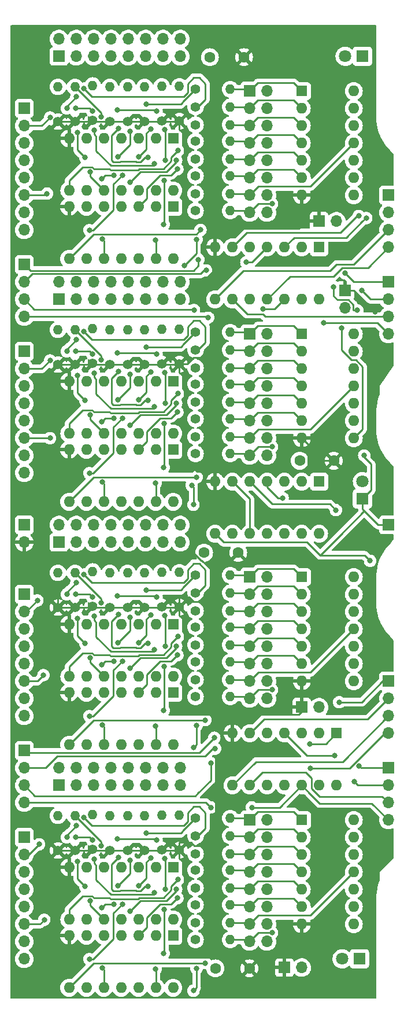
<source format=gbr>
%TF.GenerationSoftware,KiCad,Pcbnew,(6.0.11)*%
%TF.CreationDate,2023-02-25T23:46:12+01:00*%
%TF.ProjectId,mem-decoder,6d656d2d-6465-4636-9f64-65722e6b6963,rev?*%
%TF.SameCoordinates,Original*%
%TF.FileFunction,Copper,L2,Bot*%
%TF.FilePolarity,Positive*%
%FSLAX46Y46*%
G04 Gerber Fmt 4.6, Leading zero omitted, Abs format (unit mm)*
G04 Created by KiCad (PCBNEW (6.0.11)) date 2023-02-25 23:46:12*
%MOMM*%
%LPD*%
G01*
G04 APERTURE LIST*
%TA.AperFunction,ComponentPad*%
%ADD10R,1.700000X1.700000*%
%TD*%
%TA.AperFunction,ComponentPad*%
%ADD11O,1.700000X1.700000*%
%TD*%
%TA.AperFunction,ComponentPad*%
%ADD12C,1.600000*%
%TD*%
%TA.AperFunction,ComponentPad*%
%ADD13R,1.800000X1.800000*%
%TD*%
%TA.AperFunction,ComponentPad*%
%ADD14C,1.800000*%
%TD*%
%TA.AperFunction,ComponentPad*%
%ADD15R,1.600000X1.600000*%
%TD*%
%TA.AperFunction,ComponentPad*%
%ADD16O,1.600000X1.600000*%
%TD*%
%TA.AperFunction,ComponentPad*%
%ADD17C,1.400000*%
%TD*%
%TA.AperFunction,ComponentPad*%
%ADD18O,1.400000X1.400000*%
%TD*%
%TA.AperFunction,ViaPad*%
%ADD19C,0.800000*%
%TD*%
%TA.AperFunction,Conductor*%
%ADD20C,0.250000*%
%TD*%
G04 APERTURE END LIST*
D10*
%TO.P,J4,1,Pin_1*%
%TO.N,GND*%
X119380000Y-163830000D03*
D11*
%TO.P,J4,2,Pin_2*%
%TO.N,/8bitmask3/O*%
X121920000Y-163830000D03*
%TD*%
D10*
%TO.P,J3,1,Pin_1*%
%TO.N,GND*%
X121920000Y-125730000D03*
D11*
%TO.P,J3,2,Pin_2*%
%TO.N,/8bitmask2/O*%
X124460000Y-125730000D03*
%TD*%
D10*
%TO.P,J2,1,Pin_1*%
%TO.N,GND*%
X128270000Y-64770000D03*
D11*
%TO.P,J2,2,Pin_2*%
%TO.N,/8bitmask1/O*%
X128270000Y-67310000D03*
%TD*%
D10*
%TO.P,J1,1,Pin_1*%
%TO.N,GND*%
X124460000Y-54610000D03*
D11*
%TO.P,J1,2,Pin_2*%
%TO.N,/8bitmask/O*%
X127000000Y-54610000D03*
%TD*%
D12*
%TO.P,C4,2*%
%TO.N,GND*%
X112609000Y-103124000D03*
%TO.P,C4,1*%
%TO.N,+5V*%
X107609000Y-103124000D03*
%TD*%
%TO.P,C3,1*%
%TO.N,+5V*%
X121619000Y-89662000D03*
%TO.P,C3,2*%
%TO.N,GND*%
X126619000Y-89662000D03*
%TD*%
%TO.P,C2,1*%
%TO.N,+5V*%
X108458000Y-30607000D03*
%TO.P,C2,2*%
%TO.N,GND*%
X113458000Y-30607000D03*
%TD*%
%TO.P,C1,1*%
%TO.N,+5V*%
X109260000Y-163957000D03*
%TO.P,C1,2*%
%TO.N,GND*%
X114260000Y-163957000D03*
%TD*%
D13*
%TO.P,D3,1,K*%
%TO.N,~{WEout1}*%
X130810000Y-30480000D03*
D14*
%TO.P,D3,2,A*%
%TO.N,+5V*%
X128270000Y-30480000D03*
%TD*%
D13*
%TO.P,D2,1,K*%
%TO.N,~{OEout}*%
X130370000Y-162560000D03*
D14*
%TO.P,D2,2,A*%
%TO.N,+5V*%
X127830000Y-162560000D03*
%TD*%
D13*
%TO.P,D1,1,K*%
%TO.N,/~{sel}*%
X130810000Y-95250000D03*
D14*
%TO.P,D1,2,A*%
%TO.N,+5V*%
X130810000Y-92710000D03*
%TD*%
D11*
%TO.P,J6,2,Pin_2*%
%TO.N,GND*%
X81280000Y-101600000D03*
D10*
%TO.P,J6,1,Pin_1*%
%TO.N,+5V*%
X81280000Y-99060000D03*
%TD*%
%TO.P,J5,1,Pin_1*%
%TO.N,/~{sel}*%
X134620000Y-99060000D03*
%TD*%
%TO.P,J~{w}in1,1,Pin_1*%
%TO.N,~{WEin1}*%
X81280000Y-60960000D03*
D11*
%TO.P,J~{w}in1,2,Pin_2*%
%TO.N,~{WEin2}*%
X81280000Y-63500000D03*
%TO.P,J~{w}in1,3,Pin_3*%
%TO.N,~{WEin3}*%
X81280000Y-66040000D03*
%TO.P,J~{w}in1,4,Pin_4*%
%TO.N,~{WEin4}*%
X81280000Y-68580000D03*
%TD*%
D10*
%TO.P,J~{e}in1,1,Pin_1*%
%TO.N,~{Laux1}*%
X81280000Y-132080000D03*
D11*
%TO.P,J~{e}in1,2,Pin_2*%
%TO.N,~{Laux2}*%
X81280000Y-134620000D03*
%TO.P,J~{e}in1,3,Pin_3*%
%TO.N,~{Laux3}*%
X81280000Y-137160000D03*
%TO.P,J~{e}in1,4,Pin_4*%
%TO.N,~{OEin}*%
X81280000Y-139700000D03*
%TD*%
D15*
%TO.P,U1,1*%
%TO.N,/8bitmask/O*%
X124465000Y-92720000D03*
D16*
%TO.P,U1,2*%
%TO.N,/8bitmask1/O*%
X121925000Y-92720000D03*
%TO.P,U1,3*%
%TO.N,Net-(U1-Pad3)*%
X119385000Y-92720000D03*
%TO.P,U1,4*%
%TO.N,/8bitmask2/O*%
X116845000Y-92720000D03*
%TO.P,U1,5*%
%TO.N,/8bitmask3/O*%
X114305000Y-92720000D03*
%TO.P,U1,6*%
%TO.N,Net-(U1-Pad10)*%
X111765000Y-92720000D03*
%TO.P,U1,7,GND*%
%TO.N,GND*%
X109225000Y-92720000D03*
%TO.P,U1,8*%
%TO.N,/~{sel}*%
X109225000Y-100340000D03*
%TO.P,U1,9*%
%TO.N,Net-(U1-Pad3)*%
X111765000Y-100340000D03*
%TO.P,U1,10*%
%TO.N,Net-(U1-Pad10)*%
X114305000Y-100340000D03*
%TO.P,U1,11*%
%TO.N,N/C*%
X116845000Y-100340000D03*
%TO.P,U1,12*%
X119385000Y-100340000D03*
%TO.P,U1,13*%
X121925000Y-100340000D03*
%TO.P,U1,14,VCC*%
%TO.N,+5V*%
X124465000Y-100340000D03*
%TD*%
D15*
%TO.P,U3,1*%
%TO.N,~{WEin1}*%
X124460000Y-58420000D03*
D16*
%TO.P,U3,2*%
%TO.N,/~{sel}*%
X121920000Y-58420000D03*
%TO.P,U3,3*%
%TO.N,~{WEout1}*%
X119380000Y-58420000D03*
%TO.P,U3,4*%
%TO.N,~{WEin2}*%
X116840000Y-58420000D03*
%TO.P,U3,5*%
%TO.N,/~{sel}*%
X114300000Y-58420000D03*
%TO.P,U3,6*%
%TO.N,~{WEout2}*%
X111760000Y-58420000D03*
%TO.P,U3,7,GND*%
%TO.N,GND*%
X109220000Y-58420000D03*
%TO.P,U3,8*%
%TO.N,~{WEout3}*%
X109220000Y-66040000D03*
%TO.P,U3,9*%
%TO.N,~{WEin3}*%
X111760000Y-66040000D03*
%TO.P,U3,10*%
%TO.N,/~{sel}*%
X114300000Y-66040000D03*
%TO.P,U3,11*%
%TO.N,~{WEout4}*%
X116840000Y-66040000D03*
%TO.P,U3,12*%
%TO.N,~{WEin4}*%
X119380000Y-66040000D03*
%TO.P,U3,13*%
%TO.N,/~{sel}*%
X121920000Y-66040000D03*
%TO.P,U3,14,VCC*%
%TO.N,+5V*%
X124460000Y-66040000D03*
%TD*%
D15*
%TO.P,U2,1*%
%TO.N,~{Laux1}*%
X127000000Y-129540000D03*
D16*
%TO.P,U2,2*%
%TO.N,/~{sel}*%
X124460000Y-129540000D03*
%TO.P,U2,3*%
%TO.N,~{Laux1o}*%
X121920000Y-129540000D03*
%TO.P,U2,4*%
%TO.N,~{Laux2}*%
X119380000Y-129540000D03*
%TO.P,U2,5*%
%TO.N,/~{sel}*%
X116840000Y-129540000D03*
%TO.P,U2,6*%
%TO.N,~{Laux2o}*%
X114300000Y-129540000D03*
%TO.P,U2,7,GND*%
%TO.N,GND*%
X111760000Y-129540000D03*
%TO.P,U2,8*%
%TO.N,~{Laux3o}*%
X111760000Y-137160000D03*
%TO.P,U2,9*%
%TO.N,~{Laux3}*%
X114300000Y-137160000D03*
%TO.P,U2,10*%
%TO.N,/~{sel}*%
X116840000Y-137160000D03*
%TO.P,U2,11*%
%TO.N,~{OEout}*%
X119380000Y-137160000D03*
%TO.P,U2,12*%
%TO.N,~{OEin}*%
X121920000Y-137160000D03*
%TO.P,U2,13*%
%TO.N,/~{sel}*%
X124460000Y-137160000D03*
%TO.P,U2,14,VCC*%
%TO.N,+5V*%
X127000000Y-137160000D03*
%TD*%
D10*
%TO.P,J~{w}out1,1,Pin_1*%
%TO.N,~{WEout1}*%
X134620000Y-50800000D03*
D11*
%TO.P,J~{w}out1,2,Pin_2*%
%TO.N,~{WEout2}*%
X134620000Y-53340000D03*
%TO.P,J~{w}out1,3,Pin_3*%
%TO.N,~{WEout3}*%
X134620000Y-55880000D03*
%TO.P,J~{w}out1,4,Pin_4*%
%TO.N,~{WEout4}*%
X134620000Y-58420000D03*
%TD*%
D10*
%TO.P,J~{w}in2,1,Pin_1*%
%TO.N,~{WEin1}*%
X134620000Y-63500000D03*
D11*
%TO.P,J~{w}in2,2,Pin_2*%
%TO.N,~{WEin2}*%
X134620000Y-66040000D03*
%TO.P,J~{w}in2,3,Pin_3*%
%TO.N,~{WEin3}*%
X134620000Y-68580000D03*
%TO.P,J~{w}in2,4,Pin_4*%
%TO.N,~{WEin4}*%
X134620000Y-71120000D03*
%TD*%
%TO.P,J~{e}out1,4,Pin_4*%
%TO.N,~{OEout}*%
X134620000Y-129540000D03*
%TO.P,J~{e}out1,3,Pin_3*%
%TO.N,~{Laux3o}*%
X134620000Y-127000000D03*
%TO.P,J~{e}out1,2,Pin_2*%
%TO.N,~{Laux2o}*%
X134620000Y-124460000D03*
D10*
%TO.P,J~{e}out1,1,Pin_1*%
%TO.N,~{Laux1o}*%
X134620000Y-121920000D03*
%TD*%
D11*
%TO.P,J~{e}in2,4,Pin_4*%
%TO.N,~{OEin}*%
X134620000Y-142240000D03*
%TO.P,J~{e}in2,3,Pin_3*%
%TO.N,~{Laux3}*%
X134620000Y-139700000D03*
%TO.P,J~{e}in2,2,Pin_2*%
%TO.N,~{Laux2}*%
X134620000Y-137160000D03*
D10*
%TO.P,J~{e}in2,1,Pin_1*%
%TO.N,~{Laux1}*%
X134620000Y-134620000D03*
%TD*%
D15*
%TO.P,U15,1*%
%TO.N,/8bitmask3/M1*%
X121920000Y-142240000D03*
D16*
%TO.P,U15,2*%
%TO.N,/8bitmask3/M2*%
X121920000Y-144780000D03*
%TO.P,U15,3*%
%TO.N,/8bitmask3/M3*%
X121920000Y-147320000D03*
%TO.P,U15,4*%
%TO.N,/8bitmask3/M4*%
X121920000Y-149860000D03*
%TO.P,U15,5*%
%TO.N,/8bitmask3/M5*%
X121920000Y-152400000D03*
%TO.P,U15,6*%
%TO.N,/8bitmask3/M6*%
X121920000Y-154940000D03*
%TO.P,U15,7,GND*%
%TO.N,GND*%
X121920000Y-157480000D03*
%TO.P,U15,8*%
%TO.N,/8bitmask3/O*%
X129540000Y-157480000D03*
%TO.P,U15,9*%
%TO.N,N/C*%
X129540000Y-154940000D03*
%TO.P,U15,10*%
X129540000Y-152400000D03*
%TO.P,U15,11*%
%TO.N,/8bitmask3/M7*%
X129540000Y-149860000D03*
%TO.P,U15,12*%
%TO.N,/8bitmask3/M8*%
X129540000Y-147320000D03*
%TO.P,U15,13*%
%TO.N,N/C*%
X129540000Y-144780000D03*
%TO.P,U15,14,VCC*%
%TO.N,+5V*%
X129540000Y-142240000D03*
%TD*%
D15*
%TO.P,U14,1*%
%TO.N,/8bitmask3/A5*%
X103075000Y-159170000D03*
D16*
%TO.P,U14,2*%
%TO.N,/8bitmask3/B5*%
X100535000Y-159170000D03*
%TO.P,U14,3*%
%TO.N,Net-(R59-Pad1)*%
X97995000Y-159170000D03*
%TO.P,U14,4*%
%TO.N,/8bitmask3/A6*%
X95455000Y-159170000D03*
%TO.P,U14,5*%
%TO.N,/8bitmask3/B6*%
X92915000Y-159170000D03*
%TO.P,U14,6*%
%TO.N,Net-(R60-Pad1)*%
X90375000Y-159170000D03*
%TO.P,U14,7,GND*%
%TO.N,GND*%
X87835000Y-159170000D03*
%TO.P,U14,8*%
%TO.N,Net-(R61-Pad1)*%
X87835000Y-166790000D03*
%TO.P,U14,9*%
%TO.N,/8bitmask3/A7*%
X90375000Y-166790000D03*
%TO.P,U14,10*%
%TO.N,/8bitmask3/B7*%
X92915000Y-166790000D03*
%TO.P,U14,11*%
%TO.N,Net-(R62-Pad1)*%
X95455000Y-166790000D03*
%TO.P,U14,12*%
%TO.N,/8bitmask3/A8*%
X97995000Y-166790000D03*
%TO.P,U14,13*%
%TO.N,/8bitmask3/B8*%
X100535000Y-166790000D03*
%TO.P,U14,14,VCC*%
%TO.N,+5V*%
X103075000Y-166790000D03*
%TD*%
D15*
%TO.P,U13,1*%
%TO.N,/8bitmask3/A1*%
X103100000Y-149170000D03*
D16*
%TO.P,U13,2*%
%TO.N,/8bitmask3/B1*%
X100560000Y-149170000D03*
%TO.P,U13,3*%
%TO.N,Net-(R55-Pad1)*%
X98020000Y-149170000D03*
%TO.P,U13,4*%
%TO.N,/8bitmask3/A2*%
X95480000Y-149170000D03*
%TO.P,U13,5*%
%TO.N,/8bitmask3/B2*%
X92940000Y-149170000D03*
%TO.P,U13,6*%
%TO.N,Net-(R56-Pad1)*%
X90400000Y-149170000D03*
%TO.P,U13,7,GND*%
%TO.N,GND*%
X87860000Y-149170000D03*
%TO.P,U13,8*%
%TO.N,Net-(R57-Pad1)*%
X87860000Y-156790000D03*
%TO.P,U13,9*%
%TO.N,/8bitmask3/A3*%
X90400000Y-156790000D03*
%TO.P,U13,10*%
%TO.N,/8bitmask3/B3*%
X92940000Y-156790000D03*
%TO.P,U13,11*%
%TO.N,Net-(R58-Pad1)*%
X95480000Y-156790000D03*
%TO.P,U13,12*%
%TO.N,/8bitmask3/A4*%
X98020000Y-156790000D03*
%TO.P,U13,13*%
%TO.N,/8bitmask3/B4*%
X100560000Y-156790000D03*
%TO.P,U13,14,VCC*%
%TO.N,+5V*%
X103100000Y-156790000D03*
%TD*%
%TO.P,U12,14,VCC*%
%TO.N,+5V*%
X129540000Y-106680000D03*
%TO.P,U12,13*%
%TO.N,N/C*%
X129540000Y-109220000D03*
%TO.P,U12,12*%
%TO.N,/8bitmask2/M8*%
X129540000Y-111760000D03*
%TO.P,U12,11*%
%TO.N,/8bitmask2/M7*%
X129540000Y-114300000D03*
%TO.P,U12,10*%
%TO.N,N/C*%
X129540000Y-116840000D03*
%TO.P,U12,9*%
X129540000Y-119380000D03*
%TO.P,U12,8*%
%TO.N,/8bitmask2/O*%
X129540000Y-121920000D03*
%TO.P,U12,7,GND*%
%TO.N,GND*%
X121920000Y-121920000D03*
%TO.P,U12,6*%
%TO.N,/8bitmask2/M6*%
X121920000Y-119380000D03*
%TO.P,U12,5*%
%TO.N,/8bitmask2/M5*%
X121920000Y-116840000D03*
%TO.P,U12,4*%
%TO.N,/8bitmask2/M4*%
X121920000Y-114300000D03*
%TO.P,U12,3*%
%TO.N,/8bitmask2/M3*%
X121920000Y-111760000D03*
%TO.P,U12,2*%
%TO.N,/8bitmask2/M2*%
X121920000Y-109220000D03*
D15*
%TO.P,U12,1*%
%TO.N,/8bitmask2/M1*%
X121920000Y-106680000D03*
%TD*%
D16*
%TO.P,U11,14,VCC*%
%TO.N,+5V*%
X103075000Y-131230000D03*
%TO.P,U11,13*%
%TO.N,/8bitmask2/B8*%
X100535000Y-131230000D03*
%TO.P,U11,12*%
%TO.N,/8bitmask2/A8*%
X97995000Y-131230000D03*
%TO.P,U11,11*%
%TO.N,Net-(R46-Pad1)*%
X95455000Y-131230000D03*
%TO.P,U11,10*%
%TO.N,/8bitmask2/B7*%
X92915000Y-131230000D03*
%TO.P,U11,9*%
%TO.N,/8bitmask2/A7*%
X90375000Y-131230000D03*
%TO.P,U11,8*%
%TO.N,Net-(R45-Pad1)*%
X87835000Y-131230000D03*
%TO.P,U11,7,GND*%
%TO.N,GND*%
X87835000Y-123610000D03*
%TO.P,U11,6*%
%TO.N,Net-(R44-Pad1)*%
X90375000Y-123610000D03*
%TO.P,U11,5*%
%TO.N,/8bitmask2/B6*%
X92915000Y-123610000D03*
%TO.P,U11,4*%
%TO.N,/8bitmask2/A6*%
X95455000Y-123610000D03*
%TO.P,U11,3*%
%TO.N,Net-(R43-Pad1)*%
X97995000Y-123610000D03*
%TO.P,U11,2*%
%TO.N,/8bitmask2/B5*%
X100535000Y-123610000D03*
D15*
%TO.P,U11,1*%
%TO.N,/8bitmask2/A5*%
X103075000Y-123610000D03*
%TD*%
D16*
%TO.P,U10,14,VCC*%
%TO.N,+5V*%
X103100000Y-121230000D03*
%TO.P,U10,13*%
%TO.N,/8bitmask2/B4*%
X100560000Y-121230000D03*
%TO.P,U10,12*%
%TO.N,/8bitmask2/A4*%
X98020000Y-121230000D03*
%TO.P,U10,11*%
%TO.N,Net-(R42-Pad1)*%
X95480000Y-121230000D03*
%TO.P,U10,10*%
%TO.N,/8bitmask2/B3*%
X92940000Y-121230000D03*
%TO.P,U10,9*%
%TO.N,/8bitmask2/A3*%
X90400000Y-121230000D03*
%TO.P,U10,8*%
%TO.N,Net-(R41-Pad1)*%
X87860000Y-121230000D03*
%TO.P,U10,7,GND*%
%TO.N,GND*%
X87860000Y-113610000D03*
%TO.P,U10,6*%
%TO.N,Net-(R40-Pad1)*%
X90400000Y-113610000D03*
%TO.P,U10,5*%
%TO.N,/8bitmask2/B2*%
X92940000Y-113610000D03*
%TO.P,U10,4*%
%TO.N,/8bitmask2/A2*%
X95480000Y-113610000D03*
%TO.P,U10,3*%
%TO.N,Net-(R39-Pad1)*%
X98020000Y-113610000D03*
%TO.P,U10,2*%
%TO.N,/8bitmask2/B1*%
X100560000Y-113610000D03*
D15*
%TO.P,U10,1*%
%TO.N,/8bitmask2/A1*%
X103100000Y-113610000D03*
%TD*%
%TO.P,U9,1*%
%TO.N,/8bitmask1/M1*%
X121920000Y-71120000D03*
D16*
%TO.P,U9,2*%
%TO.N,/8bitmask1/M2*%
X121920000Y-73660000D03*
%TO.P,U9,3*%
%TO.N,/8bitmask1/M3*%
X121920000Y-76200000D03*
%TO.P,U9,4*%
%TO.N,/8bitmask1/M4*%
X121920000Y-78740000D03*
%TO.P,U9,5*%
%TO.N,/8bitmask1/M5*%
X121920000Y-81280000D03*
%TO.P,U9,6*%
%TO.N,/8bitmask1/M6*%
X121920000Y-83820000D03*
%TO.P,U9,7,GND*%
%TO.N,GND*%
X121920000Y-86360000D03*
%TO.P,U9,8*%
%TO.N,/8bitmask1/O*%
X129540000Y-86360000D03*
%TO.P,U9,9*%
%TO.N,N/C*%
X129540000Y-83820000D03*
%TO.P,U9,10*%
X129540000Y-81280000D03*
%TO.P,U9,11*%
%TO.N,/8bitmask1/M7*%
X129540000Y-78740000D03*
%TO.P,U9,12*%
%TO.N,/8bitmask1/M8*%
X129540000Y-76200000D03*
%TO.P,U9,13*%
%TO.N,N/C*%
X129540000Y-73660000D03*
%TO.P,U9,14,VCC*%
%TO.N,+5V*%
X129540000Y-71120000D03*
%TD*%
D15*
%TO.P,U8,1*%
%TO.N,/8bitmask1/A5*%
X103075000Y-88050000D03*
D16*
%TO.P,U8,2*%
%TO.N,/8bitmask1/B5*%
X100535000Y-88050000D03*
%TO.P,U8,3*%
%TO.N,Net-(R27-Pad1)*%
X97995000Y-88050000D03*
%TO.P,U8,4*%
%TO.N,/8bitmask1/A6*%
X95455000Y-88050000D03*
%TO.P,U8,5*%
%TO.N,/8bitmask1/B6*%
X92915000Y-88050000D03*
%TO.P,U8,6*%
%TO.N,Net-(R28-Pad1)*%
X90375000Y-88050000D03*
%TO.P,U8,7,GND*%
%TO.N,GND*%
X87835000Y-88050000D03*
%TO.P,U8,8*%
%TO.N,Net-(R29-Pad1)*%
X87835000Y-95670000D03*
%TO.P,U8,9*%
%TO.N,/8bitmask1/A7*%
X90375000Y-95670000D03*
%TO.P,U8,10*%
%TO.N,/8bitmask1/B7*%
X92915000Y-95670000D03*
%TO.P,U8,11*%
%TO.N,Net-(R30-Pad1)*%
X95455000Y-95670000D03*
%TO.P,U8,12*%
%TO.N,/8bitmask1/A8*%
X97995000Y-95670000D03*
%TO.P,U8,13*%
%TO.N,/8bitmask1/B8*%
X100535000Y-95670000D03*
%TO.P,U8,14,VCC*%
%TO.N,+5V*%
X103075000Y-95670000D03*
%TD*%
D15*
%TO.P,U7,1*%
%TO.N,/8bitmask1/A1*%
X103100000Y-78050000D03*
D16*
%TO.P,U7,2*%
%TO.N,/8bitmask1/B1*%
X100560000Y-78050000D03*
%TO.P,U7,3*%
%TO.N,Net-(R23-Pad1)*%
X98020000Y-78050000D03*
%TO.P,U7,4*%
%TO.N,/8bitmask1/A2*%
X95480000Y-78050000D03*
%TO.P,U7,5*%
%TO.N,/8bitmask1/B2*%
X92940000Y-78050000D03*
%TO.P,U7,6*%
%TO.N,Net-(R24-Pad1)*%
X90400000Y-78050000D03*
%TO.P,U7,7,GND*%
%TO.N,GND*%
X87860000Y-78050000D03*
%TO.P,U7,8*%
%TO.N,Net-(R25-Pad1)*%
X87860000Y-85670000D03*
%TO.P,U7,9*%
%TO.N,/8bitmask1/A3*%
X90400000Y-85670000D03*
%TO.P,U7,10*%
%TO.N,/8bitmask1/B3*%
X92940000Y-85670000D03*
%TO.P,U7,11*%
%TO.N,Net-(R26-Pad1)*%
X95480000Y-85670000D03*
%TO.P,U7,12*%
%TO.N,/8bitmask1/A4*%
X98020000Y-85670000D03*
%TO.P,U7,13*%
%TO.N,/8bitmask1/B4*%
X100560000Y-85670000D03*
%TO.P,U7,14,VCC*%
%TO.N,+5V*%
X103100000Y-85670000D03*
%TD*%
D17*
%TO.P,R64,1*%
%TO.N,GND*%
X86200000Y-146710000D03*
D18*
%TO.P,R64,2*%
%TO.N,/8bitmask3/B1*%
X86200000Y-141630000D03*
%TD*%
D17*
%TO.P,R63,1*%
%TO.N,GND*%
X88700000Y-146710000D03*
D18*
%TO.P,R63,2*%
%TO.N,/8bitmask3/B2*%
X88700000Y-141630000D03*
%TD*%
D17*
%TO.P,R62,1*%
%TO.N,Net-(R62-Pad1)*%
X106360000Y-159770000D03*
D18*
%TO.P,R62,2*%
%TO.N,/8bitmask3/M8*%
X111440000Y-159770000D03*
%TD*%
D17*
%TO.P,R61,1*%
%TO.N,Net-(R61-Pad1)*%
X106360000Y-157270000D03*
D18*
%TO.P,R61,2*%
%TO.N,/8bitmask3/M7*%
X111440000Y-157270000D03*
%TD*%
D17*
%TO.P,R60,1*%
%TO.N,Net-(R60-Pad1)*%
X106360000Y-154670000D03*
D18*
%TO.P,R60,2*%
%TO.N,/8bitmask3/M6*%
X111440000Y-154670000D03*
%TD*%
D17*
%TO.P,R59,1*%
%TO.N,Net-(R59-Pad1)*%
X106360000Y-152170000D03*
D18*
%TO.P,R59,2*%
%TO.N,/8bitmask3/M5*%
X111440000Y-152170000D03*
%TD*%
D17*
%TO.P,R58,1*%
%TO.N,Net-(R58-Pad1)*%
X106360000Y-149570000D03*
D18*
%TO.P,R58,2*%
%TO.N,/8bitmask3/M4*%
X111440000Y-149570000D03*
%TD*%
D17*
%TO.P,R57,1*%
%TO.N,Net-(R57-Pad1)*%
X106360000Y-147170000D03*
D18*
%TO.P,R57,2*%
%TO.N,/8bitmask3/M3*%
X111440000Y-147170000D03*
%TD*%
D17*
%TO.P,R56,1*%
%TO.N,Net-(R56-Pad1)*%
X106360000Y-144570000D03*
D18*
%TO.P,R56,2*%
%TO.N,/8bitmask3/M2*%
X111440000Y-144570000D03*
%TD*%
D17*
%TO.P,R55,1*%
%TO.N,Net-(R55-Pad1)*%
X106360000Y-141970000D03*
D18*
%TO.P,R55,2*%
%TO.N,/8bitmask3/M1*%
X111440000Y-141970000D03*
%TD*%
D17*
%TO.P,R54,1*%
%TO.N,GND*%
X91300000Y-146510000D03*
D18*
%TO.P,R54,2*%
%TO.N,/8bitmask3/B3*%
X91300000Y-141430000D03*
%TD*%
D17*
%TO.P,R53,1*%
%TO.N,GND*%
X93800000Y-146710000D03*
D18*
%TO.P,R53,2*%
%TO.N,/8bitmask3/B4*%
X93800000Y-141630000D03*
%TD*%
D17*
%TO.P,R52,1*%
%TO.N,GND*%
X96400000Y-146710000D03*
D18*
%TO.P,R52,2*%
%TO.N,/8bitmask3/B5*%
X96400000Y-141630000D03*
%TD*%
D17*
%TO.P,R51,1*%
%TO.N,GND*%
X98900000Y-146710000D03*
D18*
%TO.P,R51,2*%
%TO.N,/8bitmask3/B6*%
X98900000Y-141630000D03*
%TD*%
D17*
%TO.P,R50,1*%
%TO.N,GND*%
X101400000Y-146650000D03*
D18*
%TO.P,R50,2*%
%TO.N,/8bitmask3/B7*%
X101400000Y-141570000D03*
%TD*%
D17*
%TO.P,R49,1*%
%TO.N,GND*%
X104000000Y-146650000D03*
D18*
%TO.P,R49,2*%
%TO.N,/8bitmask3/B8*%
X104000000Y-141570000D03*
%TD*%
%TO.P,R48,2*%
%TO.N,/8bitmask2/B1*%
X86200000Y-106070000D03*
D17*
%TO.P,R48,1*%
%TO.N,GND*%
X86200000Y-111150000D03*
%TD*%
D18*
%TO.P,R47,2*%
%TO.N,/8bitmask2/B2*%
X88700000Y-106070000D03*
D17*
%TO.P,R47,1*%
%TO.N,GND*%
X88700000Y-111150000D03*
%TD*%
D18*
%TO.P,R46,2*%
%TO.N,/8bitmask2/M8*%
X111440000Y-124210000D03*
D17*
%TO.P,R46,1*%
%TO.N,Net-(R46-Pad1)*%
X106360000Y-124210000D03*
%TD*%
D18*
%TO.P,R45,2*%
%TO.N,/8bitmask2/M7*%
X111440000Y-121710000D03*
D17*
%TO.P,R45,1*%
%TO.N,Net-(R45-Pad1)*%
X106360000Y-121710000D03*
%TD*%
D18*
%TO.P,R44,2*%
%TO.N,/8bitmask2/M6*%
X111440000Y-119110000D03*
D17*
%TO.P,R44,1*%
%TO.N,Net-(R44-Pad1)*%
X106360000Y-119110000D03*
%TD*%
D18*
%TO.P,R43,2*%
%TO.N,/8bitmask2/M5*%
X111440000Y-116610000D03*
D17*
%TO.P,R43,1*%
%TO.N,Net-(R43-Pad1)*%
X106360000Y-116610000D03*
%TD*%
D18*
%TO.P,R42,2*%
%TO.N,/8bitmask2/M4*%
X111440000Y-114010000D03*
D17*
%TO.P,R42,1*%
%TO.N,Net-(R42-Pad1)*%
X106360000Y-114010000D03*
%TD*%
D18*
%TO.P,R41,2*%
%TO.N,/8bitmask2/M3*%
X111440000Y-111610000D03*
D17*
%TO.P,R41,1*%
%TO.N,Net-(R41-Pad1)*%
X106360000Y-111610000D03*
%TD*%
D18*
%TO.P,R40,2*%
%TO.N,/8bitmask2/M2*%
X111440000Y-109010000D03*
D17*
%TO.P,R40,1*%
%TO.N,Net-(R40-Pad1)*%
X106360000Y-109010000D03*
%TD*%
D18*
%TO.P,R39,2*%
%TO.N,/8bitmask2/M1*%
X111440000Y-106410000D03*
D17*
%TO.P,R39,1*%
%TO.N,Net-(R39-Pad1)*%
X106360000Y-106410000D03*
%TD*%
D18*
%TO.P,R38,2*%
%TO.N,/8bitmask2/B3*%
X91300000Y-105870000D03*
D17*
%TO.P,R38,1*%
%TO.N,GND*%
X91300000Y-110950000D03*
%TD*%
D18*
%TO.P,R37,2*%
%TO.N,/8bitmask2/B4*%
X93800000Y-106070000D03*
D17*
%TO.P,R37,1*%
%TO.N,GND*%
X93800000Y-111150000D03*
%TD*%
D18*
%TO.P,R36,2*%
%TO.N,/8bitmask2/B5*%
X96400000Y-106070000D03*
D17*
%TO.P,R36,1*%
%TO.N,GND*%
X96400000Y-111150000D03*
%TD*%
D18*
%TO.P,R35,2*%
%TO.N,/8bitmask2/B6*%
X98900000Y-106070000D03*
D17*
%TO.P,R35,1*%
%TO.N,GND*%
X98900000Y-111150000D03*
%TD*%
D18*
%TO.P,R34,2*%
%TO.N,/8bitmask2/B7*%
X101400000Y-106010000D03*
D17*
%TO.P,R34,1*%
%TO.N,GND*%
X101400000Y-111090000D03*
%TD*%
D18*
%TO.P,R33,2*%
%TO.N,/8bitmask2/B8*%
X104000000Y-106010000D03*
D17*
%TO.P,R33,1*%
%TO.N,GND*%
X104000000Y-111090000D03*
%TD*%
%TO.P,R32,1*%
%TO.N,GND*%
X86200000Y-75590000D03*
D18*
%TO.P,R32,2*%
%TO.N,/8bitmask1/B1*%
X86200000Y-70510000D03*
%TD*%
D17*
%TO.P,R31,1*%
%TO.N,GND*%
X88700000Y-75590000D03*
D18*
%TO.P,R31,2*%
%TO.N,/8bitmask1/B2*%
X88700000Y-70510000D03*
%TD*%
D17*
%TO.P,R30,1*%
%TO.N,Net-(R30-Pad1)*%
X106360000Y-88650000D03*
D18*
%TO.P,R30,2*%
%TO.N,/8bitmask1/M8*%
X111440000Y-88650000D03*
%TD*%
D17*
%TO.P,R29,1*%
%TO.N,Net-(R29-Pad1)*%
X106360000Y-86150000D03*
D18*
%TO.P,R29,2*%
%TO.N,/8bitmask1/M7*%
X111440000Y-86150000D03*
%TD*%
D17*
%TO.P,R28,1*%
%TO.N,Net-(R28-Pad1)*%
X106360000Y-83550000D03*
D18*
%TO.P,R28,2*%
%TO.N,/8bitmask1/M6*%
X111440000Y-83550000D03*
%TD*%
D17*
%TO.P,R27,1*%
%TO.N,Net-(R27-Pad1)*%
X106360000Y-81050000D03*
D18*
%TO.P,R27,2*%
%TO.N,/8bitmask1/M5*%
X111440000Y-81050000D03*
%TD*%
D17*
%TO.P,R26,1*%
%TO.N,Net-(R26-Pad1)*%
X106360000Y-78450000D03*
D18*
%TO.P,R26,2*%
%TO.N,/8bitmask1/M4*%
X111440000Y-78450000D03*
%TD*%
D17*
%TO.P,R25,1*%
%TO.N,Net-(R25-Pad1)*%
X106360000Y-76050000D03*
D18*
%TO.P,R25,2*%
%TO.N,/8bitmask1/M3*%
X111440000Y-76050000D03*
%TD*%
D17*
%TO.P,R24,1*%
%TO.N,Net-(R24-Pad1)*%
X106360000Y-73450000D03*
D18*
%TO.P,R24,2*%
%TO.N,/8bitmask1/M2*%
X111440000Y-73450000D03*
%TD*%
D17*
%TO.P,R23,1*%
%TO.N,Net-(R23-Pad1)*%
X106360000Y-70850000D03*
D18*
%TO.P,R23,2*%
%TO.N,/8bitmask1/M1*%
X111440000Y-70850000D03*
%TD*%
D17*
%TO.P,R22,1*%
%TO.N,GND*%
X91300000Y-75390000D03*
D18*
%TO.P,R22,2*%
%TO.N,/8bitmask1/B3*%
X91300000Y-70310000D03*
%TD*%
D17*
%TO.P,R21,1*%
%TO.N,GND*%
X93800000Y-75590000D03*
D18*
%TO.P,R21,2*%
%TO.N,/8bitmask1/B4*%
X93800000Y-70510000D03*
%TD*%
D17*
%TO.P,R20,1*%
%TO.N,GND*%
X96400000Y-75590000D03*
D18*
%TO.P,R20,2*%
%TO.N,/8bitmask1/B5*%
X96400000Y-70510000D03*
%TD*%
D17*
%TO.P,R19,1*%
%TO.N,GND*%
X98900000Y-75590000D03*
D18*
%TO.P,R19,2*%
%TO.N,/8bitmask1/B6*%
X98900000Y-70510000D03*
%TD*%
D17*
%TO.P,R18,1*%
%TO.N,GND*%
X101400000Y-75530000D03*
D18*
%TO.P,R18,2*%
%TO.N,/8bitmask1/B7*%
X101400000Y-70450000D03*
%TD*%
D17*
%TO.P,R17,1*%
%TO.N,GND*%
X104000000Y-75530000D03*
D18*
%TO.P,R17,2*%
%TO.N,/8bitmask1/B8*%
X104000000Y-70450000D03*
%TD*%
D10*
%TO.P,Jmsk4,1,Pin_1*%
%TO.N,/8bitmask3/M1*%
X114300000Y-142240000D03*
D11*
%TO.P,Jmsk4,2,Pin_2*%
%TO.N,+5V*%
X116840000Y-142240000D03*
%TO.P,Jmsk4,3,Pin_3*%
%TO.N,/8bitmask3/M2*%
X114300000Y-144780000D03*
%TO.P,Jmsk4,4,Pin_4*%
%TO.N,+5V*%
X116840000Y-144780000D03*
%TO.P,Jmsk4,5,Pin_5*%
%TO.N,/8bitmask3/M3*%
X114300000Y-147320000D03*
%TO.P,Jmsk4,6,Pin_6*%
%TO.N,+5V*%
X116840000Y-147320000D03*
%TO.P,Jmsk4,7,Pin_7*%
%TO.N,/8bitmask3/M4*%
X114300000Y-149860000D03*
%TO.P,Jmsk4,8,Pin_8*%
%TO.N,+5V*%
X116840000Y-149860000D03*
%TO.P,Jmsk4,9,Pin_9*%
%TO.N,/8bitmask3/M5*%
X114300000Y-152400000D03*
%TO.P,Jmsk4,10,Pin_10*%
%TO.N,+5V*%
X116840000Y-152400000D03*
%TO.P,Jmsk4,11,Pin_11*%
%TO.N,/8bitmask3/M6*%
X114300000Y-154940000D03*
%TO.P,Jmsk4,12,Pin_12*%
%TO.N,+5V*%
X116840000Y-154940000D03*
%TO.P,Jmsk4,13,Pin_13*%
%TO.N,/8bitmask3/M7*%
X114300000Y-157480000D03*
%TO.P,Jmsk4,14,Pin_14*%
%TO.N,+5V*%
X116840000Y-157480000D03*
%TO.P,Jmsk4,15,Pin_15*%
%TO.N,/8bitmask3/M8*%
X114300000Y-160020000D03*
%TO.P,Jmsk4,16,Pin_16*%
%TO.N,+5V*%
X116840000Y-160020000D03*
%TD*%
%TO.P,Jmsk3,16,Pin_16*%
%TO.N,+5V*%
X116840000Y-124460000D03*
%TO.P,Jmsk3,15,Pin_15*%
%TO.N,/8bitmask2/M8*%
X114300000Y-124460000D03*
%TO.P,Jmsk3,14,Pin_14*%
%TO.N,+5V*%
X116840000Y-121920000D03*
%TO.P,Jmsk3,13,Pin_13*%
%TO.N,/8bitmask2/M7*%
X114300000Y-121920000D03*
%TO.P,Jmsk3,12,Pin_12*%
%TO.N,+5V*%
X116840000Y-119380000D03*
%TO.P,Jmsk3,11,Pin_11*%
%TO.N,/8bitmask2/M6*%
X114300000Y-119380000D03*
%TO.P,Jmsk3,10,Pin_10*%
%TO.N,+5V*%
X116840000Y-116840000D03*
%TO.P,Jmsk3,9,Pin_9*%
%TO.N,/8bitmask2/M5*%
X114300000Y-116840000D03*
%TO.P,Jmsk3,8,Pin_8*%
%TO.N,+5V*%
X116840000Y-114300000D03*
%TO.P,Jmsk3,7,Pin_7*%
%TO.N,/8bitmask2/M4*%
X114300000Y-114300000D03*
%TO.P,Jmsk3,6,Pin_6*%
%TO.N,+5V*%
X116840000Y-111760000D03*
%TO.P,Jmsk3,5,Pin_5*%
%TO.N,/8bitmask2/M3*%
X114300000Y-111760000D03*
%TO.P,Jmsk3,4,Pin_4*%
%TO.N,+5V*%
X116840000Y-109220000D03*
%TO.P,Jmsk3,3,Pin_3*%
%TO.N,/8bitmask2/M2*%
X114300000Y-109220000D03*
%TO.P,Jmsk3,2,Pin_2*%
%TO.N,+5V*%
X116840000Y-106680000D03*
D10*
%TO.P,Jmsk3,1,Pin_1*%
%TO.N,/8bitmask2/M1*%
X114300000Y-106680000D03*
%TD*%
%TO.P,Jmsk2,1,Pin_1*%
%TO.N,/8bitmask1/M1*%
X114300000Y-71120000D03*
D11*
%TO.P,Jmsk2,2,Pin_2*%
%TO.N,+5V*%
X116840000Y-71120000D03*
%TO.P,Jmsk2,3,Pin_3*%
%TO.N,/8bitmask1/M2*%
X114300000Y-73660000D03*
%TO.P,Jmsk2,4,Pin_4*%
%TO.N,+5V*%
X116840000Y-73660000D03*
%TO.P,Jmsk2,5,Pin_5*%
%TO.N,/8bitmask1/M3*%
X114300000Y-76200000D03*
%TO.P,Jmsk2,6,Pin_6*%
%TO.N,+5V*%
X116840000Y-76200000D03*
%TO.P,Jmsk2,7,Pin_7*%
%TO.N,/8bitmask1/M4*%
X114300000Y-78740000D03*
%TO.P,Jmsk2,8,Pin_8*%
%TO.N,+5V*%
X116840000Y-78740000D03*
%TO.P,Jmsk2,9,Pin_9*%
%TO.N,/8bitmask1/M5*%
X114300000Y-81280000D03*
%TO.P,Jmsk2,10,Pin_10*%
%TO.N,+5V*%
X116840000Y-81280000D03*
%TO.P,Jmsk2,11,Pin_11*%
%TO.N,/8bitmask1/M6*%
X114300000Y-83820000D03*
%TO.P,Jmsk2,12,Pin_12*%
%TO.N,+5V*%
X116840000Y-83820000D03*
%TO.P,Jmsk2,13,Pin_13*%
%TO.N,/8bitmask1/M7*%
X114300000Y-86360000D03*
%TO.P,Jmsk2,14,Pin_14*%
%TO.N,+5V*%
X116840000Y-86360000D03*
%TO.P,Jmsk2,15,Pin_15*%
%TO.N,/8bitmask1/M8*%
X114300000Y-88900000D03*
%TO.P,Jmsk2,16,Pin_16*%
%TO.N,+5V*%
X116840000Y-88900000D03*
%TD*%
D10*
%TO.P,Jbase4,1,Pin_1*%
%TO.N,/8bitmask3/B1*%
X86360000Y-137160000D03*
D11*
%TO.P,Jbase4,2,Pin_2*%
%TO.N,+5V*%
X86360000Y-134620000D03*
%TO.P,Jbase4,3,Pin_3*%
%TO.N,/8bitmask3/B2*%
X88900000Y-137160000D03*
%TO.P,Jbase4,4,Pin_4*%
%TO.N,+5V*%
X88900000Y-134620000D03*
%TO.P,Jbase4,5,Pin_5*%
%TO.N,/8bitmask3/B3*%
X91440000Y-137160000D03*
%TO.P,Jbase4,6,Pin_6*%
%TO.N,+5V*%
X91440000Y-134620000D03*
%TO.P,Jbase4,7,Pin_7*%
%TO.N,/8bitmask3/B4*%
X93980000Y-137160000D03*
%TO.P,Jbase4,8,Pin_8*%
%TO.N,+5V*%
X93980000Y-134620000D03*
%TO.P,Jbase4,9,Pin_9*%
%TO.N,/8bitmask3/B5*%
X96520000Y-137160000D03*
%TO.P,Jbase4,10,Pin_10*%
%TO.N,+5V*%
X96520000Y-134620000D03*
%TO.P,Jbase4,11,Pin_11*%
%TO.N,/8bitmask3/B6*%
X99060000Y-137160000D03*
%TO.P,Jbase4,12,Pin_12*%
%TO.N,+5V*%
X99060000Y-134620000D03*
%TO.P,Jbase4,13,Pin_13*%
%TO.N,/8bitmask3/B7*%
X101600000Y-137160000D03*
%TO.P,Jbase4,14,Pin_14*%
%TO.N,+5V*%
X101600000Y-134620000D03*
%TO.P,Jbase4,15,Pin_15*%
%TO.N,/8bitmask3/B8*%
X104140000Y-137160000D03*
%TO.P,Jbase4,16,Pin_16*%
%TO.N,+5V*%
X104140000Y-134620000D03*
%TD*%
%TO.P,Jbase3,16,Pin_16*%
%TO.N,+5V*%
X104140000Y-99060000D03*
%TO.P,Jbase3,15,Pin_15*%
%TO.N,/8bitmask2/B8*%
X104140000Y-101600000D03*
%TO.P,Jbase3,14,Pin_14*%
%TO.N,+5V*%
X101600000Y-99060000D03*
%TO.P,Jbase3,13,Pin_13*%
%TO.N,/8bitmask2/B7*%
X101600000Y-101600000D03*
%TO.P,Jbase3,12,Pin_12*%
%TO.N,+5V*%
X99060000Y-99060000D03*
%TO.P,Jbase3,11,Pin_11*%
%TO.N,/8bitmask2/B6*%
X99060000Y-101600000D03*
%TO.P,Jbase3,10,Pin_10*%
%TO.N,+5V*%
X96520000Y-99060000D03*
%TO.P,Jbase3,9,Pin_9*%
%TO.N,/8bitmask2/B5*%
X96520000Y-101600000D03*
%TO.P,Jbase3,8,Pin_8*%
%TO.N,+5V*%
X93980000Y-99060000D03*
%TO.P,Jbase3,7,Pin_7*%
%TO.N,/8bitmask2/B4*%
X93980000Y-101600000D03*
%TO.P,Jbase3,6,Pin_6*%
%TO.N,+5V*%
X91440000Y-99060000D03*
%TO.P,Jbase3,5,Pin_5*%
%TO.N,/8bitmask2/B3*%
X91440000Y-101600000D03*
%TO.P,Jbase3,4,Pin_4*%
%TO.N,+5V*%
X88900000Y-99060000D03*
%TO.P,Jbase3,3,Pin_3*%
%TO.N,/8bitmask2/B2*%
X88900000Y-101600000D03*
%TO.P,Jbase3,2,Pin_2*%
%TO.N,+5V*%
X86360000Y-99060000D03*
D10*
%TO.P,Jbase3,1,Pin_1*%
%TO.N,/8bitmask2/B1*%
X86360000Y-101600000D03*
%TD*%
%TO.P,Jbase2,1,Pin_1*%
%TO.N,/8bitmask1/B1*%
X86360000Y-66040000D03*
D11*
%TO.P,Jbase2,2,Pin_2*%
%TO.N,+5V*%
X86360000Y-63500000D03*
%TO.P,Jbase2,3,Pin_3*%
%TO.N,/8bitmask1/B2*%
X88900000Y-66040000D03*
%TO.P,Jbase2,4,Pin_4*%
%TO.N,+5V*%
X88900000Y-63500000D03*
%TO.P,Jbase2,5,Pin_5*%
%TO.N,/8bitmask1/B3*%
X91440000Y-66040000D03*
%TO.P,Jbase2,6,Pin_6*%
%TO.N,+5V*%
X91440000Y-63500000D03*
%TO.P,Jbase2,7,Pin_7*%
%TO.N,/8bitmask1/B4*%
X93980000Y-66040000D03*
%TO.P,Jbase2,8,Pin_8*%
%TO.N,+5V*%
X93980000Y-63500000D03*
%TO.P,Jbase2,9,Pin_9*%
%TO.N,/8bitmask1/B5*%
X96520000Y-66040000D03*
%TO.P,Jbase2,10,Pin_10*%
%TO.N,+5V*%
X96520000Y-63500000D03*
%TO.P,Jbase2,11,Pin_11*%
%TO.N,/8bitmask1/B6*%
X99060000Y-66040000D03*
%TO.P,Jbase2,12,Pin_12*%
%TO.N,+5V*%
X99060000Y-63500000D03*
%TO.P,Jbase2,13,Pin_13*%
%TO.N,/8bitmask1/B7*%
X101600000Y-66040000D03*
%TO.P,Jbase2,14,Pin_14*%
%TO.N,+5V*%
X101600000Y-63500000D03*
%TO.P,Jbase2,15,Pin_15*%
%TO.N,/8bitmask1/B8*%
X104140000Y-66040000D03*
%TO.P,Jbase2,16,Pin_16*%
%TO.N,+5V*%
X104140000Y-63500000D03*
%TD*%
D10*
%TO.P,J10,1,Pin_1*%
%TO.N,/8bitmask3/A1*%
X81280000Y-144780000D03*
D11*
%TO.P,J10,2,Pin_2*%
%TO.N,/8bitmask3/A2*%
X81280000Y-147320000D03*
%TO.P,J10,3,Pin_3*%
%TO.N,/8bitmask3/A3*%
X81280000Y-149860000D03*
%TO.P,J10,4,Pin_4*%
%TO.N,/8bitmask3/A4*%
X81280000Y-152400000D03*
%TO.P,J10,5,Pin_5*%
%TO.N,/8bitmask3/A5*%
X81280000Y-154940000D03*
%TO.P,J10,6,Pin_6*%
%TO.N,/8bitmask3/A6*%
X81280000Y-157480000D03*
%TO.P,J10,7,Pin_7*%
%TO.N,/8bitmask3/A7*%
X81280000Y-160020000D03*
%TO.P,J10,8,Pin_8*%
%TO.N,/8bitmask3/A8*%
X81280000Y-162560000D03*
%TD*%
%TO.P,J9,8,Pin_8*%
%TO.N,/8bitmask2/A8*%
X81280000Y-127000000D03*
%TO.P,J9,7,Pin_7*%
%TO.N,/8bitmask2/A7*%
X81280000Y-124460000D03*
%TO.P,J9,6,Pin_6*%
%TO.N,/8bitmask2/A6*%
X81280000Y-121920000D03*
%TO.P,J9,5,Pin_5*%
%TO.N,/8bitmask2/A5*%
X81280000Y-119380000D03*
%TO.P,J9,4,Pin_4*%
%TO.N,/8bitmask2/A4*%
X81280000Y-116840000D03*
%TO.P,J9,3,Pin_3*%
%TO.N,/8bitmask2/A3*%
X81280000Y-114300000D03*
%TO.P,J9,2,Pin_2*%
%TO.N,/8bitmask2/A2*%
X81280000Y-111760000D03*
D10*
%TO.P,J9,1,Pin_1*%
%TO.N,/8bitmask2/A1*%
X81280000Y-109220000D03*
%TD*%
%TO.P,J8,1,Pin_1*%
%TO.N,/8bitmask1/A1*%
X81280000Y-73660000D03*
D11*
%TO.P,J8,2,Pin_2*%
%TO.N,/8bitmask1/A2*%
X81280000Y-76200000D03*
%TO.P,J8,3,Pin_3*%
%TO.N,/8bitmask1/A3*%
X81280000Y-78740000D03*
%TO.P,J8,4,Pin_4*%
%TO.N,/8bitmask1/A4*%
X81280000Y-81280000D03*
%TO.P,J8,5,Pin_5*%
%TO.N,/8bitmask1/A5*%
X81280000Y-83820000D03*
%TO.P,J8,6,Pin_6*%
%TO.N,/8bitmask1/A6*%
X81280000Y-86360000D03*
%TO.P,J8,7,Pin_7*%
%TO.N,/8bitmask1/A7*%
X81280000Y-88900000D03*
%TO.P,J8,8,Pin_8*%
%TO.N,/8bitmask1/A8*%
X81280000Y-91440000D03*
%TD*%
D10*
%TO.P,J7,1,Pin_1*%
%TO.N,/8bitmask/A1*%
X81280000Y-38100000D03*
D11*
%TO.P,J7,2,Pin_2*%
%TO.N,/8bitmask/A2*%
X81280000Y-40640000D03*
%TO.P,J7,3,Pin_3*%
%TO.N,/8bitmask/A3*%
X81280000Y-43180000D03*
%TO.P,J7,4,Pin_4*%
%TO.N,/8bitmask/A4*%
X81280000Y-45720000D03*
%TO.P,J7,5,Pin_5*%
%TO.N,/8bitmask/A5*%
X81280000Y-48260000D03*
%TO.P,J7,6,Pin_6*%
%TO.N,/8bitmask/A6*%
X81280000Y-50800000D03*
%TO.P,J7,7,Pin_7*%
%TO.N,/8bitmask/A7*%
X81280000Y-53340000D03*
%TO.P,J7,8,Pin_8*%
%TO.N,/8bitmask/A8*%
X81280000Y-55880000D03*
%TD*%
D15*
%TO.P,U6,1*%
%TO.N,/8bitmask/M1*%
X121920000Y-35560000D03*
D16*
%TO.P,U6,2*%
%TO.N,/8bitmask/M2*%
X121920000Y-38100000D03*
%TO.P,U6,3*%
%TO.N,/8bitmask/M3*%
X121920000Y-40640000D03*
%TO.P,U6,4*%
%TO.N,/8bitmask/M4*%
X121920000Y-43180000D03*
%TO.P,U6,5*%
%TO.N,/8bitmask/M5*%
X121920000Y-45720000D03*
%TO.P,U6,6*%
%TO.N,/8bitmask/M6*%
X121920000Y-48260000D03*
%TO.P,U6,7,GND*%
%TO.N,GND*%
X121920000Y-50800000D03*
%TO.P,U6,8*%
%TO.N,/8bitmask/O*%
X129540000Y-50800000D03*
%TO.P,U6,9*%
%TO.N,N/C*%
X129540000Y-48260000D03*
%TO.P,U6,10*%
X129540000Y-45720000D03*
%TO.P,U6,11*%
%TO.N,/8bitmask/M7*%
X129540000Y-43180000D03*
%TO.P,U6,12*%
%TO.N,/8bitmask/M8*%
X129540000Y-40640000D03*
%TO.P,U6,13*%
%TO.N,N/C*%
X129540000Y-38100000D03*
%TO.P,U6,14,VCC*%
%TO.N,+5V*%
X129540000Y-35560000D03*
%TD*%
D15*
%TO.P,U5,1*%
%TO.N,/8bitmask/A5*%
X103075000Y-52490000D03*
D16*
%TO.P,U5,2*%
%TO.N,/8bitmask/B5*%
X100535000Y-52490000D03*
%TO.P,U5,3*%
%TO.N,Net-(R11-Pad1)*%
X97995000Y-52490000D03*
%TO.P,U5,4*%
%TO.N,/8bitmask/A6*%
X95455000Y-52490000D03*
%TO.P,U5,5*%
%TO.N,/8bitmask/B6*%
X92915000Y-52490000D03*
%TO.P,U5,6*%
%TO.N,Net-(R12-Pad1)*%
X90375000Y-52490000D03*
%TO.P,U5,7,GND*%
%TO.N,GND*%
X87835000Y-52490000D03*
%TO.P,U5,8*%
%TO.N,Net-(R13-Pad1)*%
X87835000Y-60110000D03*
%TO.P,U5,9*%
%TO.N,/8bitmask/A7*%
X90375000Y-60110000D03*
%TO.P,U5,10*%
%TO.N,/8bitmask/B7*%
X92915000Y-60110000D03*
%TO.P,U5,11*%
%TO.N,Net-(R14-Pad1)*%
X95455000Y-60110000D03*
%TO.P,U5,12*%
%TO.N,/8bitmask/A8*%
X97995000Y-60110000D03*
%TO.P,U5,13*%
%TO.N,/8bitmask/B8*%
X100535000Y-60110000D03*
%TO.P,U5,14,VCC*%
%TO.N,+5V*%
X103075000Y-60110000D03*
%TD*%
%TO.P,U4,14,VCC*%
%TO.N,+5V*%
X103100000Y-50110000D03*
%TO.P,U4,13*%
%TO.N,/8bitmask/B4*%
X100560000Y-50110000D03*
%TO.P,U4,12*%
%TO.N,/8bitmask/A4*%
X98020000Y-50110000D03*
%TO.P,U4,11*%
%TO.N,Net-(R10-Pad1)*%
X95480000Y-50110000D03*
%TO.P,U4,10*%
%TO.N,/8bitmask/B3*%
X92940000Y-50110000D03*
%TO.P,U4,9*%
%TO.N,/8bitmask/A3*%
X90400000Y-50110000D03*
%TO.P,U4,8*%
%TO.N,Net-(R9-Pad1)*%
X87860000Y-50110000D03*
%TO.P,U4,7,GND*%
%TO.N,GND*%
X87860000Y-42490000D03*
%TO.P,U4,6*%
%TO.N,Net-(R8-Pad1)*%
X90400000Y-42490000D03*
%TO.P,U4,5*%
%TO.N,/8bitmask/B2*%
X92940000Y-42490000D03*
%TO.P,U4,4*%
%TO.N,/8bitmask/A2*%
X95480000Y-42490000D03*
%TO.P,U4,3*%
%TO.N,Net-(R7-Pad1)*%
X98020000Y-42490000D03*
%TO.P,U4,2*%
%TO.N,/8bitmask/B1*%
X100560000Y-42490000D03*
D15*
%TO.P,U4,1*%
%TO.N,/8bitmask/A1*%
X103100000Y-42490000D03*
%TD*%
D17*
%TO.P,R16,1*%
%TO.N,GND*%
X86200000Y-40030000D03*
D18*
%TO.P,R16,2*%
%TO.N,/8bitmask/B1*%
X86200000Y-34950000D03*
%TD*%
D17*
%TO.P,R15,1*%
%TO.N,GND*%
X88700000Y-40030000D03*
D18*
%TO.P,R15,2*%
%TO.N,/8bitmask/B2*%
X88700000Y-34950000D03*
%TD*%
D17*
%TO.P,R14,1*%
%TO.N,Net-(R14-Pad1)*%
X106360000Y-53090000D03*
D18*
%TO.P,R14,2*%
%TO.N,/8bitmask/M8*%
X111440000Y-53090000D03*
%TD*%
D17*
%TO.P,R13,1*%
%TO.N,Net-(R13-Pad1)*%
X106360000Y-50590000D03*
D18*
%TO.P,R13,2*%
%TO.N,/8bitmask/M7*%
X111440000Y-50590000D03*
%TD*%
D17*
%TO.P,R12,1*%
%TO.N,Net-(R12-Pad1)*%
X106360000Y-47990000D03*
D18*
%TO.P,R12,2*%
%TO.N,/8bitmask/M6*%
X111440000Y-47990000D03*
%TD*%
D17*
%TO.P,R11,1*%
%TO.N,Net-(R11-Pad1)*%
X106360000Y-45490000D03*
D18*
%TO.P,R11,2*%
%TO.N,/8bitmask/M5*%
X111440000Y-45490000D03*
%TD*%
D17*
%TO.P,R10,1*%
%TO.N,Net-(R10-Pad1)*%
X106360000Y-42890000D03*
D18*
%TO.P,R10,2*%
%TO.N,/8bitmask/M4*%
X111440000Y-42890000D03*
%TD*%
D17*
%TO.P,R9,1*%
%TO.N,Net-(R9-Pad1)*%
X106360000Y-40490000D03*
D18*
%TO.P,R9,2*%
%TO.N,/8bitmask/M3*%
X111440000Y-40490000D03*
%TD*%
D17*
%TO.P,R8,1*%
%TO.N,Net-(R8-Pad1)*%
X106360000Y-37890000D03*
D18*
%TO.P,R8,2*%
%TO.N,/8bitmask/M2*%
X111440000Y-37890000D03*
%TD*%
D17*
%TO.P,R7,1*%
%TO.N,Net-(R7-Pad1)*%
X106360000Y-35290000D03*
D18*
%TO.P,R7,2*%
%TO.N,/8bitmask/M1*%
X111440000Y-35290000D03*
%TD*%
D17*
%TO.P,R6,1*%
%TO.N,GND*%
X91300000Y-39830000D03*
D18*
%TO.P,R6,2*%
%TO.N,/8bitmask/B3*%
X91300000Y-34750000D03*
%TD*%
D17*
%TO.P,R5,1*%
%TO.N,GND*%
X93800000Y-40030000D03*
D18*
%TO.P,R5,2*%
%TO.N,/8bitmask/B4*%
X93800000Y-34950000D03*
%TD*%
D17*
%TO.P,R4,1*%
%TO.N,GND*%
X96400000Y-40030000D03*
D18*
%TO.P,R4,2*%
%TO.N,/8bitmask/B5*%
X96400000Y-34950000D03*
%TD*%
D17*
%TO.P,R3,1*%
%TO.N,GND*%
X98900000Y-40030000D03*
D18*
%TO.P,R3,2*%
%TO.N,/8bitmask/B6*%
X98900000Y-34950000D03*
%TD*%
D17*
%TO.P,R2,1*%
%TO.N,GND*%
X101400000Y-39970000D03*
D18*
%TO.P,R2,2*%
%TO.N,/8bitmask/B7*%
X101400000Y-34890000D03*
%TD*%
D17*
%TO.P,R1,1*%
%TO.N,GND*%
X104000000Y-39970000D03*
D18*
%TO.P,R1,2*%
%TO.N,/8bitmask/B8*%
X104000000Y-34890000D03*
%TD*%
D10*
%TO.P,Jmsk1,1,Pin_1*%
%TO.N,/8bitmask/M1*%
X114300000Y-35560000D03*
D11*
%TO.P,Jmsk1,2,Pin_2*%
%TO.N,+5V*%
X116840000Y-35560000D03*
%TO.P,Jmsk1,3,Pin_3*%
%TO.N,/8bitmask/M2*%
X114300000Y-38100000D03*
%TO.P,Jmsk1,4,Pin_4*%
%TO.N,+5V*%
X116840000Y-38100000D03*
%TO.P,Jmsk1,5,Pin_5*%
%TO.N,/8bitmask/M3*%
X114300000Y-40640000D03*
%TO.P,Jmsk1,6,Pin_6*%
%TO.N,+5V*%
X116840000Y-40640000D03*
%TO.P,Jmsk1,7,Pin_7*%
%TO.N,/8bitmask/M4*%
X114300000Y-43180000D03*
%TO.P,Jmsk1,8,Pin_8*%
%TO.N,+5V*%
X116840000Y-43180000D03*
%TO.P,Jmsk1,9,Pin_9*%
%TO.N,/8bitmask/M5*%
X114300000Y-45720000D03*
%TO.P,Jmsk1,10,Pin_10*%
%TO.N,+5V*%
X116840000Y-45720000D03*
%TO.P,Jmsk1,11,Pin_11*%
%TO.N,/8bitmask/M6*%
X114300000Y-48260000D03*
%TO.P,Jmsk1,12,Pin_12*%
%TO.N,+5V*%
X116840000Y-48260000D03*
%TO.P,Jmsk1,13,Pin_13*%
%TO.N,/8bitmask/M7*%
X114300000Y-50800000D03*
%TO.P,Jmsk1,14,Pin_14*%
%TO.N,+5V*%
X116840000Y-50800000D03*
%TO.P,Jmsk1,15,Pin_15*%
%TO.N,/8bitmask/M8*%
X114300000Y-53340000D03*
%TO.P,Jmsk1,16,Pin_16*%
%TO.N,+5V*%
X116840000Y-53340000D03*
%TD*%
D10*
%TO.P,Jbase1,1,Pin_1*%
%TO.N,/8bitmask/B1*%
X86360000Y-30480000D03*
D11*
%TO.P,Jbase1,2,Pin_2*%
%TO.N,+5V*%
X86360000Y-27940000D03*
%TO.P,Jbase1,3,Pin_3*%
%TO.N,/8bitmask/B2*%
X88900000Y-30480000D03*
%TO.P,Jbase1,4,Pin_4*%
%TO.N,+5V*%
X88900000Y-27940000D03*
%TO.P,Jbase1,5,Pin_5*%
%TO.N,/8bitmask/B3*%
X91440000Y-30480000D03*
%TO.P,Jbase1,6,Pin_6*%
%TO.N,+5V*%
X91440000Y-27940000D03*
%TO.P,Jbase1,7,Pin_7*%
%TO.N,/8bitmask/B4*%
X93980000Y-30480000D03*
%TO.P,Jbase1,8,Pin_8*%
%TO.N,+5V*%
X93980000Y-27940000D03*
%TO.P,Jbase1,9,Pin_9*%
%TO.N,/8bitmask/B5*%
X96520000Y-30480000D03*
%TO.P,Jbase1,10,Pin_10*%
%TO.N,+5V*%
X96520000Y-27940000D03*
%TO.P,Jbase1,11,Pin_11*%
%TO.N,/8bitmask/B6*%
X99060000Y-30480000D03*
%TO.P,Jbase1,12,Pin_12*%
%TO.N,+5V*%
X99060000Y-27940000D03*
%TO.P,Jbase1,13,Pin_13*%
%TO.N,/8bitmask/B7*%
X101600000Y-30480000D03*
%TO.P,Jbase1,14,Pin_14*%
%TO.N,+5V*%
X101600000Y-27940000D03*
%TO.P,Jbase1,15,Pin_15*%
%TO.N,/8bitmask/B8*%
X104140000Y-30480000D03*
%TO.P,Jbase1,16,Pin_16*%
%TO.N,+5V*%
X104140000Y-27940000D03*
%TD*%
D19*
%TO.N,GND*%
X131500000Y-57100000D03*
%TO.N,~{WEout1}*%
X131362299Y-54137701D03*
%TO.N,/8bitmask1/O*%
X127724500Y-70224500D03*
%TO.N,GND*%
X132624500Y-76200000D03*
X132624500Y-67855500D03*
%TO.N,/8bitmask/A6*%
X84608399Y-50563799D03*
%TO.N,/8bitmask1/A6*%
X85045802Y-86360000D03*
%TO.N,/8bitmask2/A6*%
X84074000Y-121031000D03*
%TO.N,/8bitmask3/A2*%
X83439000Y-145796000D03*
%TO.N,/8bitmask3/A6*%
X84205299Y-156840701D03*
%TO.N,/8bitmask2/A2*%
X83189299Y-110104701D03*
%TO.N,/8bitmask1/A2*%
X85043784Y-74996811D03*
%TO.N,/8bitmask/A2*%
X85043784Y-39436811D03*
%TO.N,~{OEin}*%
X114600000Y-140400000D03*
X108575500Y-140400000D03*
%TO.N,~{Laux3}*%
X108575500Y-133895500D03*
%TO.N,~{Laux2}*%
X109220000Y-131800000D03*
%TO.N,~{Laux1}*%
X123100000Y-131100000D03*
X109109000Y-130191000D03*
%TO.N,~{WEin2}*%
X113800000Y-60600000D03*
X107900000Y-61800000D03*
%TO.N,~{WEin1}*%
X106769500Y-60214345D03*
%TO.N,~{WEin4}*%
X116209056Y-67475556D03*
X108200000Y-68700000D03*
%TO.N,~{WEin3}*%
X106136000Y-67600000D03*
%TO.N,/~{sel}*%
X126607500Y-64207500D03*
X130050000Y-67650000D03*
%TO.N,~{WEout2}*%
X130264500Y-53850000D03*
%TO.N,~{WEin1}*%
X128270000Y-62230000D03*
%TO.N,~{WEin2}*%
X130725500Y-64770000D03*
%TO.N,~{WEin4}*%
X125100000Y-69500000D03*
%TO.N,~{Laux1o}*%
X127400000Y-125000000D03*
%TO.N,~{Laux1}*%
X130312299Y-134312299D03*
%TO.N,~{Laux2}*%
X129600000Y-136600000D03*
X126700000Y-132800000D03*
%TO.N,~{OEout}*%
X123200000Y-134700000D03*
%TO.N,/~{sel}*%
X131924500Y-104300000D03*
X131065426Y-88889975D03*
%TO.N,/8bitmask3/O*%
X126912299Y-96887701D03*
%TO.N,/8bitmask2/O*%
X119100000Y-95100000D03*
%TO.N,/8bitmask3/M8*%
X117564500Y-158749999D03*
%TO.N,/8bitmask3/B3*%
X90200000Y-151970000D03*
X90900000Y-154070000D03*
X89100000Y-148270000D03*
%TO.N,/8bitmask3/B2*%
X92500000Y-145985500D03*
%TO.N,Net-(R62-Pad1)*%
X106050000Y-167220000D03*
X106500000Y-163970000D03*
%TO.N,Net-(R58-Pad1)*%
X96800000Y-155570000D03*
%TO.N,/8bitmask3/B8*%
X100500000Y-164070000D03*
X101800000Y-155370000D03*
X101900000Y-152370000D03*
X101700000Y-161770000D03*
X101837070Y-147873796D03*
%TO.N,/8bitmask3/B7*%
X92700000Y-163894500D03*
X90800000Y-162594500D03*
X99800000Y-147770000D03*
X95625048Y-154545500D03*
X98000000Y-151894500D03*
%TO.N,/8bitmask3/B6*%
X95000000Y-151894500D03*
X92587701Y-155094500D03*
X94400000Y-154545500D03*
X96800000Y-148170000D03*
%TO.N,/8bitmask3/B5*%
X95100000Y-147670000D03*
X99400000Y-151970000D03*
%TO.N,/8bitmask3/B4*%
X91500000Y-147970000D03*
X100300000Y-152895500D03*
%TO.N,/8bitmask3/B1*%
X91256625Y-145211224D03*
X88800000Y-144770000D03*
X100649500Y-145170000D03*
X94900000Y-144970000D03*
%TO.N,Net-(R55-Pad1)*%
X99100000Y-144170000D03*
%TO.N,Net-(R56-Pad1)*%
X90017701Y-141887701D03*
X87500000Y-144770000D03*
X88900000Y-143070000D03*
%TO.N,Net-(R57-Pad1)*%
X103800000Y-150970000D03*
%TO.N,Net-(R58-Pad1)*%
X103524500Y-152370000D03*
%TO.N,Net-(R59-Pad1)*%
X103700000Y-153670000D03*
%TO.N,Net-(R61-Pad1)*%
X107800000Y-163170000D03*
%TO.N,/8bitmask2/M8*%
X117564500Y-123189999D03*
%TO.N,/8bitmask2/B3*%
X90200000Y-116410000D03*
X90900000Y-118510000D03*
X89100000Y-112710000D03*
%TO.N,/8bitmask2/B2*%
X92500000Y-110425500D03*
%TO.N,Net-(R46-Pad1)*%
X106050000Y-131660000D03*
X106500000Y-128410000D03*
%TO.N,Net-(R42-Pad1)*%
X96800000Y-120010000D03*
%TO.N,/8bitmask2/B8*%
X100500000Y-128510000D03*
X101800000Y-119810000D03*
X101900000Y-116810000D03*
X101700000Y-126210000D03*
X101837070Y-112313796D03*
%TO.N,/8bitmask2/B7*%
X92700000Y-128334500D03*
X90800000Y-127034500D03*
X99800000Y-112210000D03*
X95625048Y-118985500D03*
X98000000Y-116334500D03*
%TO.N,/8bitmask2/B6*%
X95000000Y-116334500D03*
X92587701Y-119534500D03*
X94400000Y-118985500D03*
X96800000Y-112610000D03*
%TO.N,/8bitmask2/B5*%
X95100000Y-112110000D03*
X99400000Y-116410000D03*
%TO.N,/8bitmask2/B4*%
X91500000Y-112410000D03*
X100300000Y-117335500D03*
%TO.N,/8bitmask2/B1*%
X91256625Y-109651224D03*
X88800000Y-109210000D03*
X100649500Y-109610000D03*
X94900000Y-109410000D03*
%TO.N,Net-(R39-Pad1)*%
X99100000Y-108610000D03*
%TO.N,Net-(R40-Pad1)*%
X90017701Y-106327701D03*
X87500000Y-109210000D03*
X88900000Y-107510000D03*
%TO.N,Net-(R41-Pad1)*%
X103800000Y-115410000D03*
%TO.N,Net-(R42-Pad1)*%
X103524500Y-116810000D03*
%TO.N,Net-(R43-Pad1)*%
X103700000Y-118110000D03*
%TO.N,Net-(R45-Pad1)*%
X107800000Y-127610000D03*
%TO.N,/8bitmask1/M8*%
X117564500Y-87629999D03*
%TO.N,/8bitmask1/B3*%
X90200000Y-80850000D03*
X90900000Y-82950000D03*
X89100000Y-77150000D03*
%TO.N,/8bitmask1/B2*%
X92500000Y-74865500D03*
%TO.N,Net-(R30-Pad1)*%
X106050000Y-96100000D03*
X105791000Y-93257689D03*
%TO.N,Net-(R26-Pad1)*%
X96800000Y-84450000D03*
%TO.N,/8bitmask1/B8*%
X100500000Y-92950000D03*
X101800000Y-84250000D03*
X101900000Y-81250000D03*
X101700000Y-90650000D03*
X101837070Y-76753796D03*
%TO.N,/8bitmask1/B7*%
X92700000Y-92774500D03*
X90800000Y-91474500D03*
X99800000Y-76650000D03*
X95625048Y-83425500D03*
X98000000Y-80774500D03*
%TO.N,/8bitmask1/B6*%
X95000000Y-80774500D03*
X92587701Y-83974500D03*
X94400000Y-83425500D03*
X96800000Y-77050000D03*
%TO.N,/8bitmask1/B5*%
X95100000Y-76550000D03*
X99400000Y-80850000D03*
%TO.N,/8bitmask1/B4*%
X91500000Y-76850000D03*
X100300000Y-81775500D03*
%TO.N,/8bitmask1/B1*%
X91256625Y-74091224D03*
X88800000Y-73650000D03*
X100649500Y-74050000D03*
X94900000Y-73850000D03*
%TO.N,Net-(R23-Pad1)*%
X99100000Y-73050000D03*
%TO.N,Net-(R24-Pad1)*%
X90017701Y-70767701D03*
X87500000Y-73650000D03*
X88900000Y-71950000D03*
%TO.N,Net-(R25-Pad1)*%
X103800000Y-79850000D03*
%TO.N,Net-(R26-Pad1)*%
X103524500Y-81250000D03*
%TO.N,Net-(R27-Pad1)*%
X103700000Y-82550000D03*
%TO.N,Net-(R29-Pad1)*%
X106515500Y-92050000D03*
%TO.N,Net-(R13-Pad1)*%
X107084500Y-55880000D03*
%TO.N,Net-(R11-Pad1)*%
X103700000Y-46990000D03*
%TO.N,Net-(R10-Pad1)*%
X103524500Y-45690000D03*
%TO.N,Net-(R9-Pad1)*%
X103800000Y-44290000D03*
%TO.N,Net-(R8-Pad1)*%
X88900000Y-36390000D03*
X87500000Y-38090000D03*
X90017701Y-35207701D03*
%TO.N,Net-(R7-Pad1)*%
X99100000Y-37490000D03*
%TO.N,/8bitmask/B1*%
X94900000Y-38290000D03*
X100649500Y-38490000D03*
X88800000Y-38090000D03*
X91256625Y-38531224D03*
%TO.N,/8bitmask/B4*%
X100300000Y-46215500D03*
X91500000Y-41290000D03*
%TO.N,/8bitmask/B5*%
X99400000Y-45290000D03*
X95100000Y-40990000D03*
%TO.N,/8bitmask/B6*%
X96800000Y-41490000D03*
X94400000Y-47865500D03*
X92587701Y-48414500D03*
X95000000Y-45214500D03*
%TO.N,/8bitmask/B7*%
X98000000Y-45214500D03*
X95625048Y-47865500D03*
X99800000Y-41090000D03*
X90800000Y-55914500D03*
X92700000Y-57214500D03*
%TO.N,/8bitmask/B8*%
X101837070Y-41193796D03*
X101700000Y-55090000D03*
X101900000Y-45690000D03*
X101800000Y-48690000D03*
X100500000Y-57390000D03*
%TO.N,Net-(R10-Pad1)*%
X96800000Y-48890000D03*
%TO.N,Net-(R14-Pad1)*%
X106500000Y-57290000D03*
X104682000Y-61125500D03*
%TO.N,/8bitmask/B2*%
X92500000Y-39305500D03*
%TO.N,/8bitmask/B3*%
X89100000Y-41590000D03*
X90900000Y-47390000D03*
X90200000Y-45290000D03*
%TO.N,/8bitmask/M8*%
X117564500Y-52069999D03*
%TD*%
D20*
%TO.N,/~{sel}*%
X127180000Y-66135000D02*
X128756701Y-66135000D01*
X126607500Y-65562500D02*
X127180000Y-66135000D01*
X126607500Y-64207500D02*
X126607500Y-65562500D01*
X128756701Y-66135000D02*
X129445000Y-66823299D01*
X129445000Y-66823299D02*
X129445000Y-67650000D01*
X129445000Y-67650000D02*
X130050000Y-67650000D01*
%TO.N,~{WEin1}*%
X82170000Y-61850000D02*
X81280000Y-60960000D01*
X106050000Y-61850000D02*
X82170000Y-61850000D01*
X106769500Y-61130500D02*
X106050000Y-61850000D01*
X106769500Y-60214345D02*
X106769500Y-61130500D01*
%TO.N,~{WEin4}*%
X116209056Y-67475556D02*
X117944444Y-67475556D01*
X117944444Y-67475556D02*
X119380000Y-66040000D01*
%TO.N,GND*%
X122809000Y-90373000D02*
X122809000Y-89691000D01*
X122809000Y-89691000D02*
X122809000Y-87249000D01*
X126619000Y-89662000D02*
X122838000Y-89662000D01*
X122838000Y-89662000D02*
X122809000Y-89691000D01*
X124460000Y-54610000D02*
X124460000Y-52840000D01*
X130600000Y-52600000D02*
X130900000Y-52300000D01*
X124460000Y-52840000D02*
X124700000Y-52600000D01*
X124700000Y-52600000D02*
X130600000Y-52600000D01*
X130900000Y-52300000D02*
X131700000Y-52300000D01*
X131700000Y-52300000D02*
X132600000Y-53200000D01*
X132600000Y-53200000D02*
X132600000Y-56000000D01*
X132600000Y-56000000D02*
X131500000Y-57100000D01*
%TO.N,~{WEout1}*%
X131282299Y-54137701D02*
X131362299Y-54137701D01*
X130810000Y-54610000D02*
X131282299Y-54137701D01*
X119380000Y-58420000D02*
X120800000Y-57000000D01*
X128420000Y-57000000D02*
X130810000Y-54610000D01*
X120800000Y-57000000D02*
X128420000Y-57000000D01*
%TO.N,/8bitmask1/O*%
X130810000Y-75879009D02*
X130810000Y-85090000D01*
X127724500Y-70224500D02*
X127724500Y-73435491D01*
X127724500Y-73435491D02*
X129219009Y-74930000D01*
X129219009Y-74930000D02*
X129860991Y-74930000D01*
X129860991Y-74930000D02*
X130810000Y-75879009D01*
X130810000Y-85090000D02*
X129540000Y-86360000D01*
%TO.N,/~{sel}*%
X131065426Y-89155426D02*
X132080000Y-90170000D01*
X131065426Y-88889975D02*
X131065426Y-89155426D01*
X132080000Y-90170000D02*
X132080000Y-93980000D01*
X132080000Y-93980000D02*
X130810000Y-95250000D01*
%TO.N,GND*%
X128270000Y-64770000D02*
X129539000Y-64770000D01*
X129539000Y-64770000D02*
X132624500Y-67855500D01*
%TO.N,~{WEin1}*%
X128270000Y-62230000D02*
X129540000Y-63500000D01*
X129540000Y-63500000D02*
X134620000Y-63500000D01*
%TO.N,~{WEout4}*%
X116840000Y-66040000D02*
X120180000Y-62700000D01*
X120180000Y-62700000D02*
X126530000Y-62700000D01*
X126530000Y-62700000D02*
X127820000Y-61410000D01*
X127820000Y-61410000D02*
X131630000Y-61410000D01*
X131630000Y-61410000D02*
X134620000Y-58420000D01*
%TO.N,~{WEout3}*%
X109220000Y-66040000D02*
X113360000Y-61900000D01*
X127000000Y-60960000D02*
X129540000Y-60960000D01*
X113360000Y-61900000D02*
X126060000Y-61900000D01*
X126060000Y-61900000D02*
X127000000Y-60960000D01*
X129540000Y-60960000D02*
X134620000Y-55880000D01*
%TO.N,~{WEin2}*%
X130725500Y-64770000D02*
X131995500Y-66040000D01*
X131995500Y-66040000D02*
X134620000Y-66040000D01*
%TO.N,GND*%
X121920000Y-55270000D02*
X121920000Y-54610000D01*
X124460000Y-54610000D02*
X121920000Y-54610000D01*
X121920000Y-54610000D02*
X121920000Y-50800000D01*
X104000000Y-39970000D02*
X104000000Y-41190000D01*
X104700000Y-41890000D02*
X104700000Y-54100000D01*
X104000000Y-41190000D02*
X104700000Y-41890000D01*
X104700000Y-54100000D02*
X105300000Y-54700000D01*
X107696000Y-54483000D02*
X108903000Y-55690000D01*
X105300000Y-54700000D02*
X107479000Y-54700000D01*
X107479000Y-54700000D02*
X107696000Y-54483000D01*
X108903000Y-55690000D02*
X109290000Y-55690000D01*
X104000000Y-111090000D02*
X104000000Y-109600000D01*
X104000000Y-109600000D02*
X105400000Y-109600000D01*
X107143009Y-104249000D02*
X105918000Y-103023991D01*
X105400000Y-109600000D02*
X106100000Y-110300000D01*
X106100000Y-110300000D02*
X106800000Y-110300000D01*
X105918000Y-103023991D02*
X105918000Y-98982000D01*
X105918000Y-98982000D02*
X109225000Y-95675000D01*
X106800000Y-110300000D02*
X109200000Y-107900000D01*
X109200000Y-107900000D02*
X109200000Y-106152000D01*
X109200000Y-106152000D02*
X107297000Y-104249000D01*
X109225000Y-95675000D02*
X109225000Y-92720000D01*
X107297000Y-104249000D02*
X107143009Y-104249000D01*
%TO.N,/8bitmask3/A6*%
X84205299Y-156840701D02*
X83566000Y-157480000D01*
X83566000Y-157480000D02*
X81280000Y-157480000D01*
%TO.N,/8bitmask3/A2*%
X83439000Y-145796000D02*
X81915000Y-147320000D01*
X81915000Y-147320000D02*
X81280000Y-147320000D01*
%TO.N,/8bitmask2/A6*%
X84074000Y-121031000D02*
X83185000Y-121920000D01*
X83185000Y-121920000D02*
X81280000Y-121920000D01*
%TO.N,/8bitmask2/A2*%
X83189299Y-110104701D02*
X81534000Y-111760000D01*
X81534000Y-111760000D02*
X81280000Y-111760000D01*
%TO.N,/8bitmask1/A6*%
X85045802Y-86360000D02*
X81280000Y-86360000D01*
%TO.N,/8bitmask/A6*%
X84608399Y-50563799D02*
X84372198Y-50800000D01*
X84372198Y-50800000D02*
X81280000Y-50800000D01*
%TO.N,/8bitmask1/A2*%
X81280000Y-76200000D02*
X83840595Y-76200000D01*
X83840595Y-76200000D02*
X85043784Y-74996811D01*
%TO.N,/8bitmask/A2*%
X81280000Y-40640000D02*
X83840595Y-40640000D01*
X83840595Y-40640000D02*
X85043784Y-39436811D01*
%TO.N,Net-(R14-Pad1)*%
X104682000Y-61125500D02*
X106500000Y-59307500D01*
X106500000Y-59307500D02*
X106500000Y-57290000D01*
%TO.N,~{WEin3}*%
X106136000Y-67600000D02*
X106036000Y-67500000D01*
X106036000Y-67500000D02*
X82740000Y-67500000D01*
X82740000Y-67500000D02*
X81280000Y-66040000D01*
%TO.N,~{Laux1}*%
X81555000Y-132355000D02*
X81280000Y-132080000D01*
X87500000Y-132355000D02*
X81555000Y-132355000D01*
X87530000Y-132385000D02*
X87500000Y-132355000D01*
X106915000Y-132385000D02*
X87530000Y-132385000D01*
X109109000Y-130191000D02*
X106915000Y-132385000D01*
%TO.N,~{Laux2}*%
X84380000Y-134620000D02*
X81280000Y-134620000D01*
X109220000Y-131800000D02*
X108900000Y-131800000D01*
X108900000Y-131800000D02*
X107800000Y-132900000D01*
X107800000Y-132900000D02*
X86100000Y-132900000D01*
X86100000Y-132900000D02*
X84380000Y-134620000D01*
%TO.N,Net-(R13-Pad1)*%
X107084500Y-55880000D02*
X106474500Y-56490000D01*
X106474500Y-56490000D02*
X91455000Y-56490000D01*
X91455000Y-56490000D02*
X87835000Y-60110000D01*
%TO.N,Net-(R29-Pad1)*%
X106515500Y-92050000D02*
X91455000Y-92050000D01*
X91455000Y-92050000D02*
X87835000Y-95670000D01*
%TO.N,Net-(R30-Pad1)*%
X105791000Y-93257689D02*
X106050000Y-93516689D01*
X106050000Y-93516689D02*
X106050000Y-96100000D01*
%TO.N,GND*%
X109250000Y-91250000D02*
X121932000Y-91250000D01*
X121932000Y-91250000D02*
X122809000Y-90373000D01*
X122809000Y-87249000D02*
X121920000Y-86360000D01*
%TO.N,/~{sel}*%
X109225000Y-100340000D02*
X110485000Y-101600000D01*
X110485000Y-101600000D02*
X122700000Y-101600000D01*
X122700000Y-101600000D02*
X124600000Y-103500000D01*
%TO.N,~{OEin}*%
X107200000Y-139700000D02*
X107875500Y-139700000D01*
X107875500Y-139700000D02*
X108575500Y-140400000D01*
X114600000Y-140400000D02*
X118680000Y-140400000D01*
X118680000Y-140400000D02*
X121920000Y-137160000D01*
%TO.N,~{Laux3}*%
X108575500Y-136424500D02*
X108575500Y-133895500D01*
X106700000Y-138300000D02*
X108575500Y-136424500D01*
%TO.N,~{Laux1}*%
X123100000Y-131100000D02*
X125440000Y-131100000D01*
X125440000Y-131100000D02*
X127000000Y-129540000D01*
%TO.N,GND*%
X86200000Y-111150000D02*
X86200000Y-108700000D01*
X84000000Y-101600000D02*
X81280000Y-101600000D01*
X86200000Y-108700000D02*
X84200000Y-106700000D01*
X84200000Y-106700000D02*
X84200000Y-101800000D01*
X84200000Y-101800000D02*
X84000000Y-101600000D01*
%TO.N,~{WEin2}*%
X113800000Y-60600000D02*
X114660000Y-60600000D01*
X114660000Y-60600000D02*
X116840000Y-58420000D01*
X107300000Y-62100000D02*
X107600000Y-61800000D01*
X107600000Y-61800000D02*
X107900000Y-61800000D01*
%TO.N,~{WEin4}*%
X81280000Y-68580000D02*
X108080000Y-68580000D01*
X108080000Y-68580000D02*
X108200000Y-68700000D01*
%TO.N,~{WEin2}*%
X107100000Y-62300000D02*
X107300000Y-62100000D01*
X91800000Y-62300000D02*
X107100000Y-62300000D01*
X81280000Y-63500000D02*
X82480000Y-62300000D01*
X82480000Y-62300000D02*
X91800000Y-62300000D01*
%TO.N,~{OEin}*%
X105600000Y-139700000D02*
X107200000Y-139700000D01*
X81280000Y-139700000D02*
X105600000Y-139700000D01*
%TO.N,~{Laux3}*%
X106300000Y-138700000D02*
X106700000Y-138300000D01*
X88200000Y-138700000D02*
X106300000Y-138700000D01*
X81280000Y-137160000D02*
X82820000Y-138700000D01*
X82820000Y-138700000D02*
X88200000Y-138700000D01*
%TO.N,/~{sel}*%
X131075451Y-97024549D02*
X130810000Y-96759098D01*
X130810000Y-96759098D02*
X130810000Y-95250000D01*
X131075451Y-97024549D02*
X133110902Y-99060000D01*
X133110902Y-99060000D02*
X134620000Y-99060000D01*
%TO.N,~{WEout2}*%
X130264500Y-53850000D02*
X130050000Y-53850000D01*
X127600000Y-56300000D02*
X113880000Y-56300000D01*
X130050000Y-53850000D02*
X127600000Y-56300000D01*
X113880000Y-56300000D02*
X111760000Y-58420000D01*
%TO.N,~{Laux1}*%
X130312299Y-134312299D02*
X130620000Y-134620000D01*
X130620000Y-134620000D02*
X134620000Y-134620000D01*
%TO.N,~{OEout}*%
X123200000Y-134700000D02*
X128900000Y-134700000D01*
X128900000Y-134700000D02*
X134060000Y-129540000D01*
X134060000Y-129540000D02*
X134620000Y-129540000D01*
%TO.N,~{Laux2}*%
X129600000Y-136600000D02*
X130160000Y-137160000D01*
X130160000Y-137160000D02*
X134620000Y-137160000D01*
%TO.N,GND*%
X106600000Y-91250000D02*
X109250000Y-91250000D01*
X109225000Y-92720000D02*
X109225000Y-91275000D01*
X109225000Y-91275000D02*
X109250000Y-91250000D01*
X104000000Y-75530000D02*
X105170000Y-75530000D01*
X109000000Y-74600000D02*
X109300000Y-74300000D01*
X105170000Y-75530000D02*
X106100000Y-74600000D01*
X106100000Y-74600000D02*
X109000000Y-74600000D01*
X108700000Y-67700000D02*
X107100000Y-67700000D01*
X109300000Y-74300000D02*
X109300000Y-68300000D01*
X109300000Y-68300000D02*
X108700000Y-67700000D01*
X107100000Y-67700000D02*
X107100000Y-63800000D01*
X107100000Y-63800000D02*
X109220000Y-61680000D01*
X109220000Y-61680000D02*
X109220000Y-58420000D01*
X109220000Y-58420000D02*
X109220000Y-55760000D01*
X109290000Y-55690000D02*
X121500000Y-55690000D01*
X109220000Y-55760000D02*
X109290000Y-55690000D01*
%TO.N,~{WEin4}*%
X125100000Y-69500000D02*
X133000000Y-69500000D01*
X133000000Y-69500000D02*
X134620000Y-71120000D01*
%TO.N,~{WEin3}*%
X113920000Y-68200000D02*
X116200000Y-68200000D01*
X111760000Y-66040000D02*
X113920000Y-68200000D01*
X116200000Y-68200000D02*
X116580000Y-68580000D01*
X116580000Y-68580000D02*
X134620000Y-68580000D01*
%TO.N,~{Laux2o}*%
X114300000Y-129540000D02*
X114360000Y-129540000D01*
X114360000Y-129540000D02*
X116400000Y-127500000D01*
X116400000Y-127500000D02*
X131580000Y-127500000D01*
X131580000Y-127500000D02*
X134620000Y-124460000D01*
%TO.N,~{Laux1o}*%
X127400000Y-125000000D02*
X130700000Y-125000000D01*
X130700000Y-125000000D02*
X133780000Y-121920000D01*
X133780000Y-121920000D02*
X134620000Y-121920000D01*
%TO.N,~{Laux2}*%
X119380000Y-129540000D02*
X122640000Y-132800000D01*
X122640000Y-132800000D02*
X126700000Y-132800000D01*
%TO.N,~{Laux3o}*%
X111760000Y-137160000D02*
X115220000Y-133700000D01*
X115220000Y-133700000D02*
X127920000Y-133700000D01*
X127920000Y-133700000D02*
X134620000Y-127000000D01*
%TO.N,~{Laux3}*%
X114300000Y-137160000D02*
X116160000Y-135300000D01*
X116160000Y-135300000D02*
X122500000Y-135300000D01*
X122500000Y-135300000D02*
X123335000Y-136135000D01*
X123335000Y-136135000D02*
X123335000Y-137635000D01*
X123335000Y-137635000D02*
X124500000Y-138800000D01*
X124500000Y-138800000D02*
X133720000Y-138800000D01*
X133720000Y-138800000D02*
X134620000Y-139700000D01*
%TO.N,~{OEin}*%
X123045000Y-138345000D02*
X124500000Y-139800000D01*
X123045000Y-138285000D02*
X123045000Y-138345000D01*
X121920000Y-137160000D02*
X123045000Y-138285000D01*
X124500000Y-139800000D02*
X132180000Y-139800000D01*
X132180000Y-139800000D02*
X134620000Y-142240000D01*
%TO.N,GND*%
X104000000Y-146650000D02*
X104000000Y-145500000D01*
X104000000Y-145500000D02*
X105700000Y-145500000D01*
X109300000Y-144700000D02*
X109300000Y-133200000D01*
X105700000Y-145500000D02*
X106200000Y-146000000D01*
X111700000Y-133000000D02*
X111760000Y-132940000D01*
X106200000Y-146000000D02*
X108000000Y-146000000D01*
X108000000Y-146000000D02*
X109300000Y-144700000D01*
X109300000Y-133200000D02*
X109500000Y-133000000D01*
X109500000Y-133000000D02*
X111700000Y-133000000D01*
X111760000Y-132940000D02*
X111760000Y-129540000D01*
X106600000Y-126810000D02*
X111810000Y-126810000D01*
X111760000Y-129540000D02*
X111760000Y-126860000D01*
X111810000Y-126810000D02*
X121500000Y-126810000D01*
X111760000Y-126860000D02*
X111810000Y-126810000D01*
%TO.N,/~{sel}*%
X131924500Y-104300000D02*
X131124500Y-103500000D01*
X131124500Y-103500000D02*
X124600000Y-103500000D01*
X127400000Y-100700000D02*
X131075451Y-97024549D01*
X124600000Y-103500000D02*
X127400000Y-100700000D01*
%TO.N,Net-(U1-Pad10)*%
X114305000Y-100340000D02*
X114305000Y-95260000D01*
X114305000Y-95260000D02*
X111765000Y-92720000D01*
%TO.N,/8bitmask3/O*%
X117585000Y-96000000D02*
X119700000Y-96000000D01*
X119700000Y-96000000D02*
X126024598Y-96000000D01*
X114305000Y-92720000D02*
X117585000Y-96000000D01*
X126024598Y-96000000D02*
X126912299Y-96887701D01*
%TO.N,/8bitmask2/O*%
X119100000Y-95100000D02*
X118400000Y-95100000D01*
X118400000Y-95100000D02*
X116845000Y-93545000D01*
X116845000Y-93545000D02*
X116845000Y-92720000D01*
%TO.N,/8bitmask3/M1*%
X114030000Y-141970000D02*
X114300000Y-142240000D01*
X111440000Y-141970000D02*
X114030000Y-141970000D01*
%TO.N,/8bitmask3/M2*%
X114090000Y-144570000D02*
X114300000Y-144780000D01*
X111440000Y-144570000D02*
X114090000Y-144570000D01*
%TO.N,/8bitmask3/M3*%
X114150000Y-147170000D02*
X114300000Y-147320000D01*
X111440000Y-147170000D02*
X114150000Y-147170000D01*
%TO.N,/8bitmask3/M4*%
X114010000Y-149570000D02*
X114300000Y-149860000D01*
X111440000Y-149570000D02*
X114010000Y-149570000D01*
%TO.N,/8bitmask3/M5*%
X114070000Y-152170000D02*
X114300000Y-152400000D01*
X111440000Y-152170000D02*
X114070000Y-152170000D01*
%TO.N,/8bitmask3/M6*%
X114030000Y-154670000D02*
X114300000Y-154940000D01*
X111440000Y-154670000D02*
X114030000Y-154670000D01*
%TO.N,/8bitmask3/M7*%
X114090000Y-157270000D02*
X114300000Y-157480000D01*
X111440000Y-157270000D02*
X114090000Y-157270000D01*
%TO.N,/8bitmask3/M8*%
X114050000Y-159770000D02*
X114300000Y-160020000D01*
X111440000Y-159770000D02*
X114050000Y-159770000D01*
%TO.N,/8bitmask3/M1*%
X115475000Y-141065000D02*
X114300000Y-142240000D01*
X120745000Y-141065000D02*
X115475000Y-141065000D01*
X121920000Y-142240000D02*
X120745000Y-141065000D01*
%TO.N,/8bitmask3/M2*%
X115475000Y-143605000D02*
X114300000Y-144780000D01*
X120745000Y-143605000D02*
X115475000Y-143605000D01*
X121920000Y-144780000D02*
X120745000Y-143605000D01*
%TO.N,/8bitmask3/M3*%
X115475000Y-146145000D02*
X114300000Y-147320000D01*
X120745000Y-146145000D02*
X115475000Y-146145000D01*
X121920000Y-147320000D02*
X120745000Y-146145000D01*
%TO.N,/8bitmask3/M4*%
X115475000Y-148685000D02*
X114300000Y-149860000D01*
X120745000Y-148685000D02*
X115475000Y-148685000D01*
X121920000Y-149860000D02*
X120745000Y-148685000D01*
%TO.N,/8bitmask3/M5*%
X115475000Y-151225000D02*
X114300000Y-152400000D01*
X120745000Y-151225000D02*
X115475000Y-151225000D01*
X121920000Y-152400000D02*
X120745000Y-151225000D01*
%TO.N,/8bitmask3/M6*%
X115475000Y-153765000D02*
X114300000Y-154940000D01*
X120745000Y-153765000D02*
X115475000Y-153765000D01*
X121920000Y-154940000D02*
X120745000Y-153765000D01*
%TO.N,/8bitmask3/M7*%
X115570000Y-156210000D02*
X114300000Y-157480000D01*
X123190000Y-156210000D02*
X115570000Y-156210000D01*
X129540000Y-149860000D02*
X123190000Y-156210000D01*
%TO.N,/8bitmask3/M8*%
X115570001Y-158749999D02*
X114300000Y-160020000D01*
X117564500Y-158749999D02*
X115570001Y-158749999D01*
%TO.N,GND*%
X86200000Y-146710000D02*
X88700000Y-146710000D01*
X88700000Y-146710000D02*
X91300000Y-146710000D01*
X103940000Y-146710000D02*
X104000000Y-146650000D01*
X91300000Y-146710000D02*
X103940000Y-146710000D01*
X87860000Y-147550000D02*
X88700000Y-146710000D01*
X87860000Y-149170000D02*
X87860000Y-147550000D01*
X87860000Y-151730000D02*
X87860000Y-149170000D01*
X86300000Y-153370000D02*
X87900000Y-151770000D01*
X86300000Y-160970000D02*
X86300000Y-153370000D01*
X86400000Y-161070000D02*
X86300000Y-160970000D01*
X87800000Y-161070000D02*
X86400000Y-161070000D01*
X87835000Y-161035000D02*
X87800000Y-161070000D01*
X87900000Y-151770000D02*
X87860000Y-151730000D01*
X87835000Y-159170000D02*
X87835000Y-161035000D01*
%TO.N,/8bitmask3/B3*%
X89100000Y-150870000D02*
X89100000Y-148270000D01*
X92940000Y-156790000D02*
X90900000Y-154750000D01*
X90900000Y-154750000D02*
X90900000Y-154070000D01*
X90200000Y-151970000D02*
X89100000Y-150870000D01*
%TO.N,/8bitmask3/B2*%
X92500000Y-145430000D02*
X88700000Y-141630000D01*
X92500000Y-145985500D02*
X92500000Y-145430000D01*
%TO.N,Net-(R62-Pad1)*%
X106500000Y-166770000D02*
X106500000Y-163970000D01*
X106050000Y-167220000D02*
X106500000Y-166770000D01*
%TO.N,Net-(R59-Pad1)*%
X99200000Y-156559009D02*
X101189009Y-154570000D01*
X99200000Y-157370000D02*
X99200000Y-156559009D01*
X97995000Y-159170000D02*
X99200000Y-157965000D01*
X101189009Y-154570000D02*
X101800000Y-154570000D01*
X99200000Y-157965000D02*
X99200000Y-157370000D01*
%TO.N,/8bitmask3/B8*%
X100535000Y-166790000D02*
X100535000Y-164105000D01*
X100535000Y-164105000D02*
X100500000Y-164070000D01*
%TO.N,Net-(R61-Pad1)*%
X91455000Y-163170000D02*
X102600000Y-163170000D01*
X87835000Y-166790000D02*
X91455000Y-163170000D01*
%TO.N,/8bitmask3/B8*%
X101900000Y-147936726D02*
X101837070Y-147873796D01*
X101800000Y-161670000D02*
X101800000Y-155370000D01*
X101700000Y-161770000D02*
X101800000Y-161670000D01*
X101900000Y-152370000D02*
X101900000Y-147936726D01*
%TO.N,/8bitmask3/B7*%
X92915000Y-164109500D02*
X92700000Y-163894500D01*
X92915000Y-166790000D02*
X92915000Y-164109500D01*
%TO.N,/8bitmask3/B4*%
X91500000Y-148570000D02*
X91600000Y-148670000D01*
X91500000Y-147970000D02*
X91500000Y-148570000D01*
X91600000Y-148670000D02*
X91800000Y-148870000D01*
X91800000Y-148870000D02*
X91800000Y-150570000D01*
%TO.N,/8bitmask3/B6*%
X96800000Y-150094500D02*
X96800000Y-148170000D01*
X95000000Y-151894500D02*
X96800000Y-150094500D01*
%TO.N,/8bitmask3/B7*%
X99145000Y-148425000D02*
X99800000Y-147770000D01*
X99145000Y-150749500D02*
X99145000Y-148425000D01*
X98000000Y-151894500D02*
X99145000Y-150749500D01*
X91371491Y-162594500D02*
X90800000Y-162594500D01*
X94300000Y-159665991D02*
X91371491Y-162594500D01*
X94300000Y-155870548D02*
X94300000Y-159665991D01*
X95625048Y-154545500D02*
X94300000Y-155870548D01*
%TO.N,/8bitmask3/B6*%
X93136701Y-154545500D02*
X92587701Y-155094500D01*
X94400000Y-154545500D02*
X93136701Y-154545500D01*
%TO.N,/8bitmask3/B5*%
X98949805Y-151970000D02*
X98300305Y-152619500D01*
X97699695Y-152619500D02*
X97650195Y-152570000D01*
X99400000Y-151970000D02*
X98949805Y-151970000D01*
X98300305Y-152619500D02*
X97699695Y-152619500D01*
X97650195Y-152570000D02*
X95349805Y-152570000D01*
X95300305Y-152619500D02*
X94279500Y-152619500D01*
X95349805Y-152570000D02*
X95300305Y-152619500D01*
X94279500Y-152619500D02*
X94065000Y-152405000D01*
X94065000Y-148705000D02*
X95100000Y-147670000D01*
X94065000Y-152405000D02*
X94065000Y-148705000D01*
%TO.N,/8bitmask3/B4*%
X91800000Y-150570000D02*
X91800000Y-151033604D01*
X91800000Y-151033604D02*
X93936396Y-153170000D01*
X93936396Y-153170000D02*
X100025500Y-153170000D01*
X100025500Y-153170000D02*
X100300000Y-152895500D01*
%TO.N,/8bitmask3/B1*%
X90815401Y-144770000D02*
X91256625Y-145211224D01*
X88800000Y-144770000D02*
X90815401Y-144770000D01*
X94900000Y-144970000D02*
X100449500Y-144970000D01*
X100449500Y-144970000D02*
X100649500Y-145170000D01*
%TO.N,Net-(R55-Pad1)*%
X104500000Y-143830000D02*
X106360000Y-141970000D01*
X104500000Y-143870000D02*
X104500000Y-143830000D01*
X99100000Y-144170000D02*
X104200000Y-144170000D01*
X104200000Y-144170000D02*
X104500000Y-143870000D01*
%TO.N,Net-(R56-Pad1)*%
X87500000Y-144470000D02*
X88900000Y-143070000D01*
X87500000Y-144770000D02*
X87500000Y-144470000D01*
X107800000Y-143470000D02*
X106700000Y-144570000D01*
X107800000Y-141170000D02*
X107800000Y-143470000D01*
X106900000Y-140270000D02*
X107800000Y-141170000D01*
X106100000Y-140270000D02*
X106900000Y-140270000D01*
X106700000Y-144570000D02*
X106360000Y-144570000D01*
X105200000Y-141170000D02*
X106100000Y-140270000D01*
X104623604Y-143070000D02*
X105200000Y-142493604D01*
X105200000Y-142493604D02*
X105200000Y-141170000D01*
X91200000Y-143070000D02*
X104623604Y-143070000D01*
X90017701Y-141887701D02*
X91200000Y-143070000D01*
%TO.N,Net-(R57-Pad1)*%
X102800000Y-151970000D02*
X103800000Y-150970000D01*
X102800000Y-152495305D02*
X102800000Y-151970000D01*
X101675305Y-153620000D02*
X102800000Y-152495305D01*
X98113604Y-153620000D02*
X101675305Y-153620000D01*
X97963604Y-153770000D02*
X98113604Y-153620000D01*
X91525305Y-153670000D02*
X93800000Y-153670000D01*
X89825000Y-153345000D02*
X91200305Y-153345000D01*
X93900000Y-153770000D02*
X97963604Y-153770000D01*
X93800000Y-153670000D02*
X93900000Y-153770000D01*
X91200305Y-153345000D02*
X91525305Y-153670000D01*
X87860000Y-155310000D02*
X89825000Y-153345000D01*
X87860000Y-156790000D02*
X87860000Y-155310000D01*
%TO.N,Net-(R58-Pad1)*%
X98300000Y-154070000D02*
X96800000Y-155570000D01*
X102100000Y-154070000D02*
X98300000Y-154070000D01*
X103524500Y-152645500D02*
X102100000Y-154070000D01*
X103524500Y-152370000D02*
X103524500Y-152645500D01*
%TO.N,Net-(R59-Pad1)*%
X101800000Y-154570000D02*
X102800000Y-154570000D01*
X102800000Y-154570000D02*
X103700000Y-153670000D01*
%TO.N,GND*%
X121920000Y-161950000D02*
X121920000Y-157480000D01*
X106600000Y-162370000D02*
X121500000Y-162370000D01*
X104700000Y-160470000D02*
X106600000Y-162370000D01*
X104700000Y-148570000D02*
X104700000Y-160470000D01*
X104000000Y-147870000D02*
X104700000Y-148570000D01*
X121500000Y-162370000D02*
X121920000Y-161950000D01*
X104000000Y-146650000D02*
X104000000Y-147870000D01*
%TO.N,Net-(R61-Pad1)*%
X102600000Y-163170000D02*
X107800000Y-163170000D01*
%TO.N,/8bitmask2/M1*%
X114030000Y-106410000D02*
X114300000Y-106680000D01*
X111440000Y-106410000D02*
X114030000Y-106410000D01*
%TO.N,/8bitmask2/M2*%
X114090000Y-109010000D02*
X114300000Y-109220000D01*
X111440000Y-109010000D02*
X114090000Y-109010000D01*
%TO.N,/8bitmask2/M3*%
X114150000Y-111610000D02*
X114300000Y-111760000D01*
X111440000Y-111610000D02*
X114150000Y-111610000D01*
%TO.N,/8bitmask2/M4*%
X114010000Y-114010000D02*
X114300000Y-114300000D01*
X111440000Y-114010000D02*
X114010000Y-114010000D01*
%TO.N,/8bitmask2/M5*%
X114070000Y-116610000D02*
X114300000Y-116840000D01*
X111440000Y-116610000D02*
X114070000Y-116610000D01*
%TO.N,/8bitmask2/M6*%
X114030000Y-119110000D02*
X114300000Y-119380000D01*
X111440000Y-119110000D02*
X114030000Y-119110000D01*
%TO.N,/8bitmask2/M7*%
X114090000Y-121710000D02*
X114300000Y-121920000D01*
X111440000Y-121710000D02*
X114090000Y-121710000D01*
%TO.N,/8bitmask2/M8*%
X114050000Y-124210000D02*
X114300000Y-124460000D01*
X111440000Y-124210000D02*
X114050000Y-124210000D01*
%TO.N,/8bitmask2/M1*%
X115475000Y-105505000D02*
X114300000Y-106680000D01*
X120745000Y-105505000D02*
X115475000Y-105505000D01*
X121920000Y-106680000D02*
X120745000Y-105505000D01*
%TO.N,/8bitmask2/M2*%
X115475000Y-108045000D02*
X114300000Y-109220000D01*
X120745000Y-108045000D02*
X115475000Y-108045000D01*
X121920000Y-109220000D02*
X120745000Y-108045000D01*
%TO.N,/8bitmask2/M3*%
X115475000Y-110585000D02*
X114300000Y-111760000D01*
X120745000Y-110585000D02*
X115475000Y-110585000D01*
X121920000Y-111760000D02*
X120745000Y-110585000D01*
%TO.N,/8bitmask2/M4*%
X115475000Y-113125000D02*
X114300000Y-114300000D01*
X120745000Y-113125000D02*
X115475000Y-113125000D01*
X121920000Y-114300000D02*
X120745000Y-113125000D01*
%TO.N,/8bitmask2/M5*%
X115475000Y-115665000D02*
X114300000Y-116840000D01*
X120745000Y-115665000D02*
X115475000Y-115665000D01*
X121920000Y-116840000D02*
X120745000Y-115665000D01*
%TO.N,/8bitmask2/M6*%
X115475000Y-118205000D02*
X114300000Y-119380000D01*
X120745000Y-118205000D02*
X115475000Y-118205000D01*
X121920000Y-119380000D02*
X120745000Y-118205000D01*
%TO.N,/8bitmask2/M7*%
X115570000Y-120650000D02*
X114300000Y-121920000D01*
X123190000Y-120650000D02*
X115570000Y-120650000D01*
X129540000Y-114300000D02*
X123190000Y-120650000D01*
%TO.N,/8bitmask2/M8*%
X115570001Y-123189999D02*
X114300000Y-124460000D01*
X117564500Y-123189999D02*
X115570001Y-123189999D01*
%TO.N,GND*%
X86200000Y-111150000D02*
X88700000Y-111150000D01*
X88700000Y-111150000D02*
X91300000Y-111150000D01*
X103940000Y-111150000D02*
X104000000Y-111090000D01*
X91300000Y-111150000D02*
X103940000Y-111150000D01*
X87860000Y-111990000D02*
X88700000Y-111150000D01*
X87860000Y-113610000D02*
X87860000Y-111990000D01*
X87860000Y-116170000D02*
X87860000Y-113610000D01*
X86300000Y-117810000D02*
X87900000Y-116210000D01*
X86300000Y-125410000D02*
X86300000Y-117810000D01*
X86400000Y-125510000D02*
X86300000Y-125410000D01*
X87800000Y-125510000D02*
X86400000Y-125510000D01*
X87835000Y-125475000D02*
X87800000Y-125510000D01*
X87900000Y-116210000D02*
X87860000Y-116170000D01*
X87835000Y-123610000D02*
X87835000Y-125475000D01*
%TO.N,/8bitmask2/B3*%
X89100000Y-115310000D02*
X89100000Y-112710000D01*
X92940000Y-121230000D02*
X90900000Y-119190000D01*
X90900000Y-119190000D02*
X90900000Y-118510000D01*
X90200000Y-116410000D02*
X89100000Y-115310000D01*
%TO.N,/8bitmask2/B2*%
X92500000Y-109870000D02*
X88700000Y-106070000D01*
X92500000Y-110425500D02*
X92500000Y-109870000D01*
%TO.N,Net-(R46-Pad1)*%
X106500000Y-131210000D02*
X106500000Y-128410000D01*
X106050000Y-131660000D02*
X106500000Y-131210000D01*
%TO.N,Net-(R43-Pad1)*%
X99200000Y-120999009D02*
X101189009Y-119010000D01*
X99200000Y-121810000D02*
X99200000Y-120999009D01*
X97995000Y-123610000D02*
X99200000Y-122405000D01*
X101189009Y-119010000D02*
X101800000Y-119010000D01*
X99200000Y-122405000D02*
X99200000Y-121810000D01*
%TO.N,/8bitmask2/B8*%
X100535000Y-131230000D02*
X100535000Y-128545000D01*
X100535000Y-128545000D02*
X100500000Y-128510000D01*
%TO.N,Net-(R45-Pad1)*%
X91455000Y-127610000D02*
X102600000Y-127610000D01*
X87835000Y-131230000D02*
X91455000Y-127610000D01*
%TO.N,/8bitmask2/B8*%
X101900000Y-112376726D02*
X101837070Y-112313796D01*
X101800000Y-126110000D02*
X101800000Y-119810000D01*
X101700000Y-126210000D02*
X101800000Y-126110000D01*
X101900000Y-116810000D02*
X101900000Y-112376726D01*
%TO.N,/8bitmask2/B7*%
X92915000Y-128549500D02*
X92700000Y-128334500D01*
X92915000Y-131230000D02*
X92915000Y-128549500D01*
%TO.N,/8bitmask2/B4*%
X91500000Y-113010000D02*
X91600000Y-113110000D01*
X91500000Y-112410000D02*
X91500000Y-113010000D01*
X91600000Y-113110000D02*
X91800000Y-113310000D01*
X91800000Y-113310000D02*
X91800000Y-115010000D01*
%TO.N,/8bitmask2/B6*%
X96800000Y-114534500D02*
X96800000Y-112610000D01*
X95000000Y-116334500D02*
X96800000Y-114534500D01*
%TO.N,/8bitmask2/B7*%
X99145000Y-112865000D02*
X99800000Y-112210000D01*
X99145000Y-115189500D02*
X99145000Y-112865000D01*
X98000000Y-116334500D02*
X99145000Y-115189500D01*
X91371491Y-127034500D02*
X90800000Y-127034500D01*
X94300000Y-124105991D02*
X91371491Y-127034500D01*
X94300000Y-120310548D02*
X94300000Y-124105991D01*
X95625048Y-118985500D02*
X94300000Y-120310548D01*
%TO.N,/8bitmask2/B6*%
X93136701Y-118985500D02*
X92587701Y-119534500D01*
X94400000Y-118985500D02*
X93136701Y-118985500D01*
%TO.N,/8bitmask2/B5*%
X98949805Y-116410000D02*
X98300305Y-117059500D01*
X97699695Y-117059500D02*
X97650195Y-117010000D01*
X99400000Y-116410000D02*
X98949805Y-116410000D01*
X98300305Y-117059500D02*
X97699695Y-117059500D01*
X97650195Y-117010000D02*
X95349805Y-117010000D01*
X95300305Y-117059500D02*
X94279500Y-117059500D01*
X95349805Y-117010000D02*
X95300305Y-117059500D01*
X94279500Y-117059500D02*
X94065000Y-116845000D01*
X94065000Y-113145000D02*
X95100000Y-112110000D01*
X94065000Y-116845000D02*
X94065000Y-113145000D01*
%TO.N,/8bitmask2/B4*%
X91800000Y-115010000D02*
X91800000Y-115473604D01*
X91800000Y-115473604D02*
X93936396Y-117610000D01*
X93936396Y-117610000D02*
X100025500Y-117610000D01*
X100025500Y-117610000D02*
X100300000Y-117335500D01*
%TO.N,/8bitmask2/B1*%
X90815401Y-109210000D02*
X91256625Y-109651224D01*
X88800000Y-109210000D02*
X90815401Y-109210000D01*
X94900000Y-109410000D02*
X100449500Y-109410000D01*
X100449500Y-109410000D02*
X100649500Y-109610000D01*
%TO.N,Net-(R39-Pad1)*%
X104500000Y-108270000D02*
X106360000Y-106410000D01*
X104500000Y-108310000D02*
X104500000Y-108270000D01*
X99100000Y-108610000D02*
X104200000Y-108610000D01*
X104200000Y-108610000D02*
X104500000Y-108310000D01*
%TO.N,Net-(R40-Pad1)*%
X87500000Y-108910000D02*
X88900000Y-107510000D01*
X87500000Y-109210000D02*
X87500000Y-108910000D01*
X107800000Y-107910000D02*
X106700000Y-109010000D01*
X107800000Y-105610000D02*
X107800000Y-107910000D01*
X106900000Y-104710000D02*
X107800000Y-105610000D01*
X106100000Y-104710000D02*
X106900000Y-104710000D01*
X106700000Y-109010000D02*
X106360000Y-109010000D01*
X105200000Y-105610000D02*
X106100000Y-104710000D01*
X104623604Y-107510000D02*
X105200000Y-106933604D01*
X105200000Y-106933604D02*
X105200000Y-105610000D01*
X91200000Y-107510000D02*
X104623604Y-107510000D01*
X90017701Y-106327701D02*
X91200000Y-107510000D01*
%TO.N,Net-(R41-Pad1)*%
X102800000Y-116410000D02*
X103800000Y-115410000D01*
X102800000Y-116935305D02*
X102800000Y-116410000D01*
X101675305Y-118060000D02*
X102800000Y-116935305D01*
X98113604Y-118060000D02*
X101675305Y-118060000D01*
X97963604Y-118210000D02*
X98113604Y-118060000D01*
X91525305Y-118110000D02*
X93800000Y-118110000D01*
X89825000Y-117785000D02*
X91200305Y-117785000D01*
X93900000Y-118210000D02*
X97963604Y-118210000D01*
X93800000Y-118110000D02*
X93900000Y-118210000D01*
X91200305Y-117785000D02*
X91525305Y-118110000D01*
X87860000Y-119750000D02*
X89825000Y-117785000D01*
X87860000Y-121230000D02*
X87860000Y-119750000D01*
%TO.N,Net-(R42-Pad1)*%
X98300000Y-118510000D02*
X96800000Y-120010000D01*
X102100000Y-118510000D02*
X98300000Y-118510000D01*
X103524500Y-117085500D02*
X102100000Y-118510000D01*
X103524500Y-116810000D02*
X103524500Y-117085500D01*
%TO.N,Net-(R43-Pad1)*%
X101800000Y-119010000D02*
X102800000Y-119010000D01*
X102800000Y-119010000D02*
X103700000Y-118110000D01*
%TO.N,GND*%
X121920000Y-126390000D02*
X121920000Y-121920000D01*
X104700000Y-124910000D02*
X106600000Y-126810000D01*
X104700000Y-113010000D02*
X104700000Y-124910000D01*
X104000000Y-112310000D02*
X104700000Y-113010000D01*
X121500000Y-126810000D02*
X121920000Y-126390000D01*
X104000000Y-111090000D02*
X104000000Y-112310000D01*
%TO.N,Net-(R45-Pad1)*%
X102600000Y-127610000D02*
X107800000Y-127610000D01*
%TO.N,/8bitmask1/M1*%
X114030000Y-70850000D02*
X114300000Y-71120000D01*
X111440000Y-70850000D02*
X114030000Y-70850000D01*
%TO.N,/8bitmask1/M2*%
X114090000Y-73450000D02*
X114300000Y-73660000D01*
X111440000Y-73450000D02*
X114090000Y-73450000D01*
%TO.N,/8bitmask1/M3*%
X114150000Y-76050000D02*
X114300000Y-76200000D01*
X111440000Y-76050000D02*
X114150000Y-76050000D01*
%TO.N,/8bitmask1/M4*%
X114010000Y-78450000D02*
X114300000Y-78740000D01*
X111440000Y-78450000D02*
X114010000Y-78450000D01*
%TO.N,/8bitmask1/M5*%
X114070000Y-81050000D02*
X114300000Y-81280000D01*
X111440000Y-81050000D02*
X114070000Y-81050000D01*
%TO.N,/8bitmask1/M6*%
X114030000Y-83550000D02*
X114300000Y-83820000D01*
X111440000Y-83550000D02*
X114030000Y-83550000D01*
%TO.N,/8bitmask1/M7*%
X114090000Y-86150000D02*
X114300000Y-86360000D01*
X111440000Y-86150000D02*
X114090000Y-86150000D01*
%TO.N,/8bitmask1/M8*%
X114050000Y-88650000D02*
X114300000Y-88900000D01*
X111440000Y-88650000D02*
X114050000Y-88650000D01*
%TO.N,/8bitmask1/M1*%
X115475000Y-69945000D02*
X114300000Y-71120000D01*
X120745000Y-69945000D02*
X115475000Y-69945000D01*
X121920000Y-71120000D02*
X120745000Y-69945000D01*
%TO.N,/8bitmask1/M2*%
X115475000Y-72485000D02*
X114300000Y-73660000D01*
X120745000Y-72485000D02*
X115475000Y-72485000D01*
X121920000Y-73660000D02*
X120745000Y-72485000D01*
%TO.N,/8bitmask1/M3*%
X115475000Y-75025000D02*
X114300000Y-76200000D01*
X120745000Y-75025000D02*
X115475000Y-75025000D01*
X121920000Y-76200000D02*
X120745000Y-75025000D01*
%TO.N,/8bitmask1/M4*%
X115475000Y-77565000D02*
X114300000Y-78740000D01*
X120745000Y-77565000D02*
X115475000Y-77565000D01*
X121920000Y-78740000D02*
X120745000Y-77565000D01*
%TO.N,/8bitmask1/M5*%
X115475000Y-80105000D02*
X114300000Y-81280000D01*
X120745000Y-80105000D02*
X115475000Y-80105000D01*
X121920000Y-81280000D02*
X120745000Y-80105000D01*
%TO.N,/8bitmask1/M6*%
X115475000Y-82645000D02*
X114300000Y-83820000D01*
X120745000Y-82645000D02*
X115475000Y-82645000D01*
X121920000Y-83820000D02*
X120745000Y-82645000D01*
%TO.N,/8bitmask1/M7*%
X115570000Y-85090000D02*
X114300000Y-86360000D01*
X123190000Y-85090000D02*
X115570000Y-85090000D01*
X129540000Y-78740000D02*
X123190000Y-85090000D01*
%TO.N,/8bitmask1/M8*%
X115570001Y-87629999D02*
X114300000Y-88900000D01*
X117564500Y-87629999D02*
X115570001Y-87629999D01*
%TO.N,GND*%
X86200000Y-75590000D02*
X88700000Y-75590000D01*
X88700000Y-75590000D02*
X91300000Y-75590000D01*
X103940000Y-75590000D02*
X104000000Y-75530000D01*
X91300000Y-75590000D02*
X103940000Y-75590000D01*
X87860000Y-76430000D02*
X88700000Y-75590000D01*
X87860000Y-78050000D02*
X87860000Y-76430000D01*
X87860000Y-80610000D02*
X87860000Y-78050000D01*
X86300000Y-82250000D02*
X87900000Y-80650000D01*
X86300000Y-89850000D02*
X86300000Y-82250000D01*
X86400000Y-89950000D02*
X86300000Y-89850000D01*
X87800000Y-89950000D02*
X86400000Y-89950000D01*
X87835000Y-89915000D02*
X87800000Y-89950000D01*
X87900000Y-80650000D02*
X87860000Y-80610000D01*
X87835000Y-88050000D02*
X87835000Y-89915000D01*
%TO.N,/8bitmask1/B3*%
X89100000Y-79750000D02*
X89100000Y-77150000D01*
X92940000Y-85670000D02*
X90900000Y-83630000D01*
X90900000Y-83630000D02*
X90900000Y-82950000D01*
X90200000Y-80850000D02*
X89100000Y-79750000D01*
%TO.N,/8bitmask1/B2*%
X92500000Y-74310000D02*
X88700000Y-70510000D01*
X92500000Y-74865500D02*
X92500000Y-74310000D01*
%TO.N,Net-(R27-Pad1)*%
X99200000Y-85439009D02*
X101189009Y-83450000D01*
X99200000Y-86250000D02*
X99200000Y-85439009D01*
X97995000Y-88050000D02*
X99200000Y-86845000D01*
X101189009Y-83450000D02*
X101800000Y-83450000D01*
X99200000Y-86845000D02*
X99200000Y-86250000D01*
%TO.N,/8bitmask1/B8*%
X100535000Y-95670000D02*
X100535000Y-92985000D01*
X100535000Y-92985000D02*
X100500000Y-92950000D01*
X101900000Y-76816726D02*
X101837070Y-76753796D01*
X101800000Y-90550000D02*
X101800000Y-84250000D01*
X101700000Y-90650000D02*
X101800000Y-90550000D01*
X101900000Y-81250000D02*
X101900000Y-76816726D01*
%TO.N,/8bitmask1/B7*%
X92915000Y-92989500D02*
X92700000Y-92774500D01*
X92915000Y-95670000D02*
X92915000Y-92989500D01*
%TO.N,/8bitmask1/B4*%
X91500000Y-77450000D02*
X91600000Y-77550000D01*
X91500000Y-76850000D02*
X91500000Y-77450000D01*
X91600000Y-77550000D02*
X91800000Y-77750000D01*
X91800000Y-77750000D02*
X91800000Y-79450000D01*
%TO.N,/8bitmask1/B6*%
X96800000Y-78974500D02*
X96800000Y-77050000D01*
X95000000Y-80774500D02*
X96800000Y-78974500D01*
%TO.N,/8bitmask1/B7*%
X99145000Y-77305000D02*
X99800000Y-76650000D01*
X99145000Y-79629500D02*
X99145000Y-77305000D01*
X98000000Y-80774500D02*
X99145000Y-79629500D01*
X91371491Y-91474500D02*
X90800000Y-91474500D01*
X94300000Y-88545991D02*
X91371491Y-91474500D01*
X94300000Y-84750548D02*
X94300000Y-88545991D01*
X95625048Y-83425500D02*
X94300000Y-84750548D01*
%TO.N,/8bitmask1/B6*%
X93136701Y-83425500D02*
X92587701Y-83974500D01*
X94400000Y-83425500D02*
X93136701Y-83425500D01*
%TO.N,/8bitmask1/B5*%
X98949805Y-80850000D02*
X98300305Y-81499500D01*
X97699695Y-81499500D02*
X97650195Y-81450000D01*
X99400000Y-80850000D02*
X98949805Y-80850000D01*
X98300305Y-81499500D02*
X97699695Y-81499500D01*
X97650195Y-81450000D02*
X95349805Y-81450000D01*
X95300305Y-81499500D02*
X94279500Y-81499500D01*
X95349805Y-81450000D02*
X95300305Y-81499500D01*
X94279500Y-81499500D02*
X94065000Y-81285000D01*
X94065000Y-77585000D02*
X95100000Y-76550000D01*
X94065000Y-81285000D02*
X94065000Y-77585000D01*
%TO.N,/8bitmask1/B4*%
X91800000Y-79450000D02*
X91800000Y-79913604D01*
X91800000Y-79913604D02*
X93936396Y-82050000D01*
X93936396Y-82050000D02*
X100025500Y-82050000D01*
X100025500Y-82050000D02*
X100300000Y-81775500D01*
%TO.N,/8bitmask1/B1*%
X90815401Y-73650000D02*
X91256625Y-74091224D01*
X88800000Y-73650000D02*
X90815401Y-73650000D01*
X94900000Y-73850000D02*
X100449500Y-73850000D01*
X100449500Y-73850000D02*
X100649500Y-74050000D01*
%TO.N,Net-(R23-Pad1)*%
X104500000Y-72710000D02*
X106360000Y-70850000D01*
X104500000Y-72750000D02*
X104500000Y-72710000D01*
X99100000Y-73050000D02*
X104200000Y-73050000D01*
X104200000Y-73050000D02*
X104500000Y-72750000D01*
%TO.N,Net-(R24-Pad1)*%
X87500000Y-73350000D02*
X88900000Y-71950000D01*
X87500000Y-73650000D02*
X87500000Y-73350000D01*
X107800000Y-72350000D02*
X106700000Y-73450000D01*
X107800000Y-70050000D02*
X107800000Y-72350000D01*
X106900000Y-69150000D02*
X107800000Y-70050000D01*
X106100000Y-69150000D02*
X106900000Y-69150000D01*
X106700000Y-73450000D02*
X106360000Y-73450000D01*
X105200000Y-70050000D02*
X106100000Y-69150000D01*
X104623604Y-71950000D02*
X105200000Y-71373604D01*
X105200000Y-71373604D02*
X105200000Y-70050000D01*
X91200000Y-71950000D02*
X104623604Y-71950000D01*
X90017701Y-70767701D02*
X91200000Y-71950000D01*
%TO.N,Net-(R25-Pad1)*%
X102800000Y-80850000D02*
X103800000Y-79850000D01*
X102800000Y-81375305D02*
X102800000Y-80850000D01*
X101675305Y-82500000D02*
X102800000Y-81375305D01*
X98113604Y-82500000D02*
X101675305Y-82500000D01*
X97963604Y-82650000D02*
X98113604Y-82500000D01*
X91525305Y-82550000D02*
X93800000Y-82550000D01*
X89825000Y-82225000D02*
X91200305Y-82225000D01*
X93900000Y-82650000D02*
X97963604Y-82650000D01*
X93800000Y-82550000D02*
X93900000Y-82650000D01*
X91200305Y-82225000D02*
X91525305Y-82550000D01*
X87860000Y-84190000D02*
X89825000Y-82225000D01*
X87860000Y-85670000D02*
X87860000Y-84190000D01*
%TO.N,Net-(R26-Pad1)*%
X98300000Y-82950000D02*
X96800000Y-84450000D01*
X102100000Y-82950000D02*
X98300000Y-82950000D01*
X103524500Y-81525500D02*
X102100000Y-82950000D01*
X103524500Y-81250000D02*
X103524500Y-81525500D01*
%TO.N,Net-(R27-Pad1)*%
X101800000Y-83450000D02*
X102800000Y-83450000D01*
X102800000Y-83450000D02*
X103700000Y-82550000D01*
%TO.N,GND*%
X104700000Y-89350000D02*
X106600000Y-91250000D01*
X104700000Y-77450000D02*
X104700000Y-89350000D01*
X104000000Y-76750000D02*
X104700000Y-77450000D01*
X104000000Y-75530000D02*
X104000000Y-76750000D01*
X121500000Y-55690000D02*
X121920000Y-55270000D01*
%TO.N,Net-(R11-Pad1)*%
X102800000Y-47890000D02*
X103700000Y-46990000D01*
X101800000Y-47890000D02*
X102800000Y-47890000D01*
%TO.N,Net-(R10-Pad1)*%
X103524500Y-45690000D02*
X103524500Y-45965500D01*
X103524500Y-45965500D02*
X102100000Y-47390000D01*
X102100000Y-47390000D02*
X98300000Y-47390000D01*
X98300000Y-47390000D02*
X96800000Y-48890000D01*
%TO.N,Net-(R9-Pad1)*%
X87860000Y-50110000D02*
X87860000Y-48630000D01*
X87860000Y-48630000D02*
X89825000Y-46665000D01*
X91200305Y-46665000D02*
X91525305Y-46990000D01*
X93800000Y-46990000D02*
X93900000Y-47090000D01*
X93900000Y-47090000D02*
X97963604Y-47090000D01*
X89825000Y-46665000D02*
X91200305Y-46665000D01*
X91525305Y-46990000D02*
X93800000Y-46990000D01*
X97963604Y-47090000D02*
X98113604Y-46940000D01*
X98113604Y-46940000D02*
X101675305Y-46940000D01*
X101675305Y-46940000D02*
X102800000Y-45815305D01*
X102800000Y-45815305D02*
X102800000Y-45290000D01*
X102800000Y-45290000D02*
X103800000Y-44290000D01*
%TO.N,Net-(R8-Pad1)*%
X90017701Y-35207701D02*
X91200000Y-36390000D01*
X91200000Y-36390000D02*
X104623604Y-36390000D01*
X105200000Y-35813604D02*
X105200000Y-34490000D01*
X104623604Y-36390000D02*
X105200000Y-35813604D01*
X105200000Y-34490000D02*
X106100000Y-33590000D01*
X106700000Y-37890000D02*
X106360000Y-37890000D01*
X106100000Y-33590000D02*
X106900000Y-33590000D01*
X106900000Y-33590000D02*
X107800000Y-34490000D01*
X107800000Y-34490000D02*
X107800000Y-36790000D01*
X107800000Y-36790000D02*
X106700000Y-37890000D01*
X87500000Y-38090000D02*
X87500000Y-37790000D01*
X87500000Y-37790000D02*
X88900000Y-36390000D01*
%TO.N,Net-(R7-Pad1)*%
X104200000Y-37490000D02*
X104500000Y-37190000D01*
X99100000Y-37490000D02*
X104200000Y-37490000D01*
X104500000Y-37190000D02*
X104500000Y-37150000D01*
X104500000Y-37150000D02*
X106360000Y-35290000D01*
%TO.N,/8bitmask/B1*%
X100449500Y-38290000D02*
X100649500Y-38490000D01*
X94900000Y-38290000D02*
X100449500Y-38290000D01*
X88800000Y-38090000D02*
X90815401Y-38090000D01*
X90815401Y-38090000D02*
X91256625Y-38531224D01*
%TO.N,/8bitmask/B4*%
X100025500Y-46490000D02*
X100300000Y-46215500D01*
X93936396Y-46490000D02*
X100025500Y-46490000D01*
X91800000Y-44353604D02*
X93936396Y-46490000D01*
X91800000Y-43890000D02*
X91800000Y-44353604D01*
%TO.N,/8bitmask/B5*%
X94065000Y-45725000D02*
X94065000Y-42025000D01*
X94065000Y-42025000D02*
X95100000Y-40990000D01*
X94279500Y-45939500D02*
X94065000Y-45725000D01*
X95349805Y-45890000D02*
X95300305Y-45939500D01*
X95300305Y-45939500D02*
X94279500Y-45939500D01*
X97650195Y-45890000D02*
X95349805Y-45890000D01*
X98300305Y-45939500D02*
X97699695Y-45939500D01*
X99400000Y-45290000D02*
X98949805Y-45290000D01*
X97699695Y-45939500D02*
X97650195Y-45890000D01*
X98949805Y-45290000D02*
X98300305Y-45939500D01*
%TO.N,/8bitmask/B6*%
X94400000Y-47865500D02*
X93136701Y-47865500D01*
X93136701Y-47865500D02*
X92587701Y-48414500D01*
%TO.N,/8bitmask/B7*%
X95625048Y-47865500D02*
X94300000Y-49190548D01*
X94300000Y-49190548D02*
X94300000Y-52985991D01*
X94300000Y-52985991D02*
X91371491Y-55914500D01*
X91371491Y-55914500D02*
X90800000Y-55914500D01*
X98000000Y-45214500D02*
X99145000Y-44069500D01*
X99145000Y-44069500D02*
X99145000Y-41745000D01*
X99145000Y-41745000D02*
X99800000Y-41090000D01*
%TO.N,/8bitmask/B6*%
X95000000Y-45214500D02*
X96800000Y-43414500D01*
X96800000Y-43414500D02*
X96800000Y-41490000D01*
%TO.N,/8bitmask/B4*%
X91800000Y-42190000D02*
X91800000Y-43890000D01*
X91600000Y-41990000D02*
X91800000Y-42190000D01*
X91500000Y-41290000D02*
X91500000Y-41890000D01*
X91500000Y-41890000D02*
X91600000Y-41990000D01*
%TO.N,/8bitmask/B7*%
X92915000Y-60110000D02*
X92915000Y-57429500D01*
X92915000Y-57429500D02*
X92700000Y-57214500D01*
%TO.N,/8bitmask/B8*%
X101900000Y-45690000D02*
X101900000Y-41256726D01*
X101700000Y-55090000D02*
X101800000Y-54990000D01*
X101800000Y-54990000D02*
X101800000Y-48690000D01*
X101900000Y-41256726D02*
X101837070Y-41193796D01*
X100535000Y-57425000D02*
X100500000Y-57390000D01*
X100535000Y-60110000D02*
X100535000Y-57425000D01*
%TO.N,Net-(R11-Pad1)*%
X99200000Y-51285000D02*
X99200000Y-50690000D01*
X101189009Y-47890000D02*
X101800000Y-47890000D01*
X97995000Y-52490000D02*
X99200000Y-51285000D01*
X99200000Y-50690000D02*
X99200000Y-49879009D01*
X99200000Y-49879009D02*
X101189009Y-47890000D01*
%TO.N,/8bitmask/B2*%
X92500000Y-39305500D02*
X92500000Y-38750000D01*
X92500000Y-38750000D02*
X88700000Y-34950000D01*
%TO.N,/8bitmask/B3*%
X90200000Y-45290000D02*
X89100000Y-44190000D01*
X90900000Y-48070000D02*
X90900000Y-47390000D01*
X92940000Y-50110000D02*
X90900000Y-48070000D01*
X89100000Y-44190000D02*
X89100000Y-41590000D01*
%TO.N,GND*%
X87835000Y-52490000D02*
X87835000Y-54355000D01*
X87900000Y-45090000D02*
X87860000Y-45050000D01*
X87835000Y-54355000D02*
X87800000Y-54390000D01*
X87800000Y-54390000D02*
X86400000Y-54390000D01*
X86400000Y-54390000D02*
X86300000Y-54290000D01*
X86300000Y-54290000D02*
X86300000Y-46690000D01*
X86300000Y-46690000D02*
X87900000Y-45090000D01*
X87860000Y-45050000D02*
X87860000Y-42490000D01*
X87860000Y-42490000D02*
X87860000Y-40870000D01*
X87860000Y-40870000D02*
X88700000Y-40030000D01*
X91300000Y-40030000D02*
X103940000Y-40030000D01*
X103940000Y-40030000D02*
X104000000Y-39970000D01*
X88700000Y-40030000D02*
X91300000Y-40030000D01*
X86200000Y-40030000D02*
X88700000Y-40030000D01*
%TO.N,/8bitmask/M8*%
X117564500Y-52069999D02*
X115570001Y-52069999D01*
X115570001Y-52069999D02*
X114300000Y-53340000D01*
%TO.N,/8bitmask/M7*%
X129540000Y-43180000D02*
X123190000Y-49530000D01*
X123190000Y-49530000D02*
X115570000Y-49530000D01*
X115570000Y-49530000D02*
X114300000Y-50800000D01*
%TO.N,/8bitmask/M6*%
X121920000Y-48260000D02*
X120745000Y-47085000D01*
X120745000Y-47085000D02*
X115475000Y-47085000D01*
X115475000Y-47085000D02*
X114300000Y-48260000D01*
%TO.N,/8bitmask/M5*%
X121920000Y-45720000D02*
X120745000Y-44545000D01*
X120745000Y-44545000D02*
X115475000Y-44545000D01*
X115475000Y-44545000D02*
X114300000Y-45720000D01*
%TO.N,/8bitmask/M4*%
X121920000Y-43180000D02*
X120745000Y-42005000D01*
X120745000Y-42005000D02*
X115475000Y-42005000D01*
X115475000Y-42005000D02*
X114300000Y-43180000D01*
%TO.N,/8bitmask/M3*%
X121920000Y-40640000D02*
X120745000Y-39465000D01*
X120745000Y-39465000D02*
X115475000Y-39465000D01*
X115475000Y-39465000D02*
X114300000Y-40640000D01*
%TO.N,/8bitmask/M2*%
X121920000Y-38100000D02*
X120745000Y-36925000D01*
X120745000Y-36925000D02*
X115475000Y-36925000D01*
X115475000Y-36925000D02*
X114300000Y-38100000D01*
%TO.N,/8bitmask/M1*%
X121920000Y-35560000D02*
X120745000Y-34385000D01*
X120745000Y-34385000D02*
X115475000Y-34385000D01*
X115475000Y-34385000D02*
X114300000Y-35560000D01*
%TO.N,/8bitmask/M8*%
X111440000Y-53090000D02*
X114050000Y-53090000D01*
X114050000Y-53090000D02*
X114300000Y-53340000D01*
%TO.N,/8bitmask/M7*%
X111440000Y-50590000D02*
X114090000Y-50590000D01*
X114090000Y-50590000D02*
X114300000Y-50800000D01*
%TO.N,/8bitmask/M6*%
X111440000Y-47990000D02*
X114030000Y-47990000D01*
X114030000Y-47990000D02*
X114300000Y-48260000D01*
%TO.N,/8bitmask/M5*%
X111440000Y-45490000D02*
X114070000Y-45490000D01*
X114070000Y-45490000D02*
X114300000Y-45720000D01*
%TO.N,/8bitmask/M4*%
X111440000Y-42890000D02*
X114010000Y-42890000D01*
X114010000Y-42890000D02*
X114300000Y-43180000D01*
%TO.N,/8bitmask/M3*%
X111440000Y-40490000D02*
X114150000Y-40490000D01*
X114150000Y-40490000D02*
X114300000Y-40640000D01*
%TO.N,/8bitmask/M2*%
X111440000Y-37890000D02*
X114090000Y-37890000D01*
X114090000Y-37890000D02*
X114300000Y-38100000D01*
%TO.N,/8bitmask/M1*%
X111440000Y-35290000D02*
X114030000Y-35290000D01*
X114030000Y-35290000D02*
X114300000Y-35560000D01*
%TD*%
%TA.AperFunction,Conductor*%
%TO.N,GND*%
G36*
X132783621Y-25928502D02*
G01*
X132830114Y-25982158D01*
X132841500Y-26034500D01*
X132841500Y-39320633D01*
X132840000Y-39340018D01*
X132837690Y-39354851D01*
X132837690Y-39354855D01*
X132836309Y-39363724D01*
X132837130Y-39370000D01*
X132837127Y-39370000D01*
X132837335Y-39375842D01*
X132837333Y-39375865D01*
X132837338Y-39375921D01*
X132846068Y-39620574D01*
X132854579Y-39859116D01*
X132866132Y-39966680D01*
X132905600Y-40334141D01*
X132906846Y-40345745D01*
X132929702Y-40472554D01*
X132993145Y-40824547D01*
X132993661Y-40827412D01*
X132994213Y-40829577D01*
X132994215Y-40829586D01*
X133100798Y-41247593D01*
X133114585Y-41301666D01*
X133269001Y-41766096D01*
X133319737Y-41888717D01*
X133449682Y-42202770D01*
X133456124Y-42218340D01*
X133675003Y-42656097D01*
X133924524Y-43077142D01*
X134203418Y-43479333D01*
X134204829Y-43481086D01*
X134204831Y-43481089D01*
X134282202Y-43577230D01*
X134510267Y-43860624D01*
X134843511Y-44219076D01*
X135019159Y-44382872D01*
X135110772Y-44468304D01*
X135128565Y-44488920D01*
X135242310Y-44653850D01*
X135332275Y-44784298D01*
X135359225Y-44823376D01*
X135381500Y-44894910D01*
X135381500Y-49315500D01*
X135361498Y-49383621D01*
X135307842Y-49430114D01*
X135255500Y-49441500D01*
X133721866Y-49441500D01*
X133659684Y-49448255D01*
X133523295Y-49499385D01*
X133406739Y-49586739D01*
X133319385Y-49703295D01*
X133268255Y-49839684D01*
X133261500Y-49901866D01*
X133261500Y-51698134D01*
X133268255Y-51760316D01*
X133319385Y-51896705D01*
X133406739Y-52013261D01*
X133523295Y-52100615D01*
X133531704Y-52103767D01*
X133531705Y-52103768D01*
X133640451Y-52144535D01*
X133697216Y-52187176D01*
X133721916Y-52253738D01*
X133706709Y-52323087D01*
X133687316Y-52349568D01*
X133560629Y-52482138D01*
X133434743Y-52666680D01*
X133419003Y-52700590D01*
X133368059Y-52810340D01*
X133340688Y-52869305D01*
X133280989Y-53084570D01*
X133257251Y-53306695D01*
X133257548Y-53311848D01*
X133257548Y-53311851D01*
X133263202Y-53409908D01*
X133270110Y-53529715D01*
X133271247Y-53534761D01*
X133271248Y-53534767D01*
X133292152Y-53627523D01*
X133319222Y-53747639D01*
X133403266Y-53954616D01*
X133440518Y-54015406D01*
X133517291Y-54140688D01*
X133519987Y-54145088D01*
X133666250Y-54313938D01*
X133838126Y-54456632D01*
X133908595Y-54497811D01*
X133911445Y-54499476D01*
X133960169Y-54551114D01*
X133973240Y-54620897D01*
X133946509Y-54686669D01*
X133906055Y-54720027D01*
X133893607Y-54726507D01*
X133889474Y-54729610D01*
X133889471Y-54729612D01*
X133780199Y-54811656D01*
X133714965Y-54860635D01*
X133560629Y-55022138D01*
X133557715Y-55026410D01*
X133557714Y-55026411D01*
X133519039Y-55083106D01*
X133434743Y-55206680D01*
X133419003Y-55240590D01*
X133357704Y-55372648D01*
X133340688Y-55409305D01*
X133280989Y-55624570D01*
X133257251Y-55846695D01*
X133257548Y-55851848D01*
X133257548Y-55851851D01*
X133263011Y-55946590D01*
X133270110Y-56069715D01*
X133271247Y-56074761D01*
X133271248Y-56074767D01*
X133303453Y-56217668D01*
X133298917Y-56288520D01*
X133269631Y-56334464D01*
X129314500Y-60289595D01*
X129252188Y-60323621D01*
X129225405Y-60326500D01*
X127078768Y-60326500D01*
X127067585Y-60325973D01*
X127060092Y-60324298D01*
X127052166Y-60324547D01*
X127052165Y-60324547D01*
X126992002Y-60326438D01*
X126988044Y-60326500D01*
X126960144Y-60326500D01*
X126956154Y-60327004D01*
X126944320Y-60327936D01*
X126900111Y-60329326D01*
X126892497Y-60331538D01*
X126892492Y-60331539D01*
X126880659Y-60334977D01*
X126861296Y-60338988D01*
X126841203Y-60341526D01*
X126833836Y-60344443D01*
X126833831Y-60344444D01*
X126800092Y-60357802D01*
X126788865Y-60361646D01*
X126746407Y-60373982D01*
X126739581Y-60378019D01*
X126728972Y-60384293D01*
X126711224Y-60392988D01*
X126692383Y-60400448D01*
X126685967Y-60405110D01*
X126685966Y-60405110D01*
X126656613Y-60426436D01*
X126646693Y-60432952D01*
X126615465Y-60451420D01*
X126615462Y-60451422D01*
X126608638Y-60455458D01*
X126594317Y-60469779D01*
X126579284Y-60482619D01*
X126562893Y-60494528D01*
X126557842Y-60500633D01*
X126557837Y-60500638D01*
X126534701Y-60528604D01*
X126526713Y-60537382D01*
X125834500Y-61229595D01*
X125772188Y-61263621D01*
X125745405Y-61266500D01*
X115198567Y-61266500D01*
X115130446Y-61246498D01*
X115083953Y-61192842D01*
X115073849Y-61122568D01*
X115101482Y-61060185D01*
X115125298Y-61031396D01*
X115133288Y-61022616D01*
X116426752Y-59729152D01*
X116489064Y-59695126D01*
X116548459Y-59696541D01*
X116606591Y-59712118D01*
X116606602Y-59712120D01*
X116611913Y-59713543D01*
X116840000Y-59733498D01*
X117068087Y-59713543D01*
X117073400Y-59712119D01*
X117073402Y-59712119D01*
X117283933Y-59655707D01*
X117283935Y-59655706D01*
X117289243Y-59654284D01*
X117340986Y-59630156D01*
X117491762Y-59559849D01*
X117491767Y-59559846D01*
X117496749Y-59557523D01*
X117638458Y-59458297D01*
X117679789Y-59429357D01*
X117679792Y-59429355D01*
X117684300Y-59426198D01*
X117846198Y-59264300D01*
X117977523Y-59076749D01*
X117979846Y-59071767D01*
X117979849Y-59071762D01*
X117995805Y-59037543D01*
X118042722Y-58984258D01*
X118110999Y-58964797D01*
X118178959Y-58985339D01*
X118224195Y-59037543D01*
X118240151Y-59071762D01*
X118240154Y-59071767D01*
X118242477Y-59076749D01*
X118373802Y-59264300D01*
X118535700Y-59426198D01*
X118540208Y-59429355D01*
X118540211Y-59429357D01*
X118581542Y-59458297D01*
X118723251Y-59557523D01*
X118728233Y-59559846D01*
X118728238Y-59559849D01*
X118879014Y-59630156D01*
X118930757Y-59654284D01*
X118936065Y-59655706D01*
X118936067Y-59655707D01*
X119146598Y-59712119D01*
X119146600Y-59712119D01*
X119151913Y-59713543D01*
X119380000Y-59733498D01*
X119608087Y-59713543D01*
X119613400Y-59712119D01*
X119613402Y-59712119D01*
X119823933Y-59655707D01*
X119823935Y-59655706D01*
X119829243Y-59654284D01*
X119880986Y-59630156D01*
X120031762Y-59559849D01*
X120031767Y-59559846D01*
X120036749Y-59557523D01*
X120178458Y-59458297D01*
X120219789Y-59429357D01*
X120219792Y-59429355D01*
X120224300Y-59426198D01*
X120386198Y-59264300D01*
X120517523Y-59076749D01*
X120519846Y-59071767D01*
X120519849Y-59071762D01*
X120535805Y-59037543D01*
X120582722Y-58984258D01*
X120650999Y-58964797D01*
X120718959Y-58985339D01*
X120764195Y-59037543D01*
X120780151Y-59071762D01*
X120780154Y-59071767D01*
X120782477Y-59076749D01*
X120913802Y-59264300D01*
X121075700Y-59426198D01*
X121080208Y-59429355D01*
X121080211Y-59429357D01*
X121121542Y-59458297D01*
X121263251Y-59557523D01*
X121268233Y-59559846D01*
X121268238Y-59559849D01*
X121419014Y-59630156D01*
X121470757Y-59654284D01*
X121476065Y-59655706D01*
X121476067Y-59655707D01*
X121686598Y-59712119D01*
X121686600Y-59712119D01*
X121691913Y-59713543D01*
X121920000Y-59733498D01*
X122148087Y-59713543D01*
X122153400Y-59712119D01*
X122153402Y-59712119D01*
X122363933Y-59655707D01*
X122363935Y-59655706D01*
X122369243Y-59654284D01*
X122420986Y-59630156D01*
X122571762Y-59559849D01*
X122571767Y-59559846D01*
X122576749Y-59557523D01*
X122718458Y-59458297D01*
X122759789Y-59429357D01*
X122759792Y-59429355D01*
X122764300Y-59426198D01*
X122926198Y-59264300D01*
X122929357Y-59259789D01*
X122932892Y-59255576D01*
X122934026Y-59256527D01*
X122984071Y-59216529D01*
X123054690Y-59209224D01*
X123118049Y-59241258D01*
X123154030Y-59302462D01*
X123157082Y-59319517D01*
X123158255Y-59330316D01*
X123209385Y-59466705D01*
X123296739Y-59583261D01*
X123413295Y-59670615D01*
X123549684Y-59721745D01*
X123611866Y-59728500D01*
X125308134Y-59728500D01*
X125370316Y-59721745D01*
X125506705Y-59670615D01*
X125623261Y-59583261D01*
X125710615Y-59466705D01*
X125761745Y-59330316D01*
X125768500Y-59268134D01*
X125768500Y-57759500D01*
X125788502Y-57691379D01*
X125842158Y-57644886D01*
X125894500Y-57633500D01*
X128341233Y-57633500D01*
X128352416Y-57634027D01*
X128359909Y-57635702D01*
X128367835Y-57635453D01*
X128367836Y-57635453D01*
X128427986Y-57633562D01*
X128431945Y-57633500D01*
X128459856Y-57633500D01*
X128463791Y-57633003D01*
X128463856Y-57632995D01*
X128475693Y-57632062D01*
X128507951Y-57631048D01*
X128511970Y-57630922D01*
X128519889Y-57630673D01*
X128539343Y-57625021D01*
X128558700Y-57621013D01*
X128570930Y-57619468D01*
X128570931Y-57619468D01*
X128578797Y-57618474D01*
X128586168Y-57615555D01*
X128586170Y-57615555D01*
X128619912Y-57602196D01*
X128631142Y-57598351D01*
X128665983Y-57588229D01*
X128665984Y-57588229D01*
X128673593Y-57586018D01*
X128680412Y-57581985D01*
X128680417Y-57581983D01*
X128691028Y-57575707D01*
X128708776Y-57567012D01*
X128727617Y-57559552D01*
X128763387Y-57533564D01*
X128773307Y-57527048D01*
X128804535Y-57508580D01*
X128804538Y-57508578D01*
X128811362Y-57504542D01*
X128825683Y-57490221D01*
X128840717Y-57477380D01*
X128850694Y-57470131D01*
X128857107Y-57465472D01*
X128885298Y-57431395D01*
X128893288Y-57422616D01*
X131232798Y-55083106D01*
X131295110Y-55049080D01*
X131321893Y-55046201D01*
X131457786Y-55046201D01*
X131464238Y-55044829D01*
X131464243Y-55044829D01*
X131551186Y-55026348D01*
X131644587Y-55006495D01*
X131720106Y-54972872D01*
X131813021Y-54931504D01*
X131813023Y-54931503D01*
X131819051Y-54928819D01*
X131973552Y-54816567D01*
X132056243Y-54724729D01*
X132096920Y-54679553D01*
X132096921Y-54679552D01*
X132101339Y-54674645D01*
X132196826Y-54509257D01*
X132255841Y-54327629D01*
X132258418Y-54303116D01*
X132275113Y-54144266D01*
X132275803Y-54137701D01*
X132275113Y-54131136D01*
X132256531Y-53954336D01*
X132256531Y-53954334D01*
X132255841Y-53947773D01*
X132196826Y-53766145D01*
X132192105Y-53757967D01*
X132118135Y-53629849D01*
X132101339Y-53600757D01*
X132089430Y-53587530D01*
X131977974Y-53463746D01*
X131977973Y-53463745D01*
X131973552Y-53458835D01*
X131819051Y-53346583D01*
X131813023Y-53343899D01*
X131813021Y-53343898D01*
X131650618Y-53271592D01*
X131650617Y-53271592D01*
X131644587Y-53268907D01*
X131551187Y-53249054D01*
X131464243Y-53230573D01*
X131464238Y-53230573D01*
X131457786Y-53229201D01*
X131266812Y-53229201D01*
X131260360Y-53230573D01*
X131260355Y-53230573D01*
X131131959Y-53257865D01*
X131080011Y-53268907D01*
X131073976Y-53271594D01*
X131068421Y-53273399D01*
X130997453Y-53275427D01*
X130935850Y-53237878D01*
X130875753Y-53171134D01*
X130756608Y-53084570D01*
X130726594Y-53062763D01*
X130726593Y-53062762D01*
X130721252Y-53058882D01*
X130715224Y-53056198D01*
X130715222Y-53056197D01*
X130552819Y-52983891D01*
X130552818Y-52983891D01*
X130546788Y-52981206D01*
X130453388Y-52961353D01*
X130366444Y-52942872D01*
X130366439Y-52942872D01*
X130359987Y-52941500D01*
X130169013Y-52941500D01*
X130162561Y-52942872D01*
X130162556Y-52942872D01*
X130075612Y-52961353D01*
X129982212Y-52981206D01*
X129976182Y-52983891D01*
X129976181Y-52983891D01*
X129813778Y-53056197D01*
X129813776Y-53056198D01*
X129807748Y-53058882D01*
X129802407Y-53062762D01*
X129802406Y-53062763D01*
X129772392Y-53084570D01*
X129653247Y-53171134D01*
X129648826Y-53176044D01*
X129648825Y-53176045D01*
X129531205Y-53306676D01*
X129525460Y-53313056D01*
X129429973Y-53478444D01*
X129394529Y-53587530D01*
X129393270Y-53591404D01*
X129362532Y-53641563D01*
X128556461Y-54447634D01*
X128494149Y-54481660D01*
X128423334Y-54476595D01*
X128366498Y-54434048D01*
X128346411Y-54386969D01*
X128344852Y-54387361D01*
X128305672Y-54231379D01*
X128290431Y-54170702D01*
X128201354Y-53965840D01*
X128139207Y-53869776D01*
X128082822Y-53782617D01*
X128082820Y-53782614D01*
X128080014Y-53778277D01*
X127929670Y-53613051D01*
X127925619Y-53609852D01*
X127925615Y-53609848D01*
X127758414Y-53477800D01*
X127758410Y-53477798D01*
X127754359Y-53474598D01*
X127558789Y-53366638D01*
X127553920Y-53364914D01*
X127553916Y-53364912D01*
X127353087Y-53293795D01*
X127353083Y-53293794D01*
X127348212Y-53292069D01*
X127343119Y-53291162D01*
X127343116Y-53291161D01*
X127133373Y-53253800D01*
X127133367Y-53253799D01*
X127128284Y-53252894D01*
X127054452Y-53251992D01*
X126910081Y-53250228D01*
X126910079Y-53250228D01*
X126904911Y-53250165D01*
X126684091Y-53283955D01*
X126471756Y-53353357D01*
X126441443Y-53369137D01*
X126369497Y-53406590D01*
X126273607Y-53456507D01*
X126269474Y-53459610D01*
X126269471Y-53459612D01*
X126169374Y-53534767D01*
X126094965Y-53590635D01*
X126079828Y-53606475D01*
X126013898Y-53675466D01*
X125952374Y-53710895D01*
X125881462Y-53707438D01*
X125823676Y-53666192D01*
X125804823Y-53632644D01*
X125763324Y-53521946D01*
X125754786Y-53506351D01*
X125678285Y-53404276D01*
X125665724Y-53391715D01*
X125563649Y-53315214D01*
X125548054Y-53306676D01*
X125427606Y-53261522D01*
X125412351Y-53257895D01*
X125361486Y-53252369D01*
X125354672Y-53252000D01*
X124732115Y-53252000D01*
X124716876Y-53256475D01*
X124715671Y-53257865D01*
X124714000Y-53265548D01*
X124714000Y-54738000D01*
X124693998Y-54806121D01*
X124640342Y-54852614D01*
X124588000Y-54864000D01*
X123120116Y-54864000D01*
X123104877Y-54868475D01*
X123103672Y-54869865D01*
X123102001Y-54877548D01*
X123102001Y-55504669D01*
X123102370Y-55511485D01*
X123104044Y-55526893D01*
X123091516Y-55596775D01*
X123043195Y-55648791D01*
X122978781Y-55666500D01*
X113958768Y-55666500D01*
X113947585Y-55665973D01*
X113940092Y-55664298D01*
X113932166Y-55664547D01*
X113932165Y-55664547D01*
X113872002Y-55666438D01*
X113868044Y-55666500D01*
X113840144Y-55666500D01*
X113836154Y-55667004D01*
X113824320Y-55667936D01*
X113780111Y-55669326D01*
X113772497Y-55671538D01*
X113772492Y-55671539D01*
X113760659Y-55674977D01*
X113741296Y-55678988D01*
X113721203Y-55681526D01*
X113713836Y-55684443D01*
X113713831Y-55684444D01*
X113680092Y-55697802D01*
X113668865Y-55701646D01*
X113626407Y-55713982D01*
X113619581Y-55718019D01*
X113608972Y-55724293D01*
X113591224Y-55732988D01*
X113572383Y-55740448D01*
X113565967Y-55745110D01*
X113565966Y-55745110D01*
X113536613Y-55766436D01*
X113526693Y-55772952D01*
X113495465Y-55791420D01*
X113495462Y-55791422D01*
X113488638Y-55795458D01*
X113474317Y-55809779D01*
X113459284Y-55822619D01*
X113442893Y-55834528D01*
X113437842Y-55840634D01*
X113414702Y-55868605D01*
X113406712Y-55877384D01*
X112173248Y-57110848D01*
X112110936Y-57144874D01*
X112051541Y-57143459D01*
X111993409Y-57127882D01*
X111993398Y-57127880D01*
X111988087Y-57126457D01*
X111760000Y-57106502D01*
X111531913Y-57126457D01*
X111526600Y-57127881D01*
X111526598Y-57127881D01*
X111316067Y-57184293D01*
X111316065Y-57184294D01*
X111310757Y-57185716D01*
X111305776Y-57188039D01*
X111305775Y-57188039D01*
X111108238Y-57280151D01*
X111108233Y-57280154D01*
X111103251Y-57282477D01*
X110998389Y-57355902D01*
X110920211Y-57410643D01*
X110920208Y-57410645D01*
X110915700Y-57413802D01*
X110753802Y-57575700D01*
X110750645Y-57580208D01*
X110750643Y-57580211D01*
X110715309Y-57630673D01*
X110622477Y-57763251D01*
X110620154Y-57768233D01*
X110620151Y-57768238D01*
X110603919Y-57803049D01*
X110557002Y-57856334D01*
X110488725Y-57875795D01*
X110420765Y-57855253D01*
X110375529Y-57803049D01*
X110359414Y-57768489D01*
X110353931Y-57758993D01*
X110228972Y-57580533D01*
X110221916Y-57572125D01*
X110067875Y-57418084D01*
X110059467Y-57411028D01*
X109881007Y-57286069D01*
X109871511Y-57280586D01*
X109674053Y-57188510D01*
X109663761Y-57184764D01*
X109491497Y-57138606D01*
X109477401Y-57138942D01*
X109474000Y-57146884D01*
X109474000Y-59687967D01*
X109477973Y-59701498D01*
X109486522Y-59702727D01*
X109663761Y-59655236D01*
X109674053Y-59651490D01*
X109871511Y-59559414D01*
X109881007Y-59553931D01*
X110059467Y-59428972D01*
X110067875Y-59421916D01*
X110221916Y-59267875D01*
X110228972Y-59259467D01*
X110353931Y-59081007D01*
X110359414Y-59071511D01*
X110375529Y-59036951D01*
X110422446Y-58983666D01*
X110490723Y-58964205D01*
X110558683Y-58984747D01*
X110603919Y-59036951D01*
X110620151Y-59071762D01*
X110620154Y-59071767D01*
X110622477Y-59076749D01*
X110753802Y-59264300D01*
X110915700Y-59426198D01*
X110920208Y-59429355D01*
X110920211Y-59429357D01*
X110961542Y-59458297D01*
X111103251Y-59557523D01*
X111108233Y-59559846D01*
X111108238Y-59559849D01*
X111259014Y-59630156D01*
X111310757Y-59654284D01*
X111316065Y-59655706D01*
X111316067Y-59655707D01*
X111526598Y-59712119D01*
X111526600Y-59712119D01*
X111531913Y-59713543D01*
X111760000Y-59733498D01*
X111988087Y-59713543D01*
X111993400Y-59712119D01*
X111993402Y-59712119D01*
X112203933Y-59655707D01*
X112203935Y-59655706D01*
X112209243Y-59654284D01*
X112260986Y-59630156D01*
X112411762Y-59559849D01*
X112411767Y-59559846D01*
X112416749Y-59557523D01*
X112558458Y-59458297D01*
X112599789Y-59429357D01*
X112599792Y-59429355D01*
X112604300Y-59426198D01*
X112766198Y-59264300D01*
X112897523Y-59076749D01*
X112899846Y-59071767D01*
X112899849Y-59071762D01*
X112915805Y-59037543D01*
X112962722Y-58984258D01*
X113030999Y-58964797D01*
X113098959Y-58985339D01*
X113144195Y-59037543D01*
X113160151Y-59071762D01*
X113160154Y-59071767D01*
X113162477Y-59076749D01*
X113293802Y-59264300D01*
X113455700Y-59426198D01*
X113460208Y-59429355D01*
X113460211Y-59429357D01*
X113566925Y-59504079D01*
X113611253Y-59559536D01*
X113618562Y-59630156D01*
X113586531Y-59693516D01*
X113529719Y-59725537D01*
X113530452Y-59727792D01*
X113524168Y-59729834D01*
X113517712Y-59731206D01*
X113511682Y-59733891D01*
X113511681Y-59733891D01*
X113349278Y-59806197D01*
X113349276Y-59806198D01*
X113343248Y-59808882D01*
X113188747Y-59921134D01*
X113060960Y-60063056D01*
X113033857Y-60110000D01*
X112971288Y-60218373D01*
X112965473Y-60228444D01*
X112906458Y-60410072D01*
X112905768Y-60416633D01*
X112905768Y-60416635D01*
X112899445Y-60476793D01*
X112886496Y-60600000D01*
X112887186Y-60606565D01*
X112905047Y-60776500D01*
X112906458Y-60789928D01*
X112965473Y-60971556D01*
X113060960Y-61136944D01*
X113074998Y-61152534D01*
X113105713Y-61216541D01*
X113096948Y-61286995D01*
X113052383Y-61340447D01*
X113052383Y-61340448D01*
X113047908Y-61343699D01*
X113047905Y-61343701D01*
X113016613Y-61366436D01*
X113006693Y-61372952D01*
X112975465Y-61391420D01*
X112975462Y-61391422D01*
X112968638Y-61395458D01*
X112954317Y-61409779D01*
X112939284Y-61422619D01*
X112922893Y-61434528D01*
X112917842Y-61440634D01*
X112894702Y-61468605D01*
X112886712Y-61477384D01*
X109633248Y-64730848D01*
X109570936Y-64764874D01*
X109511541Y-64763459D01*
X109453409Y-64747882D01*
X109453398Y-64747880D01*
X109448087Y-64746457D01*
X109220000Y-64726502D01*
X108991913Y-64746457D01*
X108986600Y-64747881D01*
X108986598Y-64747881D01*
X108776067Y-64804293D01*
X108776065Y-64804294D01*
X108770757Y-64805716D01*
X108765776Y-64808039D01*
X108765775Y-64808039D01*
X108568238Y-64900151D01*
X108568233Y-64900154D01*
X108563251Y-64902477D01*
X108515220Y-64936109D01*
X108380211Y-65030643D01*
X108380208Y-65030645D01*
X108375700Y-65033802D01*
X108213802Y-65195700D01*
X108210645Y-65200208D01*
X108210643Y-65200211D01*
X108155902Y-65278389D01*
X108082477Y-65383251D01*
X108080154Y-65388233D01*
X108080151Y-65388238D01*
X107988039Y-65585775D01*
X107985716Y-65590757D01*
X107984294Y-65596064D01*
X107984293Y-65596067D01*
X107932407Y-65789707D01*
X107926457Y-65811913D01*
X107906502Y-66040000D01*
X107926457Y-66268087D01*
X107927881Y-66273400D01*
X107927881Y-66273402D01*
X107980558Y-66469992D01*
X107985716Y-66489243D01*
X107988039Y-66494224D01*
X107988039Y-66494225D01*
X108080151Y-66691762D01*
X108080154Y-66691767D01*
X108082477Y-66696749D01*
X108113112Y-66740500D01*
X108198722Y-66862763D01*
X108213802Y-66884300D01*
X108375700Y-67046198D01*
X108380208Y-67049355D01*
X108380211Y-67049357D01*
X108410562Y-67070609D01*
X108563251Y-67177523D01*
X108568233Y-67179846D01*
X108568238Y-67179849D01*
X108765775Y-67271961D01*
X108770757Y-67274284D01*
X108776065Y-67275706D01*
X108776067Y-67275707D01*
X108986598Y-67332119D01*
X108986600Y-67332119D01*
X108991913Y-67333543D01*
X109220000Y-67353498D01*
X109448087Y-67333543D01*
X109453400Y-67332119D01*
X109453402Y-67332119D01*
X109663933Y-67275707D01*
X109663935Y-67275706D01*
X109669243Y-67274284D01*
X109674225Y-67271961D01*
X109871762Y-67179849D01*
X109871767Y-67179846D01*
X109876749Y-67177523D01*
X110029438Y-67070609D01*
X110059789Y-67049357D01*
X110059792Y-67049355D01*
X110064300Y-67046198D01*
X110226198Y-66884300D01*
X110241279Y-66862763D01*
X110326888Y-66740500D01*
X110357523Y-66696749D01*
X110359846Y-66691767D01*
X110359849Y-66691762D01*
X110375805Y-66657543D01*
X110422722Y-66604258D01*
X110490999Y-66584797D01*
X110558959Y-66605339D01*
X110604195Y-66657543D01*
X110620151Y-66691762D01*
X110620154Y-66691767D01*
X110622477Y-66696749D01*
X110653112Y-66740500D01*
X110738722Y-66862763D01*
X110753802Y-66884300D01*
X110915700Y-67046198D01*
X110920208Y-67049355D01*
X110920211Y-67049357D01*
X110950562Y-67070609D01*
X111103251Y-67177523D01*
X111108233Y-67179846D01*
X111108238Y-67179849D01*
X111305775Y-67271961D01*
X111310757Y-67274284D01*
X111316065Y-67275706D01*
X111316067Y-67275707D01*
X111526598Y-67332119D01*
X111526600Y-67332119D01*
X111531913Y-67333543D01*
X111760000Y-67353498D01*
X111988087Y-67333543D01*
X111993398Y-67332120D01*
X111993409Y-67332118D01*
X112051541Y-67316541D01*
X112122517Y-67318230D01*
X112173248Y-67349152D01*
X113416343Y-68592247D01*
X113423887Y-68600537D01*
X113428000Y-68607018D01*
X113433777Y-68612443D01*
X113477667Y-68653658D01*
X113480509Y-68656413D01*
X113500230Y-68676134D01*
X113503425Y-68678612D01*
X113512447Y-68686318D01*
X113544679Y-68716586D01*
X113551628Y-68720406D01*
X113562432Y-68726346D01*
X113578956Y-68737199D01*
X113594959Y-68749613D01*
X113635543Y-68767176D01*
X113646173Y-68772383D01*
X113684940Y-68793695D01*
X113692617Y-68795666D01*
X113692622Y-68795668D01*
X113704558Y-68798732D01*
X113723266Y-68805137D01*
X113741855Y-68813181D01*
X113749683Y-68814421D01*
X113749690Y-68814423D01*
X113785524Y-68820099D01*
X113797144Y-68822505D01*
X113832289Y-68831528D01*
X113839970Y-68833500D01*
X113860224Y-68833500D01*
X113879934Y-68835051D01*
X113899943Y-68838220D01*
X113907835Y-68837474D01*
X113943961Y-68834059D01*
X113955819Y-68833500D01*
X115885406Y-68833500D01*
X115953527Y-68853502D01*
X115974501Y-68870405D01*
X116076343Y-68972247D01*
X116083887Y-68980537D01*
X116088000Y-68987018D01*
X116093777Y-68992443D01*
X116137667Y-69033658D01*
X116140509Y-69036413D01*
X116160230Y-69056134D01*
X116163425Y-69058612D01*
X116172448Y-69066319D01*
X116201553Y-69093651D01*
X116237518Y-69154864D01*
X116234679Y-69225804D01*
X116193938Y-69283947D01*
X116128230Y-69310835D01*
X116115299Y-69311500D01*
X115553767Y-69311500D01*
X115542584Y-69310973D01*
X115535091Y-69309298D01*
X115527165Y-69309547D01*
X115527164Y-69309547D01*
X115467001Y-69311438D01*
X115463043Y-69311500D01*
X115435144Y-69311500D01*
X115431154Y-69312004D01*
X115419320Y-69312936D01*
X115375111Y-69314326D01*
X115367497Y-69316538D01*
X115367492Y-69316539D01*
X115355659Y-69319977D01*
X115336296Y-69323988D01*
X115316203Y-69326526D01*
X115308836Y-69329443D01*
X115308831Y-69329444D01*
X115275092Y-69342802D01*
X115263865Y-69346646D01*
X115221407Y-69358982D01*
X115214581Y-69363019D01*
X115203972Y-69369293D01*
X115186224Y-69377988D01*
X115167383Y-69385448D01*
X115160967Y-69390110D01*
X115160966Y-69390110D01*
X115131613Y-69411436D01*
X115121693Y-69417952D01*
X115090465Y-69436420D01*
X115090462Y-69436422D01*
X115083638Y-69440458D01*
X115069317Y-69454779D01*
X115054284Y-69467619D01*
X115037893Y-69479528D01*
X115026084Y-69493803D01*
X115009702Y-69513605D01*
X115001712Y-69522384D01*
X114799501Y-69724595D01*
X114737189Y-69758621D01*
X114710406Y-69761500D01*
X113401866Y-69761500D01*
X113339684Y-69768255D01*
X113203295Y-69819385D01*
X113086739Y-69906739D01*
X112999385Y-70023295D01*
X112996233Y-70031704D01*
X112996232Y-70031705D01*
X112957610Y-70134729D01*
X112914969Y-70191494D01*
X112848407Y-70216194D01*
X112839628Y-70216500D01*
X112537315Y-70216500D01*
X112469194Y-70196498D01*
X112434102Y-70162770D01*
X112431416Y-70158934D01*
X112369301Y-70070224D01*
X112219776Y-69920699D01*
X112046558Y-69799411D01*
X112041580Y-69797090D01*
X112041577Y-69797088D01*
X111859892Y-69712367D01*
X111859891Y-69712366D01*
X111854910Y-69710044D01*
X111849602Y-69708622D01*
X111849600Y-69708621D01*
X111655970Y-69656738D01*
X111655968Y-69656738D01*
X111650655Y-69655314D01*
X111440000Y-69636884D01*
X111229345Y-69655314D01*
X111224032Y-69656738D01*
X111224030Y-69656738D01*
X111030400Y-69708621D01*
X111030398Y-69708622D01*
X111025090Y-69710044D01*
X111020109Y-69712366D01*
X111020108Y-69712367D01*
X110838423Y-69797088D01*
X110838420Y-69797090D01*
X110833442Y-69799411D01*
X110660224Y-69920699D01*
X110510699Y-70070224D01*
X110389411Y-70243442D01*
X110387090Y-70248420D01*
X110387088Y-70248423D01*
X110313083Y-70407128D01*
X110300044Y-70435090D01*
X110245314Y-70639345D01*
X110226884Y-70850000D01*
X110245314Y-71060655D01*
X110246738Y-71065968D01*
X110246738Y-71065970D01*
X110278161Y-71183240D01*
X110300044Y-71264910D01*
X110302366Y-71269891D01*
X110302367Y-71269892D01*
X110379548Y-71435406D01*
X110389411Y-71456558D01*
X110510699Y-71629776D01*
X110660224Y-71779301D01*
X110833442Y-71900589D01*
X110838420Y-71902910D01*
X110838423Y-71902912D01*
X110985577Y-71971531D01*
X111025090Y-71989956D01*
X111030398Y-71991378D01*
X111030400Y-71991379D01*
X111075984Y-72003593D01*
X111146397Y-72022460D01*
X111168166Y-72028293D01*
X111228789Y-72065245D01*
X111259810Y-72129105D01*
X111251382Y-72199600D01*
X111206179Y-72254347D01*
X111168167Y-72271707D01*
X111113272Y-72286416D01*
X111030400Y-72308621D01*
X111030398Y-72308622D01*
X111025090Y-72310044D01*
X111020109Y-72312366D01*
X111020108Y-72312367D01*
X110838423Y-72397088D01*
X110838420Y-72397090D01*
X110833442Y-72399411D01*
X110660224Y-72520699D01*
X110510699Y-72670224D01*
X110389411Y-72843442D01*
X110387090Y-72848420D01*
X110387088Y-72848423D01*
X110320432Y-72991368D01*
X110300044Y-73035090D01*
X110298622Y-73040398D01*
X110298621Y-73040400D01*
X110254309Y-73205775D01*
X110245314Y-73239345D01*
X110226884Y-73450000D01*
X110245314Y-73660655D01*
X110246738Y-73665968D01*
X110246738Y-73665970D01*
X110291592Y-73833365D01*
X110300044Y-73864910D01*
X110302366Y-73869891D01*
X110302367Y-73869892D01*
X110384584Y-74046206D01*
X110389411Y-74056558D01*
X110510699Y-74229776D01*
X110660224Y-74379301D01*
X110833442Y-74500589D01*
X110838420Y-74502910D01*
X110838423Y-74502912D01*
X111019851Y-74587513D01*
X111025090Y-74589956D01*
X111030398Y-74591378D01*
X111030400Y-74591379D01*
X111064545Y-74600528D01*
X111166009Y-74627715D01*
X111168166Y-74628293D01*
X111228789Y-74665245D01*
X111259810Y-74729105D01*
X111251382Y-74799600D01*
X111206179Y-74854347D01*
X111168167Y-74871707D01*
X111135809Y-74880377D01*
X111030400Y-74908621D01*
X111030398Y-74908622D01*
X111025090Y-74910044D01*
X111020109Y-74912366D01*
X111020108Y-74912367D01*
X110838423Y-74997088D01*
X110838420Y-74997090D01*
X110833442Y-74999411D01*
X110660224Y-75120699D01*
X110510699Y-75270224D01*
X110389411Y-75443442D01*
X110387090Y-75448420D01*
X110387088Y-75448423D01*
X110302367Y-75630108D01*
X110300044Y-75635090D01*
X110298622Y-75640398D01*
X110298621Y-75640400D01*
X110248020Y-75829246D01*
X110245314Y-75839345D01*
X110226884Y-76050000D01*
X110245314Y-76260655D01*
X110246738Y-76265968D01*
X110246738Y-76265970D01*
X110286346Y-76413787D01*
X110300044Y-76464910D01*
X110302366Y-76469891D01*
X110302367Y-76469892D01*
X110376407Y-76628670D01*
X110389411Y-76656558D01*
X110510699Y-76829776D01*
X110660224Y-76979301D01*
X110833442Y-77100589D01*
X110838420Y-77102910D01*
X110838423Y-77102912D01*
X110908963Y-77135805D01*
X110962248Y-77182722D01*
X110981709Y-77251000D01*
X110961167Y-77318959D01*
X110908963Y-77364195D01*
X110838423Y-77397088D01*
X110838420Y-77397090D01*
X110833442Y-77399411D01*
X110660224Y-77520699D01*
X110510699Y-77670224D01*
X110389411Y-77843442D01*
X110387090Y-77848420D01*
X110387088Y-77848423D01*
X110364519Y-77896822D01*
X110300044Y-78035090D01*
X110298622Y-78040398D01*
X110298621Y-78040400D01*
X110292726Y-78062401D01*
X110245314Y-78239345D01*
X110226884Y-78450000D01*
X110245314Y-78660655D01*
X110246738Y-78665968D01*
X110246738Y-78665970D01*
X110283520Y-78803240D01*
X110300044Y-78864910D01*
X110302366Y-78869891D01*
X110302367Y-78869892D01*
X110377875Y-79031818D01*
X110389411Y-79056558D01*
X110510699Y-79229776D01*
X110660224Y-79379301D01*
X110833442Y-79500589D01*
X110838420Y-79502910D01*
X110838423Y-79502912D01*
X111020108Y-79587633D01*
X111025090Y-79589956D01*
X111030398Y-79591378D01*
X111030400Y-79591379D01*
X111113272Y-79613584D01*
X111163852Y-79627137D01*
X111168166Y-79628293D01*
X111228789Y-79665245D01*
X111259810Y-79729105D01*
X111251382Y-79799600D01*
X111206179Y-79854347D01*
X111168167Y-79871707D01*
X111137779Y-79879849D01*
X111030400Y-79908621D01*
X111030398Y-79908622D01*
X111025090Y-79910044D01*
X111020109Y-79912366D01*
X111020108Y-79912367D01*
X110838423Y-79997088D01*
X110838420Y-79997090D01*
X110833442Y-79999411D01*
X110660224Y-80120699D01*
X110510699Y-80270224D01*
X110389411Y-80443442D01*
X110387090Y-80448420D01*
X110387088Y-80448423D01*
X110303239Y-80628238D01*
X110300044Y-80635090D01*
X110298622Y-80640398D01*
X110298621Y-80640400D01*
X110248950Y-80825775D01*
X110245314Y-80839345D01*
X110226884Y-81050000D01*
X110245314Y-81260655D01*
X110246738Y-81265968D01*
X110246738Y-81265970D01*
X110291592Y-81433365D01*
X110300044Y-81464910D01*
X110302366Y-81469891D01*
X110302367Y-81469892D01*
X110386722Y-81650791D01*
X110389411Y-81656558D01*
X110510699Y-81829776D01*
X110660224Y-81979301D01*
X110833442Y-82100589D01*
X110838420Y-82102910D01*
X110838423Y-82102912D01*
X111016188Y-82185805D01*
X111069473Y-82232722D01*
X111088934Y-82301000D01*
X111068392Y-82368960D01*
X111016188Y-82414195D01*
X110838423Y-82497088D01*
X110838420Y-82497090D01*
X110833442Y-82499411D01*
X110660224Y-82620699D01*
X110510699Y-82770224D01*
X110389411Y-82943442D01*
X110300044Y-83135090D01*
X110298622Y-83140398D01*
X110298621Y-83140400D01*
X110248547Y-83327279D01*
X110245314Y-83339345D01*
X110226884Y-83550000D01*
X110245314Y-83760655D01*
X110246738Y-83765968D01*
X110246738Y-83765970D01*
X110297373Y-83954940D01*
X110300044Y-83964910D01*
X110302366Y-83969891D01*
X110302367Y-83969892D01*
X110386323Y-84149935D01*
X110389411Y-84156558D01*
X110510699Y-84329776D01*
X110660224Y-84479301D01*
X110833442Y-84600589D01*
X110838420Y-84602910D01*
X110838423Y-84602912D01*
X111020108Y-84687633D01*
X111025090Y-84689956D01*
X111030398Y-84691378D01*
X111030400Y-84691379D01*
X111168166Y-84728293D01*
X111228789Y-84765245D01*
X111259810Y-84829105D01*
X111251382Y-84899600D01*
X111206179Y-84954347D01*
X111168166Y-84971707D01*
X111030400Y-85008621D01*
X111030398Y-85008622D01*
X111025090Y-85010044D01*
X111020109Y-85012366D01*
X111020108Y-85012367D01*
X110838423Y-85097088D01*
X110838420Y-85097090D01*
X110833442Y-85099411D01*
X110660224Y-85220699D01*
X110510699Y-85370224D01*
X110389411Y-85543442D01*
X110387090Y-85548420D01*
X110387088Y-85548423D01*
X110303361Y-85727977D01*
X110300044Y-85735090D01*
X110298622Y-85740398D01*
X110298621Y-85740400D01*
X110256369Y-85898087D01*
X110245314Y-85939345D01*
X110226884Y-86150000D01*
X110245314Y-86360655D01*
X110246738Y-86365968D01*
X110246738Y-86365970D01*
X110296030Y-86549928D01*
X110300044Y-86564910D01*
X110302366Y-86569891D01*
X110302367Y-86569892D01*
X110374822Y-86725271D01*
X110389411Y-86756558D01*
X110510699Y-86929776D01*
X110660224Y-87079301D01*
X110833442Y-87200589D01*
X110838420Y-87202910D01*
X110838423Y-87202912D01*
X111016188Y-87285805D01*
X111069473Y-87332722D01*
X111088934Y-87401000D01*
X111068392Y-87468960D01*
X111016188Y-87514195D01*
X110838423Y-87597088D01*
X110838420Y-87597090D01*
X110833442Y-87599411D01*
X110660224Y-87720699D01*
X110510699Y-87870224D01*
X110389411Y-88043442D01*
X110387090Y-88048420D01*
X110387088Y-88048423D01*
X110308936Y-88216020D01*
X110300044Y-88235090D01*
X110298622Y-88240398D01*
X110298621Y-88240400D01*
X110247681Y-88430510D01*
X110245314Y-88439345D01*
X110226884Y-88650000D01*
X110245314Y-88860655D01*
X110246738Y-88865968D01*
X110246738Y-88865970D01*
X110297710Y-89056198D01*
X110300044Y-89064910D01*
X110302366Y-89069891D01*
X110302367Y-89069892D01*
X110371543Y-89218239D01*
X110389411Y-89256558D01*
X110510699Y-89429776D01*
X110660224Y-89579301D01*
X110833442Y-89700589D01*
X110838420Y-89702910D01*
X110838423Y-89702912D01*
X111020108Y-89787633D01*
X111025090Y-89789956D01*
X111030398Y-89791378D01*
X111030400Y-89791379D01*
X111224030Y-89843262D01*
X111224032Y-89843262D01*
X111229345Y-89844686D01*
X111440000Y-89863116D01*
X111650655Y-89844686D01*
X111655968Y-89843262D01*
X111655970Y-89843262D01*
X111849600Y-89791379D01*
X111849602Y-89791378D01*
X111854910Y-89789956D01*
X111859892Y-89787633D01*
X112041577Y-89702912D01*
X112041580Y-89702910D01*
X112046558Y-89700589D01*
X112219776Y-89579301D01*
X112369301Y-89429776D01*
X112434102Y-89337230D01*
X112489559Y-89292901D01*
X112537315Y-89283500D01*
X112904592Y-89283500D01*
X112972713Y-89303502D01*
X113021334Y-89362095D01*
X113083266Y-89514616D01*
X113120518Y-89575406D01*
X113197291Y-89700688D01*
X113199987Y-89705088D01*
X113346250Y-89873938D01*
X113518126Y-90016632D01*
X113711000Y-90129338D01*
X113715825Y-90131180D01*
X113715826Y-90131181D01*
X113723491Y-90134108D01*
X113919692Y-90209030D01*
X113924760Y-90210061D01*
X113924763Y-90210062D01*
X113984247Y-90222164D01*
X114138597Y-90253567D01*
X114143772Y-90253757D01*
X114143774Y-90253757D01*
X114356673Y-90261564D01*
X114356677Y-90261564D01*
X114361837Y-90261753D01*
X114366957Y-90261097D01*
X114366959Y-90261097D01*
X114578288Y-90234025D01*
X114578289Y-90234025D01*
X114583416Y-90233368D01*
X114620761Y-90222164D01*
X114792429Y-90170661D01*
X114792434Y-90170659D01*
X114797384Y-90169174D01*
X114997994Y-90070896D01*
X115179860Y-89941173D01*
X115338096Y-89783489D01*
X115341583Y-89778637D01*
X115468453Y-89602077D01*
X115469776Y-89603028D01*
X115516645Y-89559857D01*
X115586580Y-89547625D01*
X115652026Y-89575144D01*
X115679875Y-89606994D01*
X115739987Y-89705088D01*
X115886250Y-89873938D01*
X116058126Y-90016632D01*
X116251000Y-90129338D01*
X116255825Y-90131180D01*
X116255826Y-90131181D01*
X116263491Y-90134108D01*
X116459692Y-90209030D01*
X116464760Y-90210061D01*
X116464763Y-90210062D01*
X116524247Y-90222164D01*
X116678597Y-90253567D01*
X116683772Y-90253757D01*
X116683774Y-90253757D01*
X116896673Y-90261564D01*
X116896677Y-90261564D01*
X116901837Y-90261753D01*
X116906957Y-90261097D01*
X116906959Y-90261097D01*
X117118288Y-90234025D01*
X117118289Y-90234025D01*
X117123416Y-90233368D01*
X117160761Y-90222164D01*
X117332429Y-90170661D01*
X117332434Y-90170659D01*
X117337384Y-90169174D01*
X117537994Y-90070896D01*
X117719860Y-89941173D01*
X117878096Y-89783489D01*
X117881583Y-89778637D01*
X117965394Y-89662000D01*
X120305502Y-89662000D01*
X120325457Y-89890087D01*
X120326881Y-89895400D01*
X120326881Y-89895402D01*
X120373373Y-90068909D01*
X120384716Y-90111243D01*
X120387039Y-90116224D01*
X120387039Y-90116225D01*
X120479151Y-90313762D01*
X120479154Y-90313767D01*
X120481477Y-90318749D01*
X120484634Y-90323257D01*
X120578850Y-90457811D01*
X120612802Y-90506300D01*
X120774700Y-90668198D01*
X120779208Y-90671355D01*
X120779211Y-90671357D01*
X120802366Y-90687570D01*
X120962251Y-90799523D01*
X120967233Y-90801846D01*
X120967238Y-90801849D01*
X121163765Y-90893490D01*
X121169757Y-90896284D01*
X121175065Y-90897706D01*
X121175067Y-90897707D01*
X121385598Y-90954119D01*
X121385600Y-90954119D01*
X121390913Y-90955543D01*
X121619000Y-90975498D01*
X121847087Y-90955543D01*
X121852400Y-90954119D01*
X121852402Y-90954119D01*
X122062933Y-90897707D01*
X122062935Y-90897706D01*
X122068243Y-90896284D01*
X122074235Y-90893490D01*
X122270762Y-90801849D01*
X122270767Y-90801846D01*
X122275749Y-90799523D01*
X122349243Y-90748062D01*
X125897493Y-90748062D01*
X125906789Y-90760077D01*
X125957994Y-90795931D01*
X125967489Y-90801414D01*
X126164947Y-90893490D01*
X126175239Y-90897236D01*
X126385688Y-90953625D01*
X126396481Y-90955528D01*
X126613525Y-90974517D01*
X126624475Y-90974517D01*
X126841519Y-90955528D01*
X126852312Y-90953625D01*
X127062761Y-90897236D01*
X127073053Y-90893490D01*
X127270511Y-90801414D01*
X127280006Y-90795931D01*
X127332048Y-90759491D01*
X127340424Y-90749012D01*
X127333356Y-90735566D01*
X126631812Y-90034022D01*
X126617868Y-90026408D01*
X126616035Y-90026539D01*
X126609420Y-90030790D01*
X125903923Y-90736287D01*
X125897493Y-90748062D01*
X122349243Y-90748062D01*
X122435634Y-90687570D01*
X122458789Y-90671357D01*
X122458792Y-90671355D01*
X122463300Y-90668198D01*
X122625198Y-90506300D01*
X122659151Y-90457811D01*
X122753366Y-90323257D01*
X122756523Y-90318749D01*
X122758846Y-90313767D01*
X122758849Y-90313762D01*
X122850961Y-90116225D01*
X122850961Y-90116224D01*
X122853284Y-90111243D01*
X122864628Y-90068909D01*
X122911119Y-89895402D01*
X122911119Y-89895400D01*
X122912543Y-89890087D01*
X122932019Y-89667475D01*
X125306483Y-89667475D01*
X125325472Y-89884519D01*
X125327375Y-89895312D01*
X125383764Y-90105761D01*
X125387510Y-90116053D01*
X125479586Y-90313511D01*
X125485069Y-90323006D01*
X125521509Y-90375048D01*
X125531988Y-90383424D01*
X125545434Y-90376356D01*
X126246978Y-89674812D01*
X126253356Y-89663132D01*
X126983408Y-89663132D01*
X126983539Y-89664965D01*
X126987790Y-89671580D01*
X127693287Y-90377077D01*
X127705062Y-90383507D01*
X127717077Y-90374211D01*
X127752931Y-90323006D01*
X127758414Y-90313511D01*
X127850490Y-90116053D01*
X127854236Y-90105761D01*
X127910625Y-89895312D01*
X127912528Y-89884519D01*
X127931517Y-89667475D01*
X127931517Y-89656525D01*
X127912528Y-89439481D01*
X127910625Y-89428688D01*
X127854236Y-89218239D01*
X127850490Y-89207947D01*
X127758414Y-89010489D01*
X127752931Y-89000994D01*
X127716491Y-88948952D01*
X127706012Y-88940576D01*
X127692566Y-88947644D01*
X126991022Y-89649188D01*
X126983408Y-89663132D01*
X126253356Y-89663132D01*
X126254592Y-89660868D01*
X126254461Y-89659035D01*
X126250210Y-89652420D01*
X125544713Y-88946923D01*
X125532938Y-88940493D01*
X125520923Y-88949789D01*
X125485069Y-89000994D01*
X125479586Y-89010489D01*
X125387510Y-89207947D01*
X125383764Y-89218239D01*
X125327375Y-89428688D01*
X125325472Y-89439481D01*
X125306483Y-89656525D01*
X125306483Y-89667475D01*
X122932019Y-89667475D01*
X122932498Y-89662000D01*
X122912543Y-89433913D01*
X122910669Y-89426919D01*
X122854707Y-89218067D01*
X122854706Y-89218065D01*
X122853284Y-89212757D01*
X122842602Y-89189849D01*
X122758849Y-89010238D01*
X122758846Y-89010233D01*
X122756523Y-89005251D01*
X122655276Y-88860655D01*
X122628357Y-88822211D01*
X122628355Y-88822208D01*
X122625198Y-88817700D01*
X122463300Y-88655802D01*
X122458792Y-88652645D01*
X122458789Y-88652643D01*
X122347886Y-88574988D01*
X125897576Y-88574988D01*
X125904644Y-88588434D01*
X126606188Y-89289978D01*
X126620132Y-89297592D01*
X126621965Y-89297461D01*
X126628580Y-89293210D01*
X127334077Y-88587713D01*
X127340507Y-88575938D01*
X127331211Y-88563923D01*
X127280006Y-88528069D01*
X127270511Y-88522586D01*
X127073053Y-88430510D01*
X127062761Y-88426764D01*
X126852312Y-88370375D01*
X126841519Y-88368472D01*
X126624475Y-88349483D01*
X126613525Y-88349483D01*
X126396481Y-88368472D01*
X126385688Y-88370375D01*
X126175239Y-88426764D01*
X126164947Y-88430510D01*
X125967489Y-88522586D01*
X125957994Y-88528069D01*
X125905952Y-88564509D01*
X125897576Y-88574988D01*
X122347886Y-88574988D01*
X122332920Y-88564509D01*
X122275749Y-88524477D01*
X122270767Y-88522154D01*
X122270762Y-88522151D01*
X122073225Y-88430039D01*
X122073224Y-88430039D01*
X122068243Y-88427716D01*
X122062935Y-88426294D01*
X122062933Y-88426293D01*
X121852402Y-88369881D01*
X121852400Y-88369881D01*
X121847087Y-88368457D01*
X121619000Y-88348502D01*
X121390913Y-88368457D01*
X121385600Y-88369881D01*
X121385598Y-88369881D01*
X121175067Y-88426293D01*
X121175065Y-88426294D01*
X121169757Y-88427716D01*
X121164776Y-88430039D01*
X121164775Y-88430039D01*
X120967238Y-88522151D01*
X120967233Y-88522154D01*
X120962251Y-88524477D01*
X120905080Y-88564509D01*
X120779211Y-88652643D01*
X120779208Y-88652645D01*
X120774700Y-88655802D01*
X120612802Y-88817700D01*
X120609645Y-88822208D01*
X120609643Y-88822211D01*
X120582724Y-88860655D01*
X120481477Y-89005251D01*
X120479154Y-89010233D01*
X120479151Y-89010238D01*
X120395398Y-89189849D01*
X120384716Y-89212757D01*
X120383294Y-89218065D01*
X120383293Y-89218067D01*
X120327331Y-89426919D01*
X120325457Y-89433913D01*
X120305502Y-89662000D01*
X117965394Y-89662000D01*
X118005435Y-89606277D01*
X118008453Y-89602077D01*
X118018149Y-89582460D01*
X118105136Y-89406453D01*
X118105137Y-89406451D01*
X118107430Y-89401811D01*
X118140426Y-89293210D01*
X118170865Y-89193023D01*
X118170865Y-89193021D01*
X118172370Y-89188069D01*
X118201529Y-88966590D01*
X118203156Y-88900000D01*
X118184852Y-88677361D01*
X118134158Y-88475539D01*
X118131691Y-88465718D01*
X118131691Y-88465717D01*
X118130431Y-88460702D01*
X118128369Y-88455959D01*
X118127556Y-88453572D01*
X118124538Y-88382640D01*
X118160348Y-88321336D01*
X118166984Y-88315831D01*
X118170406Y-88312750D01*
X118175753Y-88308865D01*
X118249753Y-88226680D01*
X118299121Y-88171851D01*
X118299122Y-88171850D01*
X118303540Y-88166943D01*
X118373129Y-88046411D01*
X118395723Y-88007278D01*
X118395724Y-88007277D01*
X118399027Y-88001555D01*
X118458042Y-87819927D01*
X118464120Y-87762104D01*
X118477314Y-87636564D01*
X118478004Y-87629999D01*
X118465833Y-87514195D01*
X118458732Y-87446634D01*
X118458732Y-87446632D01*
X118458042Y-87440071D01*
X118399027Y-87258443D01*
X118392500Y-87247137D01*
X118345128Y-87165088D01*
X118303540Y-87093055D01*
X118259193Y-87043802D01*
X118180175Y-86956044D01*
X118180174Y-86956043D01*
X118175753Y-86951133D01*
X118170122Y-86947042D01*
X118169996Y-86946879D01*
X118165502Y-86942832D01*
X118166242Y-86942010D01*
X118126773Y-86890816D01*
X118120702Y-86820079D01*
X118123632Y-86808483D01*
X118125015Y-86803933D01*
X118172370Y-86648069D01*
X118175207Y-86626522D01*
X120637273Y-86626522D01*
X120684764Y-86803761D01*
X120688510Y-86814053D01*
X120780586Y-87011511D01*
X120786069Y-87021007D01*
X120911028Y-87199467D01*
X120918084Y-87207875D01*
X121072125Y-87361916D01*
X121080533Y-87368972D01*
X121258993Y-87493931D01*
X121268489Y-87499414D01*
X121465947Y-87591490D01*
X121476239Y-87595236D01*
X121648503Y-87641394D01*
X121662599Y-87641058D01*
X121666000Y-87633116D01*
X121666000Y-87627967D01*
X122174000Y-87627967D01*
X122177973Y-87641498D01*
X122186522Y-87642727D01*
X122363761Y-87595236D01*
X122374053Y-87591490D01*
X122571511Y-87499414D01*
X122581007Y-87493931D01*
X122759467Y-87368972D01*
X122767875Y-87361916D01*
X122921916Y-87207875D01*
X122928972Y-87199467D01*
X123053931Y-87021007D01*
X123059414Y-87011511D01*
X123151490Y-86814053D01*
X123155236Y-86803761D01*
X123201394Y-86631497D01*
X123201058Y-86617401D01*
X123193116Y-86614000D01*
X122192115Y-86614000D01*
X122176876Y-86618475D01*
X122175671Y-86619865D01*
X122174000Y-86627548D01*
X122174000Y-87627967D01*
X121666000Y-87627967D01*
X121666000Y-86632115D01*
X121661525Y-86616876D01*
X121660135Y-86615671D01*
X121652452Y-86614000D01*
X120652033Y-86614000D01*
X120638502Y-86617973D01*
X120637273Y-86626522D01*
X118175207Y-86626522D01*
X118201529Y-86426590D01*
X118203156Y-86360000D01*
X118184852Y-86137361D01*
X118130431Y-85920702D01*
X118121318Y-85899743D01*
X118112497Y-85829297D01*
X118143163Y-85765265D01*
X118203579Y-85727977D01*
X118236867Y-85723500D01*
X120575806Y-85723500D01*
X120643927Y-85743502D01*
X120690420Y-85797158D01*
X120700524Y-85867432D01*
X120690000Y-85902751D01*
X120688512Y-85905942D01*
X120684764Y-85916239D01*
X120638606Y-86088503D01*
X120638942Y-86102599D01*
X120646884Y-86106000D01*
X123187967Y-86106000D01*
X123201498Y-86102027D01*
X123202727Y-86093478D01*
X123155236Y-85916239D01*
X123151490Y-85905947D01*
X123149100Y-85900822D01*
X123138439Y-85830631D01*
X123167419Y-85765818D01*
X123226838Y-85726961D01*
X123259334Y-85721634D01*
X123281969Y-85720922D01*
X123289889Y-85720673D01*
X123309343Y-85715021D01*
X123328700Y-85711013D01*
X123340930Y-85709468D01*
X123340931Y-85709468D01*
X123348797Y-85708474D01*
X123356168Y-85705555D01*
X123356170Y-85705555D01*
X123389912Y-85692196D01*
X123401142Y-85688351D01*
X123435983Y-85678229D01*
X123435984Y-85678229D01*
X123443593Y-85676018D01*
X123450412Y-85671985D01*
X123450417Y-85671983D01*
X123461028Y-85665707D01*
X123478776Y-85657012D01*
X123497617Y-85649552D01*
X123533387Y-85623564D01*
X123543307Y-85617048D01*
X123574535Y-85598580D01*
X123574538Y-85598578D01*
X123581362Y-85594542D01*
X123595683Y-85580221D01*
X123610717Y-85567380D01*
X123620694Y-85560131D01*
X123627107Y-85555472D01*
X123655298Y-85521395D01*
X123663288Y-85512616D01*
X128013411Y-81162494D01*
X128075723Y-81128468D01*
X128146539Y-81133533D01*
X128203374Y-81176080D01*
X128228185Y-81242600D01*
X128228026Y-81262572D01*
X128226981Y-81274515D01*
X128226981Y-81274525D01*
X128226502Y-81280000D01*
X128246457Y-81508087D01*
X128247881Y-81513400D01*
X128247881Y-81513402D01*
X128302281Y-81716422D01*
X128305716Y-81729243D01*
X128308039Y-81734224D01*
X128308039Y-81734225D01*
X128400151Y-81931762D01*
X128400154Y-81931767D01*
X128402477Y-81936749D01*
X128455908Y-82013056D01*
X128516122Y-82099050D01*
X128533802Y-82124300D01*
X128695700Y-82286198D01*
X128700208Y-82289355D01*
X128700211Y-82289357D01*
X128713983Y-82299000D01*
X128883251Y-82417523D01*
X128888233Y-82419846D01*
X128888238Y-82419849D01*
X128922457Y-82435805D01*
X128975742Y-82482722D01*
X128995203Y-82550999D01*
X128974661Y-82618959D01*
X128922457Y-82664195D01*
X128888238Y-82680151D01*
X128888233Y-82680154D01*
X128883251Y-82682477D01*
X128810576Y-82733365D01*
X128700211Y-82810643D01*
X128700208Y-82810645D01*
X128695700Y-82813802D01*
X128533802Y-82975700D01*
X128530645Y-82980208D01*
X128530643Y-82980211D01*
X128475902Y-83058389D01*
X128402477Y-83163251D01*
X128400154Y-83168233D01*
X128400151Y-83168238D01*
X128319537Y-83341118D01*
X128305716Y-83370757D01*
X128304294Y-83376065D01*
X128304293Y-83376067D01*
X128252807Y-83568213D01*
X128246457Y-83591913D01*
X128226502Y-83820000D01*
X128246457Y-84048087D01*
X128247881Y-84053400D01*
X128247881Y-84053402D01*
X128301810Y-84254664D01*
X128305716Y-84269243D01*
X128308039Y-84274224D01*
X128308039Y-84274225D01*
X128400151Y-84471762D01*
X128400154Y-84471767D01*
X128402477Y-84476749D01*
X128443709Y-84535634D01*
X128509078Y-84628990D01*
X128533802Y-84664300D01*
X128695700Y-84826198D01*
X128700208Y-84829355D01*
X128700211Y-84829357D01*
X128701431Y-84830211D01*
X128883251Y-84957523D01*
X128888233Y-84959846D01*
X128888238Y-84959849D01*
X128922457Y-84975805D01*
X128975742Y-85022722D01*
X128995203Y-85090999D01*
X128974661Y-85158959D01*
X128922457Y-85204195D01*
X128888238Y-85220151D01*
X128888233Y-85220154D01*
X128883251Y-85222477D01*
X128778488Y-85295833D01*
X128700211Y-85350643D01*
X128700208Y-85350645D01*
X128695700Y-85353802D01*
X128533802Y-85515700D01*
X128530645Y-85520208D01*
X128530643Y-85520211D01*
X128488624Y-85580221D01*
X128402477Y-85703251D01*
X128400154Y-85708233D01*
X128400151Y-85708238D01*
X128317908Y-85884610D01*
X128305716Y-85910757D01*
X128304294Y-85916065D01*
X128304293Y-85916067D01*
X128253400Y-86106000D01*
X128246457Y-86131913D01*
X128226502Y-86360000D01*
X128246457Y-86588087D01*
X128247881Y-86593400D01*
X128247881Y-86593402D01*
X128303075Y-86799385D01*
X128305716Y-86809243D01*
X128308039Y-86814224D01*
X128308039Y-86814225D01*
X128400151Y-87011762D01*
X128400154Y-87011767D01*
X128402477Y-87016749D01*
X128452471Y-87088147D01*
X128509078Y-87168990D01*
X128533802Y-87204300D01*
X128695700Y-87366198D01*
X128700208Y-87369355D01*
X128700211Y-87369357D01*
X128741816Y-87398489D01*
X128883251Y-87497523D01*
X128888233Y-87499846D01*
X128888238Y-87499849D01*
X129007618Y-87555516D01*
X129090757Y-87594284D01*
X129096065Y-87595706D01*
X129096067Y-87595707D01*
X129306598Y-87652119D01*
X129306600Y-87652119D01*
X129311913Y-87653543D01*
X129540000Y-87673498D01*
X129768087Y-87653543D01*
X129773400Y-87652119D01*
X129773402Y-87652119D01*
X129983933Y-87595707D01*
X129983935Y-87595706D01*
X129989243Y-87594284D01*
X130072382Y-87555516D01*
X130191762Y-87499849D01*
X130191767Y-87499846D01*
X130196749Y-87497523D01*
X130338184Y-87398489D01*
X130379789Y-87369357D01*
X130379792Y-87369355D01*
X130384300Y-87366198D01*
X130546198Y-87204300D01*
X130570923Y-87168990D01*
X130627529Y-87088147D01*
X130677523Y-87016749D01*
X130679846Y-87011767D01*
X130679849Y-87011762D01*
X130771961Y-86814225D01*
X130771961Y-86814224D01*
X130774284Y-86809243D01*
X130776926Y-86799385D01*
X130832119Y-86593402D01*
X130832119Y-86593400D01*
X130833543Y-86588087D01*
X130853498Y-86360000D01*
X130833543Y-86131913D01*
X130832119Y-86126598D01*
X130832118Y-86126591D01*
X130816541Y-86068459D01*
X130818230Y-85997483D01*
X130849152Y-85946752D01*
X131202247Y-85593657D01*
X131210537Y-85586113D01*
X131217018Y-85582000D01*
X131263659Y-85532332D01*
X131266413Y-85529491D01*
X131286134Y-85509770D01*
X131288612Y-85506575D01*
X131296318Y-85497553D01*
X131321158Y-85471101D01*
X131326586Y-85465321D01*
X131336346Y-85447568D01*
X131347199Y-85431045D01*
X131354753Y-85421306D01*
X131359613Y-85415041D01*
X131377176Y-85374457D01*
X131382383Y-85363827D01*
X131403695Y-85325060D01*
X131405666Y-85317383D01*
X131405668Y-85317378D01*
X131408732Y-85305442D01*
X131415138Y-85286730D01*
X131420033Y-85275419D01*
X131423181Y-85268145D01*
X131424421Y-85260317D01*
X131424423Y-85260310D01*
X131430099Y-85224476D01*
X131432505Y-85212856D01*
X131441528Y-85177711D01*
X131441528Y-85177710D01*
X131443500Y-85170030D01*
X131443500Y-85149776D01*
X131445051Y-85130065D01*
X131446980Y-85117886D01*
X131448220Y-85110057D01*
X131444059Y-85066038D01*
X131443500Y-85054181D01*
X131443500Y-75957772D01*
X131444027Y-75946588D01*
X131445701Y-75939100D01*
X131443562Y-75871041D01*
X131443500Y-75867084D01*
X131443500Y-75839153D01*
X131442994Y-75835147D01*
X131442061Y-75823301D01*
X131441807Y-75815195D01*
X131440673Y-75779119D01*
X131435022Y-75759667D01*
X131431014Y-75740315D01*
X131429468Y-75728077D01*
X131429467Y-75728075D01*
X131428474Y-75720212D01*
X131412194Y-75679095D01*
X131408359Y-75667894D01*
X131396018Y-75625415D01*
X131391985Y-75618596D01*
X131391983Y-75618591D01*
X131385707Y-75607980D01*
X131377010Y-75590230D01*
X131369552Y-75571392D01*
X131363613Y-75563217D01*
X131343572Y-75535634D01*
X131337053Y-75525710D01*
X131318578Y-75494469D01*
X131318574Y-75494464D01*
X131314542Y-75487646D01*
X131300218Y-75473322D01*
X131287376Y-75458287D01*
X131275472Y-75441902D01*
X131241406Y-75413720D01*
X131232627Y-75405731D01*
X130527792Y-74700896D01*
X130493766Y-74638584D01*
X130498831Y-74567769D01*
X130527792Y-74522706D01*
X130546198Y-74504300D01*
X130551259Y-74497073D01*
X130609910Y-74413310D01*
X130677523Y-74316749D01*
X130679846Y-74311767D01*
X130679849Y-74311762D01*
X130771961Y-74114225D01*
X130771961Y-74114224D01*
X130774284Y-74109243D01*
X130786403Y-74064017D01*
X130832119Y-73893402D01*
X130832119Y-73893400D01*
X130833543Y-73888087D01*
X130853498Y-73660000D01*
X130833543Y-73431913D01*
X130816574Y-73368584D01*
X130775707Y-73216067D01*
X130775706Y-73216065D01*
X130774284Y-73210757D01*
X130765034Y-73190920D01*
X130679849Y-73008238D01*
X130679846Y-73008233D01*
X130677523Y-73003251D01*
X130577268Y-72860072D01*
X130549357Y-72820211D01*
X130549355Y-72820208D01*
X130546198Y-72815700D01*
X130384300Y-72653802D01*
X130379792Y-72650645D01*
X130379789Y-72650643D01*
X130296039Y-72592001D01*
X130196749Y-72522477D01*
X130191767Y-72520154D01*
X130191762Y-72520151D01*
X130157543Y-72504195D01*
X130104258Y-72457278D01*
X130084797Y-72389001D01*
X130105339Y-72321041D01*
X130157543Y-72275805D01*
X130191762Y-72259849D01*
X130191767Y-72259846D01*
X130196749Y-72257523D01*
X130338458Y-72158297D01*
X130379789Y-72129357D01*
X130379792Y-72129355D01*
X130384300Y-72126198D01*
X130546198Y-71964300D01*
X130570923Y-71928990D01*
X130607515Y-71876731D01*
X130677523Y-71776749D01*
X130679846Y-71771767D01*
X130679849Y-71771762D01*
X130771961Y-71574225D01*
X130771961Y-71574224D01*
X130774284Y-71569243D01*
X130775981Y-71562912D01*
X130832119Y-71353402D01*
X130832119Y-71353400D01*
X130833543Y-71348087D01*
X130853498Y-71120000D01*
X130833543Y-70891913D01*
X130829991Y-70878658D01*
X130775707Y-70676067D01*
X130775706Y-70676065D01*
X130774284Y-70670757D01*
X130769833Y-70661211D01*
X130679849Y-70468238D01*
X130679846Y-70468233D01*
X130677523Y-70463251D01*
X130585459Y-70331770D01*
X130562771Y-70264497D01*
X130580056Y-70195637D01*
X130631825Y-70147052D01*
X130688672Y-70133500D01*
X132685406Y-70133500D01*
X132753527Y-70153502D01*
X132774501Y-70170405D01*
X133269778Y-70665682D01*
X133303804Y-70727994D01*
X133302100Y-70788448D01*
X133280989Y-70864570D01*
X133280441Y-70869700D01*
X133280440Y-70869704D01*
X133274315Y-70927024D01*
X133257251Y-71086695D01*
X133257548Y-71091848D01*
X133257548Y-71091851D01*
X133267220Y-71259600D01*
X133270110Y-71309715D01*
X133271247Y-71314761D01*
X133271248Y-71314767D01*
X133279955Y-71353402D01*
X133319222Y-71527639D01*
X133369467Y-71651379D01*
X133390535Y-71703262D01*
X133403266Y-71734616D01*
X133422887Y-71766635D01*
X133506398Y-71902912D01*
X133519987Y-71925088D01*
X133666250Y-72093938D01*
X133838126Y-72236632D01*
X134031000Y-72349338D01*
X134035825Y-72351180D01*
X134035826Y-72351181D01*
X134086719Y-72370615D01*
X134239692Y-72429030D01*
X134244760Y-72430061D01*
X134244763Y-72430062D01*
X134326734Y-72446739D01*
X134458597Y-72473567D01*
X134463772Y-72473757D01*
X134463774Y-72473757D01*
X134676673Y-72481564D01*
X134676677Y-72481564D01*
X134681837Y-72481753D01*
X134686957Y-72481097D01*
X134686959Y-72481097D01*
X134898288Y-72454025D01*
X134898289Y-72454025D01*
X134903416Y-72453368D01*
X134908366Y-72451883D01*
X135112429Y-72390661D01*
X135112434Y-72390659D01*
X135117384Y-72389174D01*
X135200070Y-72348666D01*
X135270041Y-72336660D01*
X135335398Y-72364390D01*
X135375388Y-72423052D01*
X135381500Y-72461818D01*
X135381500Y-75654601D01*
X135360338Y-75724493D01*
X133360348Y-78724477D01*
X133360347Y-78724479D01*
X133350000Y-78740000D01*
X133350000Y-79933105D01*
X133340427Y-79981278D01*
X133294718Y-80091751D01*
X133269001Y-80153904D01*
X133114585Y-80618334D01*
X133114033Y-80620499D01*
X133003553Y-81053794D01*
X132993661Y-81092588D01*
X132993264Y-81094792D01*
X132993262Y-81094800D01*
X132964106Y-81256565D01*
X132906846Y-81574255D01*
X132906606Y-81576488D01*
X132906605Y-81576496D01*
X132879401Y-81829776D01*
X132854579Y-82060884D01*
X132852477Y-82119789D01*
X132837928Y-82527554D01*
X132837759Y-82529329D01*
X132837723Y-82532254D01*
X132837758Y-82532335D01*
X132837661Y-82535043D01*
X132836309Y-82543724D01*
X132837128Y-82549984D01*
X132837127Y-82550000D01*
X132837130Y-82550000D01*
X132838072Y-82557204D01*
X132838072Y-82557205D01*
X132840436Y-82575283D01*
X132841500Y-82591620D01*
X132841500Y-85040633D01*
X132840000Y-85060018D01*
X132837690Y-85074851D01*
X132837690Y-85074855D01*
X132836309Y-85083724D01*
X132837130Y-85090000D01*
X132837127Y-85090000D01*
X132837335Y-85095842D01*
X132837333Y-85095865D01*
X132837338Y-85095921D01*
X132847126Y-85370224D01*
X132854579Y-85579116D01*
X132871332Y-85735090D01*
X132898626Y-85989209D01*
X132906846Y-86065745D01*
X132919760Y-86137393D01*
X132993145Y-86544547D01*
X132993661Y-86547412D01*
X132994213Y-86549577D01*
X132994215Y-86549586D01*
X133094484Y-86942832D01*
X133114585Y-87021666D01*
X133269001Y-87486096D01*
X133333052Y-87640897D01*
X133443103Y-87906870D01*
X133456124Y-87938340D01*
X133675003Y-88376097D01*
X133924524Y-88797142D01*
X134203418Y-89199333D01*
X134204829Y-89201086D01*
X134204831Y-89201089D01*
X134310769Y-89332727D01*
X134510267Y-89580624D01*
X134843511Y-89939076D01*
X135027997Y-90111114D01*
X135110772Y-90188304D01*
X135128565Y-90208920D01*
X135359225Y-90543376D01*
X135381500Y-90614910D01*
X135381500Y-97575500D01*
X135361498Y-97643621D01*
X135307842Y-97690114D01*
X135255500Y-97701500D01*
X133721866Y-97701500D01*
X133659684Y-97708255D01*
X133523295Y-97759385D01*
X133406739Y-97846739D01*
X133319385Y-97963295D01*
X133316233Y-97971703D01*
X133316232Y-97971705D01*
X133299187Y-98017172D01*
X133280557Y-98066870D01*
X133276484Y-98077734D01*
X133233843Y-98134499D01*
X133167282Y-98159199D01*
X133097933Y-98143992D01*
X133069407Y-98122600D01*
X131797400Y-96850593D01*
X131763374Y-96788281D01*
X131768439Y-96717466D01*
X131810986Y-96660630D01*
X131842264Y-96643517D01*
X131919878Y-96614421D01*
X131948295Y-96603768D01*
X131948296Y-96603767D01*
X131956705Y-96600615D01*
X132073261Y-96513261D01*
X132160615Y-96396705D01*
X132211745Y-96260316D01*
X132218500Y-96198134D01*
X132218500Y-94789594D01*
X132238502Y-94721473D01*
X132255405Y-94700499D01*
X132472247Y-94483657D01*
X132480537Y-94476113D01*
X132487018Y-94472000D01*
X132533659Y-94422332D01*
X132536413Y-94419491D01*
X132556134Y-94399770D01*
X132558612Y-94396575D01*
X132566318Y-94387553D01*
X132591158Y-94361101D01*
X132596586Y-94355321D01*
X132606346Y-94337568D01*
X132617199Y-94321045D01*
X132623623Y-94312763D01*
X132629613Y-94305041D01*
X132647176Y-94264457D01*
X132652383Y-94253827D01*
X132673695Y-94215060D01*
X132675666Y-94207383D01*
X132675668Y-94207378D01*
X132678732Y-94195442D01*
X132685138Y-94176730D01*
X132690033Y-94165419D01*
X132693181Y-94158145D01*
X132694421Y-94150317D01*
X132694423Y-94150310D01*
X132700099Y-94114476D01*
X132702505Y-94102856D01*
X132711528Y-94067711D01*
X132711528Y-94067710D01*
X132713500Y-94060030D01*
X132713500Y-94039776D01*
X132715051Y-94020065D01*
X132716980Y-94007886D01*
X132718220Y-94000057D01*
X132714059Y-93956038D01*
X132713500Y-93944181D01*
X132713500Y-90248767D01*
X132714027Y-90237584D01*
X132715702Y-90230091D01*
X132715073Y-90210062D01*
X132713562Y-90162014D01*
X132713500Y-90158055D01*
X132713500Y-90130144D01*
X132712995Y-90126144D01*
X132712062Y-90114301D01*
X132711830Y-90106903D01*
X132710673Y-90070110D01*
X132705022Y-90050658D01*
X132701014Y-90031306D01*
X132699467Y-90019063D01*
X132698474Y-90011203D01*
X132692347Y-89995727D01*
X132682200Y-89970097D01*
X132678355Y-89958870D01*
X132673213Y-89941173D01*
X132666018Y-89916407D01*
X132661984Y-89909585D01*
X132661981Y-89909579D01*
X132655706Y-89898968D01*
X132647010Y-89881218D01*
X132642472Y-89869756D01*
X132642469Y-89869751D01*
X132639552Y-89862383D01*
X132613573Y-89826625D01*
X132607057Y-89816707D01*
X132596005Y-89798019D01*
X132584542Y-89778637D01*
X132570218Y-89764313D01*
X132557376Y-89749278D01*
X132545472Y-89732893D01*
X132511406Y-89704711D01*
X132502627Y-89696722D01*
X131993937Y-89188032D01*
X131959911Y-89125720D01*
X131959801Y-89079991D01*
X131958968Y-89079903D01*
X131978240Y-88896540D01*
X131978930Y-88889975D01*
X131969173Y-88797142D01*
X131959658Y-88706610D01*
X131959658Y-88706608D01*
X131958968Y-88700047D01*
X131899953Y-88518419D01*
X131804466Y-88353031D01*
X131676679Y-88211109D01*
X131522178Y-88098857D01*
X131516150Y-88096173D01*
X131516148Y-88096172D01*
X131353745Y-88023866D01*
X131353744Y-88023866D01*
X131347714Y-88021181D01*
X131254313Y-88001328D01*
X131167370Y-87982847D01*
X131167365Y-87982847D01*
X131160913Y-87981475D01*
X130969939Y-87981475D01*
X130963487Y-87982847D01*
X130963482Y-87982847D01*
X130876539Y-88001328D01*
X130783138Y-88021181D01*
X130777108Y-88023866D01*
X130777107Y-88023866D01*
X130614704Y-88096172D01*
X130614702Y-88096173D01*
X130608674Y-88098857D01*
X130454173Y-88211109D01*
X130326386Y-88353031D01*
X130230899Y-88518419D01*
X130171884Y-88700047D01*
X130171194Y-88706608D01*
X130171194Y-88706610D01*
X130161679Y-88797142D01*
X130151922Y-88889975D01*
X130152612Y-88896540D01*
X130169725Y-89059357D01*
X130171884Y-89079903D01*
X130230899Y-89261531D01*
X130234202Y-89267253D01*
X130234203Y-89267254D01*
X130260283Y-89312425D01*
X130326386Y-89426919D01*
X130330804Y-89431826D01*
X130330805Y-89431827D01*
X130369807Y-89475143D01*
X130454173Y-89568841D01*
X130501227Y-89603028D01*
X130595581Y-89671580D01*
X130608674Y-89681093D01*
X130614702Y-89683777D01*
X130614704Y-89683778D01*
X130743290Y-89741028D01*
X130781136Y-89767040D01*
X131409595Y-90395499D01*
X131443621Y-90457811D01*
X131446500Y-90484594D01*
X131446500Y-91262826D01*
X131426498Y-91330947D01*
X131372842Y-91377440D01*
X131302568Y-91387544D01*
X131278442Y-91381600D01*
X131235555Y-91366412D01*
X131175903Y-91345288D01*
X131175899Y-91345287D01*
X131171028Y-91343562D01*
X131165935Y-91342655D01*
X131165932Y-91342654D01*
X130948095Y-91303851D01*
X130948089Y-91303850D01*
X130943006Y-91302945D01*
X130870096Y-91302054D01*
X130716581Y-91300179D01*
X130716579Y-91300179D01*
X130711411Y-91300116D01*
X130482464Y-91335150D01*
X130262314Y-91407106D01*
X130257726Y-91409494D01*
X130257722Y-91409496D01*
X130061461Y-91511663D01*
X130056872Y-91514052D01*
X130052739Y-91517155D01*
X130052736Y-91517157D01*
X129875790Y-91650012D01*
X129871655Y-91653117D01*
X129711639Y-91820564D01*
X129708725Y-91824836D01*
X129708724Y-91824837D01*
X129639400Y-91926463D01*
X129581119Y-92011899D01*
X129483602Y-92221981D01*
X129421707Y-92445169D01*
X129397095Y-92675469D01*
X129397392Y-92680622D01*
X129397392Y-92680625D01*
X129406422Y-92837237D01*
X129410427Y-92906697D01*
X129411564Y-92911743D01*
X129411565Y-92911749D01*
X129428416Y-92986522D01*
X129461346Y-93132642D01*
X129463288Y-93137424D01*
X129463289Y-93137428D01*
X129546540Y-93342450D01*
X129548484Y-93347237D01*
X129634096Y-93486944D01*
X129661225Y-93531213D01*
X129669501Y-93544719D01*
X129734303Y-93619529D01*
X129781304Y-93673788D01*
X129810786Y-93738373D01*
X129800671Y-93808646D01*
X129754170Y-93862294D01*
X129730296Y-93874267D01*
X129691952Y-93888642D01*
X129663295Y-93899385D01*
X129546739Y-93986739D01*
X129459385Y-94103295D01*
X129408255Y-94239684D01*
X129407402Y-94247540D01*
X129401946Y-94297765D01*
X129401500Y-94301866D01*
X129401500Y-96198134D01*
X129408255Y-96260316D01*
X129459385Y-96396705D01*
X129546739Y-96513261D01*
X129663295Y-96600615D01*
X129799684Y-96651745D01*
X129861866Y-96658500D01*
X130050500Y-96658500D01*
X130118621Y-96678502D01*
X130165114Y-96732158D01*
X130176500Y-96784500D01*
X130176500Y-96798954D01*
X130176997Y-96802888D01*
X130176997Y-96802889D01*
X130177005Y-96802954D01*
X130177938Y-96814791D01*
X130179327Y-96858987D01*
X130184978Y-96878437D01*
X130188987Y-96897798D01*
X130191526Y-96917895D01*
X130193785Y-96923600D01*
X130191378Y-96993757D01*
X130160865Y-97043231D01*
X126923865Y-100280230D01*
X126923862Y-100280234D01*
X124689095Y-102515000D01*
X124626783Y-102549026D01*
X124555967Y-102543961D01*
X124510905Y-102515000D01*
X123686165Y-101690260D01*
X123652139Y-101627948D01*
X123657204Y-101557133D01*
X123699751Y-101500297D01*
X123766271Y-101475486D01*
X123828510Y-101486970D01*
X124010774Y-101571961D01*
X124010780Y-101571963D01*
X124015757Y-101574284D01*
X124021065Y-101575706D01*
X124021067Y-101575707D01*
X124231598Y-101632119D01*
X124231600Y-101632119D01*
X124236913Y-101633543D01*
X124465000Y-101653498D01*
X124693087Y-101633543D01*
X124698400Y-101632119D01*
X124698402Y-101632119D01*
X124908933Y-101575707D01*
X124908935Y-101575706D01*
X124914243Y-101574284D01*
X124951024Y-101557133D01*
X125116762Y-101479849D01*
X125116767Y-101479846D01*
X125121749Y-101477523D01*
X125301321Y-101351785D01*
X125304789Y-101349357D01*
X125304792Y-101349355D01*
X125309300Y-101346198D01*
X125471198Y-101184300D01*
X125484100Y-101165875D01*
X125599366Y-101001257D01*
X125602523Y-100996749D01*
X125604846Y-100991767D01*
X125604849Y-100991762D01*
X125696961Y-100794225D01*
X125696961Y-100794224D01*
X125699284Y-100789243D01*
X125705926Y-100764457D01*
X125757119Y-100573402D01*
X125757119Y-100573400D01*
X125758543Y-100568087D01*
X125778498Y-100340000D01*
X125758543Y-100111913D01*
X125754689Y-100097529D01*
X125700707Y-99896067D01*
X125700706Y-99896065D01*
X125699284Y-99890757D01*
X125689134Y-99868990D01*
X125604849Y-99688238D01*
X125604846Y-99688233D01*
X125602523Y-99683251D01*
X125497548Y-99533332D01*
X125474357Y-99500211D01*
X125474355Y-99500208D01*
X125471198Y-99495700D01*
X125309300Y-99333802D01*
X125304792Y-99330645D01*
X125304789Y-99330643D01*
X125226611Y-99275902D01*
X125121749Y-99202477D01*
X125116767Y-99200154D01*
X125116762Y-99200151D01*
X124919225Y-99108039D01*
X124919224Y-99108039D01*
X124914243Y-99105716D01*
X124908935Y-99104294D01*
X124908933Y-99104293D01*
X124698402Y-99047881D01*
X124698400Y-99047881D01*
X124693087Y-99046457D01*
X124465000Y-99026502D01*
X124236913Y-99046457D01*
X124231600Y-99047881D01*
X124231598Y-99047881D01*
X124021067Y-99104293D01*
X124021065Y-99104294D01*
X124015757Y-99105716D01*
X124010776Y-99108039D01*
X124010775Y-99108039D01*
X123813238Y-99200151D01*
X123813233Y-99200154D01*
X123808251Y-99202477D01*
X123703389Y-99275902D01*
X123625211Y-99330643D01*
X123625208Y-99330645D01*
X123620700Y-99333802D01*
X123458802Y-99495700D01*
X123455645Y-99500208D01*
X123455643Y-99500211D01*
X123432452Y-99533332D01*
X123327477Y-99683251D01*
X123325154Y-99688233D01*
X123325151Y-99688238D01*
X123309195Y-99722457D01*
X123262278Y-99775742D01*
X123194001Y-99795203D01*
X123126041Y-99774661D01*
X123080805Y-99722457D01*
X123064849Y-99688238D01*
X123064846Y-99688233D01*
X123062523Y-99683251D01*
X122957548Y-99533332D01*
X122934357Y-99500211D01*
X122934355Y-99500208D01*
X122931198Y-99495700D01*
X122769300Y-99333802D01*
X122764792Y-99330645D01*
X122764789Y-99330643D01*
X122686611Y-99275902D01*
X122581749Y-99202477D01*
X122576767Y-99200154D01*
X122576762Y-99200151D01*
X122379225Y-99108039D01*
X122379224Y-99108039D01*
X122374243Y-99105716D01*
X122368935Y-99104294D01*
X122368933Y-99104293D01*
X122158402Y-99047881D01*
X122158400Y-99047881D01*
X122153087Y-99046457D01*
X121925000Y-99026502D01*
X121696913Y-99046457D01*
X121691600Y-99047881D01*
X121691598Y-99047881D01*
X121481067Y-99104293D01*
X121481065Y-99104294D01*
X121475757Y-99105716D01*
X121470776Y-99108039D01*
X121470775Y-99108039D01*
X121273238Y-99200151D01*
X121273233Y-99200154D01*
X121268251Y-99202477D01*
X121163389Y-99275902D01*
X121085211Y-99330643D01*
X121085208Y-99330645D01*
X121080700Y-99333802D01*
X120918802Y-99495700D01*
X120915645Y-99500208D01*
X120915643Y-99500211D01*
X120892452Y-99533332D01*
X120787477Y-99683251D01*
X120785154Y-99688233D01*
X120785151Y-99688238D01*
X120769195Y-99722457D01*
X120722278Y-99775742D01*
X120654001Y-99795203D01*
X120586041Y-99774661D01*
X120540805Y-99722457D01*
X120524849Y-99688238D01*
X120524846Y-99688233D01*
X120522523Y-99683251D01*
X120417548Y-99533332D01*
X120394357Y-99500211D01*
X120394355Y-99500208D01*
X120391198Y-99495700D01*
X120229300Y-99333802D01*
X120224792Y-99330645D01*
X120224789Y-99330643D01*
X120146611Y-99275902D01*
X120041749Y-99202477D01*
X120036767Y-99200154D01*
X120036762Y-99200151D01*
X119839225Y-99108039D01*
X119839224Y-99108039D01*
X119834243Y-99105716D01*
X119828935Y-99104294D01*
X119828933Y-99104293D01*
X119618402Y-99047881D01*
X119618400Y-99047881D01*
X119613087Y-99046457D01*
X119385000Y-99026502D01*
X119156913Y-99046457D01*
X119151600Y-99047881D01*
X119151598Y-99047881D01*
X118941067Y-99104293D01*
X118941065Y-99104294D01*
X118935757Y-99105716D01*
X118930776Y-99108039D01*
X118930775Y-99108039D01*
X118733238Y-99200151D01*
X118733233Y-99200154D01*
X118728251Y-99202477D01*
X118623389Y-99275902D01*
X118545211Y-99330643D01*
X118545208Y-99330645D01*
X118540700Y-99333802D01*
X118378802Y-99495700D01*
X118375645Y-99500208D01*
X118375643Y-99500211D01*
X118352452Y-99533332D01*
X118247477Y-99683251D01*
X118245154Y-99688233D01*
X118245151Y-99688238D01*
X118229195Y-99722457D01*
X118182278Y-99775742D01*
X118114001Y-99795203D01*
X118046041Y-99774661D01*
X118000805Y-99722457D01*
X117984849Y-99688238D01*
X117984846Y-99688233D01*
X117982523Y-99683251D01*
X117877548Y-99533332D01*
X117854357Y-99500211D01*
X117854355Y-99500208D01*
X117851198Y-99495700D01*
X117689300Y-99333802D01*
X117684792Y-99330645D01*
X117684789Y-99330643D01*
X117606611Y-99275902D01*
X117501749Y-99202477D01*
X117496767Y-99200154D01*
X117496762Y-99200151D01*
X117299225Y-99108039D01*
X117299224Y-99108039D01*
X117294243Y-99105716D01*
X117288935Y-99104294D01*
X117288933Y-99104293D01*
X117078402Y-99047881D01*
X117078400Y-99047881D01*
X117073087Y-99046457D01*
X116845000Y-99026502D01*
X116616913Y-99046457D01*
X116611600Y-99047881D01*
X116611598Y-99047881D01*
X116401067Y-99104293D01*
X116401065Y-99104294D01*
X116395757Y-99105716D01*
X116390776Y-99108039D01*
X116390775Y-99108039D01*
X116193238Y-99200151D01*
X116193233Y-99200154D01*
X116188251Y-99202477D01*
X116083389Y-99275902D01*
X116005211Y-99330643D01*
X116005208Y-99330645D01*
X116000700Y-99333802D01*
X115838802Y-99495700D01*
X115835645Y-99500208D01*
X115835643Y-99500211D01*
X115812452Y-99533332D01*
X115707477Y-99683251D01*
X115705154Y-99688233D01*
X115705151Y-99688238D01*
X115689195Y-99722457D01*
X115642278Y-99775742D01*
X115574001Y-99795203D01*
X115506041Y-99774661D01*
X115460805Y-99722457D01*
X115444849Y-99688238D01*
X115444846Y-99688233D01*
X115442523Y-99683251D01*
X115337548Y-99533332D01*
X115314357Y-99500211D01*
X115314355Y-99500208D01*
X115311198Y-99495700D01*
X115149300Y-99333802D01*
X115144792Y-99330645D01*
X115144789Y-99330643D01*
X114992229Y-99223819D01*
X114947901Y-99168362D01*
X114938500Y-99120606D01*
X114938500Y-95338763D01*
X114939027Y-95327579D01*
X114940701Y-95320091D01*
X114938562Y-95252032D01*
X114938500Y-95248075D01*
X114938500Y-95220144D01*
X114937994Y-95216138D01*
X114937061Y-95204292D01*
X114935922Y-95168037D01*
X114935673Y-95160110D01*
X114930022Y-95140658D01*
X114926014Y-95121306D01*
X114924468Y-95109068D01*
X114924467Y-95109066D01*
X114923474Y-95101203D01*
X114907194Y-95060086D01*
X114903359Y-95048885D01*
X114891018Y-95006406D01*
X114886985Y-94999587D01*
X114886983Y-94999582D01*
X114880707Y-94988971D01*
X114872010Y-94971221D01*
X114864552Y-94952383D01*
X114838571Y-94916623D01*
X114832053Y-94906701D01*
X114813578Y-94875460D01*
X114813574Y-94875455D01*
X114809542Y-94868637D01*
X114795218Y-94854313D01*
X114782376Y-94839278D01*
X114770472Y-94822893D01*
X114736406Y-94794711D01*
X114727627Y-94786722D01*
X114187494Y-94246589D01*
X114153468Y-94184277D01*
X114158533Y-94113462D01*
X114201080Y-94056626D01*
X114267600Y-94031815D01*
X114287572Y-94031974D01*
X114299515Y-94033019D01*
X114299525Y-94033019D01*
X114305000Y-94033498D01*
X114533087Y-94013543D01*
X114538398Y-94012120D01*
X114538409Y-94012118D01*
X114596541Y-93996541D01*
X114667517Y-93998230D01*
X114718248Y-94029152D01*
X117081343Y-96392247D01*
X117088887Y-96400537D01*
X117093000Y-96407018D01*
X117098777Y-96412443D01*
X117142667Y-96453658D01*
X117145509Y-96456413D01*
X117165230Y-96476134D01*
X117168425Y-96478612D01*
X117177447Y-96486318D01*
X117209679Y-96516586D01*
X117216628Y-96520406D01*
X117227432Y-96526346D01*
X117243956Y-96537199D01*
X117259959Y-96549613D01*
X117300543Y-96567176D01*
X117311173Y-96572383D01*
X117349940Y-96593695D01*
X117357617Y-96595666D01*
X117357622Y-96595668D01*
X117369558Y-96598732D01*
X117388266Y-96605137D01*
X117406855Y-96613181D01*
X117414680Y-96614420D01*
X117414682Y-96614421D01*
X117450519Y-96620097D01*
X117462140Y-96622504D01*
X117496113Y-96631226D01*
X117504970Y-96633500D01*
X117525231Y-96633500D01*
X117544940Y-96635051D01*
X117564943Y-96638219D01*
X117572835Y-96637473D01*
X117578062Y-96636979D01*
X117608954Y-96634059D01*
X117620811Y-96633500D01*
X125710004Y-96633500D01*
X125778125Y-96653502D01*
X125799099Y-96670405D01*
X125965177Y-96836483D01*
X125999203Y-96898795D01*
X126001391Y-96912404D01*
X126018757Y-97077629D01*
X126077772Y-97259257D01*
X126173259Y-97424645D01*
X126301046Y-97566567D01*
X126455547Y-97678819D01*
X126461575Y-97681503D01*
X126461577Y-97681504D01*
X126601486Y-97743795D01*
X126630011Y-97756495D01*
X126723411Y-97776348D01*
X126810355Y-97794829D01*
X126810360Y-97794829D01*
X126816812Y-97796201D01*
X127007786Y-97796201D01*
X127014238Y-97794829D01*
X127014243Y-97794829D01*
X127101187Y-97776348D01*
X127194587Y-97756495D01*
X127223112Y-97743795D01*
X127363021Y-97681504D01*
X127363023Y-97681503D01*
X127369051Y-97678819D01*
X127523552Y-97566567D01*
X127651339Y-97424645D01*
X127746826Y-97259257D01*
X127805841Y-97077629D01*
X127809457Y-97043231D01*
X127825113Y-96894266D01*
X127825803Y-96887701D01*
X127816889Y-96802889D01*
X127806531Y-96704336D01*
X127806531Y-96704334D01*
X127805841Y-96697773D01*
X127746826Y-96516145D01*
X127743157Y-96509789D01*
X127709613Y-96451691D01*
X127651339Y-96350757D01*
X127596569Y-96289928D01*
X127527974Y-96213746D01*
X127527973Y-96213745D01*
X127523552Y-96208835D01*
X127369051Y-96096583D01*
X127363023Y-96093899D01*
X127363021Y-96093898D01*
X127200618Y-96021592D01*
X127200617Y-96021592D01*
X127194587Y-96018907D01*
X127101186Y-95999054D01*
X127014243Y-95980573D01*
X127014238Y-95980573D01*
X127007786Y-95979201D01*
X126951894Y-95979201D01*
X126883773Y-95959199D01*
X126862799Y-95942296D01*
X126528250Y-95607747D01*
X126520710Y-95599461D01*
X126516598Y-95592982D01*
X126466946Y-95546356D01*
X126464105Y-95543602D01*
X126444368Y-95523865D01*
X126441171Y-95521385D01*
X126432149Y-95513680D01*
X126405698Y-95488841D01*
X126399919Y-95483414D01*
X126392973Y-95479595D01*
X126392970Y-95479593D01*
X126382164Y-95473652D01*
X126365645Y-95462801D01*
X126365181Y-95462441D01*
X126349639Y-95450386D01*
X126342370Y-95447241D01*
X126342366Y-95447238D01*
X126309061Y-95432826D01*
X126298411Y-95427609D01*
X126259658Y-95406305D01*
X126240035Y-95401267D01*
X126221332Y-95394863D01*
X126210018Y-95389967D01*
X126210017Y-95389967D01*
X126202743Y-95386819D01*
X126194920Y-95385580D01*
X126194910Y-95385577D01*
X126159074Y-95379901D01*
X126147454Y-95377495D01*
X126112309Y-95368472D01*
X126112308Y-95368472D01*
X126104628Y-95366500D01*
X126084374Y-95366500D01*
X126064663Y-95364949D01*
X126052484Y-95363020D01*
X126044655Y-95361780D01*
X126036763Y-95362526D01*
X126000637Y-95365941D01*
X125988779Y-95366500D01*
X120125431Y-95366500D01*
X120057310Y-95346498D01*
X120010817Y-95292842D01*
X120000121Y-95227329D01*
X120000461Y-95224099D01*
X120013504Y-95100000D01*
X120004466Y-95014012D01*
X119994232Y-94916635D01*
X119994232Y-94916633D01*
X119993542Y-94910072D01*
X119934527Y-94728444D01*
X119839040Y-94563056D01*
X119723102Y-94434293D01*
X119715675Y-94426045D01*
X119715674Y-94426044D01*
X119711253Y-94421134D01*
X119556752Y-94308882D01*
X119550724Y-94306198D01*
X119550722Y-94306197D01*
X119456689Y-94264331D01*
X119402593Y-94218351D01*
X119381944Y-94150423D01*
X119401296Y-94082115D01*
X119454507Y-94035114D01*
X119496957Y-94023703D01*
X119519338Y-94021745D01*
X119607606Y-94014023D01*
X119607611Y-94014022D01*
X119613087Y-94013543D01*
X119618400Y-94012119D01*
X119618402Y-94012119D01*
X119828933Y-93955707D01*
X119828935Y-93955706D01*
X119834243Y-93954284D01*
X119863936Y-93940438D01*
X120036762Y-93859849D01*
X120036767Y-93859846D01*
X120041749Y-93857523D01*
X120183458Y-93758297D01*
X120224789Y-93729357D01*
X120224792Y-93729355D01*
X120229300Y-93726198D01*
X120391198Y-93564300D01*
X120407991Y-93540318D01*
X120466156Y-93457249D01*
X120522523Y-93376749D01*
X120524846Y-93371767D01*
X120524849Y-93371762D01*
X120540805Y-93337543D01*
X120587722Y-93284258D01*
X120655999Y-93264797D01*
X120723959Y-93285339D01*
X120769195Y-93337543D01*
X120785151Y-93371762D01*
X120785154Y-93371767D01*
X120787477Y-93376749D01*
X120843844Y-93457249D01*
X120902010Y-93540318D01*
X120918802Y-93564300D01*
X121080700Y-93726198D01*
X121085208Y-93729355D01*
X121085211Y-93729357D01*
X121126542Y-93758297D01*
X121268251Y-93857523D01*
X121273233Y-93859846D01*
X121273238Y-93859849D01*
X121446064Y-93940438D01*
X121475757Y-93954284D01*
X121481065Y-93955706D01*
X121481067Y-93955707D01*
X121691598Y-94012119D01*
X121691600Y-94012119D01*
X121696913Y-94013543D01*
X121925000Y-94033498D01*
X122153087Y-94013543D01*
X122158400Y-94012119D01*
X122158402Y-94012119D01*
X122368933Y-93955707D01*
X122368935Y-93955706D01*
X122374243Y-93954284D01*
X122403936Y-93940438D01*
X122576762Y-93859849D01*
X122576767Y-93859846D01*
X122581749Y-93857523D01*
X122723458Y-93758297D01*
X122764789Y-93729357D01*
X122764792Y-93729355D01*
X122769300Y-93726198D01*
X122931198Y-93564300D01*
X122934357Y-93559789D01*
X122937892Y-93555576D01*
X122939026Y-93556527D01*
X122989071Y-93516529D01*
X123059690Y-93509224D01*
X123123049Y-93541258D01*
X123159030Y-93602462D01*
X123162082Y-93619517D01*
X123163255Y-93630316D01*
X123214385Y-93766705D01*
X123301739Y-93883261D01*
X123418295Y-93970615D01*
X123554684Y-94021745D01*
X123616866Y-94028500D01*
X125313134Y-94028500D01*
X125375316Y-94021745D01*
X125511705Y-93970615D01*
X125628261Y-93883261D01*
X125715615Y-93766705D01*
X125766745Y-93630316D01*
X125773500Y-93568134D01*
X125773500Y-91871866D01*
X125766745Y-91809684D01*
X125715615Y-91673295D01*
X125628261Y-91556739D01*
X125511705Y-91469385D01*
X125375316Y-91418255D01*
X125313134Y-91411500D01*
X123616866Y-91411500D01*
X123554684Y-91418255D01*
X123418295Y-91469385D01*
X123301739Y-91556739D01*
X123214385Y-91673295D01*
X123163255Y-91809684D01*
X123162083Y-91820474D01*
X123161197Y-91822606D01*
X123160575Y-91825222D01*
X123160152Y-91825121D01*
X123134845Y-91886035D01*
X123076483Y-91926463D01*
X123005529Y-91928922D01*
X122944510Y-91892629D01*
X122937511Y-91883969D01*
X122934354Y-91880207D01*
X122931198Y-91875700D01*
X122769300Y-91713802D01*
X122764792Y-91710645D01*
X122764789Y-91710643D01*
X122678199Y-91650012D01*
X122581749Y-91582477D01*
X122576767Y-91580154D01*
X122576762Y-91580151D01*
X122379225Y-91488039D01*
X122379224Y-91488039D01*
X122374243Y-91485716D01*
X122368935Y-91484294D01*
X122368933Y-91484293D01*
X122158402Y-91427881D01*
X122158400Y-91427881D01*
X122153087Y-91426457D01*
X121925000Y-91406502D01*
X121696913Y-91426457D01*
X121691600Y-91427881D01*
X121691598Y-91427881D01*
X121481067Y-91484293D01*
X121481065Y-91484294D01*
X121475757Y-91485716D01*
X121470776Y-91488039D01*
X121470775Y-91488039D01*
X121273238Y-91580151D01*
X121273233Y-91580154D01*
X121268251Y-91582477D01*
X121171801Y-91650012D01*
X121085211Y-91710643D01*
X121085208Y-91710645D01*
X121080700Y-91713802D01*
X120918802Y-91875700D01*
X120787477Y-92063251D01*
X120785154Y-92068233D01*
X120785151Y-92068238D01*
X120769195Y-92102457D01*
X120722278Y-92155742D01*
X120654001Y-92175203D01*
X120586041Y-92154661D01*
X120540805Y-92102457D01*
X120524849Y-92068238D01*
X120524846Y-92068233D01*
X120522523Y-92063251D01*
X120391198Y-91875700D01*
X120229300Y-91713802D01*
X120224792Y-91710645D01*
X120224789Y-91710643D01*
X120138199Y-91650012D01*
X120041749Y-91582477D01*
X120036767Y-91580154D01*
X120036762Y-91580151D01*
X119839225Y-91488039D01*
X119839224Y-91488039D01*
X119834243Y-91485716D01*
X119828935Y-91484294D01*
X119828933Y-91484293D01*
X119618402Y-91427881D01*
X119618400Y-91427881D01*
X119613087Y-91426457D01*
X119385000Y-91406502D01*
X119156913Y-91426457D01*
X119151600Y-91427881D01*
X119151598Y-91427881D01*
X118941067Y-91484293D01*
X118941065Y-91484294D01*
X118935757Y-91485716D01*
X118930776Y-91488039D01*
X118930775Y-91488039D01*
X118733238Y-91580151D01*
X118733233Y-91580154D01*
X118728251Y-91582477D01*
X118631801Y-91650012D01*
X118545211Y-91710643D01*
X118545208Y-91710645D01*
X118540700Y-91713802D01*
X118378802Y-91875700D01*
X118247477Y-92063251D01*
X118245154Y-92068233D01*
X118245151Y-92068238D01*
X118229195Y-92102457D01*
X118182278Y-92155742D01*
X118114001Y-92175203D01*
X118046041Y-92154661D01*
X118000805Y-92102457D01*
X117984849Y-92068238D01*
X117984846Y-92068233D01*
X117982523Y-92063251D01*
X117851198Y-91875700D01*
X117689300Y-91713802D01*
X117684792Y-91710645D01*
X117684789Y-91710643D01*
X117598199Y-91650012D01*
X117501749Y-91582477D01*
X117496767Y-91580154D01*
X117496762Y-91580151D01*
X117299225Y-91488039D01*
X117299224Y-91488039D01*
X117294243Y-91485716D01*
X117288935Y-91484294D01*
X117288933Y-91484293D01*
X117078402Y-91427881D01*
X117078400Y-91427881D01*
X117073087Y-91426457D01*
X116845000Y-91406502D01*
X116616913Y-91426457D01*
X116611600Y-91427881D01*
X116611598Y-91427881D01*
X116401067Y-91484293D01*
X116401065Y-91484294D01*
X116395757Y-91485716D01*
X116390776Y-91488039D01*
X116390775Y-91488039D01*
X116193238Y-91580151D01*
X116193233Y-91580154D01*
X116188251Y-91582477D01*
X116091801Y-91650012D01*
X116005211Y-91710643D01*
X116005208Y-91710645D01*
X116000700Y-91713802D01*
X115838802Y-91875700D01*
X115707477Y-92063251D01*
X115705154Y-92068233D01*
X115705151Y-92068238D01*
X115689195Y-92102457D01*
X115642278Y-92155742D01*
X115574001Y-92175203D01*
X115506041Y-92154661D01*
X115460805Y-92102457D01*
X115444849Y-92068238D01*
X115444846Y-92068233D01*
X115442523Y-92063251D01*
X115311198Y-91875700D01*
X115149300Y-91713802D01*
X115144792Y-91710645D01*
X115144789Y-91710643D01*
X115058199Y-91650012D01*
X114961749Y-91582477D01*
X114956767Y-91580154D01*
X114956762Y-91580151D01*
X114759225Y-91488039D01*
X114759224Y-91488039D01*
X114754243Y-91485716D01*
X114748935Y-91484294D01*
X114748933Y-91484293D01*
X114538402Y-91427881D01*
X114538400Y-91427881D01*
X114533087Y-91426457D01*
X114305000Y-91406502D01*
X114076913Y-91426457D01*
X114071600Y-91427881D01*
X114071598Y-91427881D01*
X113861067Y-91484293D01*
X113861065Y-91484294D01*
X113855757Y-91485716D01*
X113850776Y-91488039D01*
X113850775Y-91488039D01*
X113653238Y-91580151D01*
X113653233Y-91580154D01*
X113648251Y-91582477D01*
X113551801Y-91650012D01*
X113465211Y-91710643D01*
X113465208Y-91710645D01*
X113460700Y-91713802D01*
X113298802Y-91875700D01*
X113167477Y-92063251D01*
X113165154Y-92068233D01*
X113165151Y-92068238D01*
X113149195Y-92102457D01*
X113102278Y-92155742D01*
X113034001Y-92175203D01*
X112966041Y-92154661D01*
X112920805Y-92102457D01*
X112904849Y-92068238D01*
X112904846Y-92068233D01*
X112902523Y-92063251D01*
X112771198Y-91875700D01*
X112609300Y-91713802D01*
X112604792Y-91710645D01*
X112604789Y-91710643D01*
X112518199Y-91650012D01*
X112421749Y-91582477D01*
X112416767Y-91580154D01*
X112416762Y-91580151D01*
X112219225Y-91488039D01*
X112219224Y-91488039D01*
X112214243Y-91485716D01*
X112208935Y-91484294D01*
X112208933Y-91484293D01*
X111998402Y-91427881D01*
X111998400Y-91427881D01*
X111993087Y-91426457D01*
X111765000Y-91406502D01*
X111536913Y-91426457D01*
X111531600Y-91427881D01*
X111531598Y-91427881D01*
X111321067Y-91484293D01*
X111321065Y-91484294D01*
X111315757Y-91485716D01*
X111310776Y-91488039D01*
X111310775Y-91488039D01*
X111113238Y-91580151D01*
X111113233Y-91580154D01*
X111108251Y-91582477D01*
X111011801Y-91650012D01*
X110925211Y-91710643D01*
X110925208Y-91710645D01*
X110920700Y-91713802D01*
X110758802Y-91875700D01*
X110627477Y-92063251D01*
X110625154Y-92068233D01*
X110625151Y-92068238D01*
X110608919Y-92103049D01*
X110562002Y-92156334D01*
X110493725Y-92175795D01*
X110425765Y-92155253D01*
X110380529Y-92103049D01*
X110364414Y-92068489D01*
X110358931Y-92058993D01*
X110233972Y-91880533D01*
X110226916Y-91872125D01*
X110072875Y-91718084D01*
X110064467Y-91711028D01*
X109886007Y-91586069D01*
X109876511Y-91580586D01*
X109679053Y-91488510D01*
X109668761Y-91484764D01*
X109496497Y-91438606D01*
X109482401Y-91438942D01*
X109479000Y-91446884D01*
X109479000Y-93987967D01*
X109482973Y-94001498D01*
X109491522Y-94002727D01*
X109668761Y-93955236D01*
X109679053Y-93951490D01*
X109876511Y-93859414D01*
X109886007Y-93853931D01*
X110064467Y-93728972D01*
X110072875Y-93721916D01*
X110226916Y-93567875D01*
X110233972Y-93559467D01*
X110358931Y-93381007D01*
X110364414Y-93371511D01*
X110380529Y-93336951D01*
X110427446Y-93283666D01*
X110495723Y-93264205D01*
X110563683Y-93284747D01*
X110608919Y-93336951D01*
X110625151Y-93371762D01*
X110625154Y-93371767D01*
X110627477Y-93376749D01*
X110683844Y-93457249D01*
X110742010Y-93540318D01*
X110758802Y-93564300D01*
X110920700Y-93726198D01*
X110925208Y-93729355D01*
X110925211Y-93729357D01*
X110966542Y-93758297D01*
X111108251Y-93857523D01*
X111113233Y-93859846D01*
X111113238Y-93859849D01*
X111286064Y-93940438D01*
X111315757Y-93954284D01*
X111321065Y-93955706D01*
X111321067Y-93955707D01*
X111531598Y-94012119D01*
X111531600Y-94012119D01*
X111536913Y-94013543D01*
X111765000Y-94033498D01*
X111993087Y-94013543D01*
X111998398Y-94012120D01*
X111998409Y-94012118D01*
X112056541Y-93996541D01*
X112127517Y-93998230D01*
X112178248Y-94029152D01*
X113634595Y-95485499D01*
X113668621Y-95547811D01*
X113671500Y-95574594D01*
X113671500Y-99120606D01*
X113651498Y-99188727D01*
X113617771Y-99223819D01*
X113465211Y-99330643D01*
X113465208Y-99330645D01*
X113460700Y-99333802D01*
X113298802Y-99495700D01*
X113295645Y-99500208D01*
X113295643Y-99500211D01*
X113272452Y-99533332D01*
X113167477Y-99683251D01*
X113165154Y-99688233D01*
X113165151Y-99688238D01*
X113149195Y-99722457D01*
X113102278Y-99775742D01*
X113034001Y-99795203D01*
X112966041Y-99774661D01*
X112920805Y-99722457D01*
X112904849Y-99688238D01*
X112904846Y-99688233D01*
X112902523Y-99683251D01*
X112797548Y-99533332D01*
X112774357Y-99500211D01*
X112774355Y-99500208D01*
X112771198Y-99495700D01*
X112609300Y-99333802D01*
X112604792Y-99330645D01*
X112604789Y-99330643D01*
X112526611Y-99275902D01*
X112421749Y-99202477D01*
X112416767Y-99200154D01*
X112416762Y-99200151D01*
X112219225Y-99108039D01*
X112219224Y-99108039D01*
X112214243Y-99105716D01*
X112208935Y-99104294D01*
X112208933Y-99104293D01*
X111998402Y-99047881D01*
X111998400Y-99047881D01*
X111993087Y-99046457D01*
X111765000Y-99026502D01*
X111536913Y-99046457D01*
X111531600Y-99047881D01*
X111531598Y-99047881D01*
X111321067Y-99104293D01*
X111321065Y-99104294D01*
X111315757Y-99105716D01*
X111310776Y-99108039D01*
X111310775Y-99108039D01*
X111113238Y-99200151D01*
X111113233Y-99200154D01*
X111108251Y-99202477D01*
X111003389Y-99275902D01*
X110925211Y-99330643D01*
X110925208Y-99330645D01*
X110920700Y-99333802D01*
X110758802Y-99495700D01*
X110755645Y-99500208D01*
X110755643Y-99500211D01*
X110732452Y-99533332D01*
X110627477Y-99683251D01*
X110625154Y-99688233D01*
X110625151Y-99688238D01*
X110609195Y-99722457D01*
X110562278Y-99775742D01*
X110494001Y-99795203D01*
X110426041Y-99774661D01*
X110380805Y-99722457D01*
X110364849Y-99688238D01*
X110364846Y-99688233D01*
X110362523Y-99683251D01*
X110257548Y-99533332D01*
X110234357Y-99500211D01*
X110234355Y-99500208D01*
X110231198Y-99495700D01*
X110069300Y-99333802D01*
X110064792Y-99330645D01*
X110064789Y-99330643D01*
X109986611Y-99275902D01*
X109881749Y-99202477D01*
X109876767Y-99200154D01*
X109876762Y-99200151D01*
X109679225Y-99108039D01*
X109679224Y-99108039D01*
X109674243Y-99105716D01*
X109668935Y-99104294D01*
X109668933Y-99104293D01*
X109458402Y-99047881D01*
X109458400Y-99047881D01*
X109453087Y-99046457D01*
X109225000Y-99026502D01*
X108996913Y-99046457D01*
X108991600Y-99047881D01*
X108991598Y-99047881D01*
X108781067Y-99104293D01*
X108781065Y-99104294D01*
X108775757Y-99105716D01*
X108770776Y-99108039D01*
X108770775Y-99108039D01*
X108573238Y-99200151D01*
X108573233Y-99200154D01*
X108568251Y-99202477D01*
X108463389Y-99275902D01*
X108385211Y-99330643D01*
X108385208Y-99330645D01*
X108380700Y-99333802D01*
X108218802Y-99495700D01*
X108215645Y-99500208D01*
X108215643Y-99500211D01*
X108192452Y-99533332D01*
X108087477Y-99683251D01*
X108085154Y-99688233D01*
X108085151Y-99688238D01*
X108000866Y-99868990D01*
X107990716Y-99890757D01*
X107989294Y-99896065D01*
X107989293Y-99896067D01*
X107935311Y-100097529D01*
X107931457Y-100111913D01*
X107911502Y-100340000D01*
X107931457Y-100568087D01*
X107932881Y-100573400D01*
X107932881Y-100573402D01*
X107984075Y-100764457D01*
X107990716Y-100789243D01*
X107993039Y-100794224D01*
X107993039Y-100794225D01*
X108085151Y-100991762D01*
X108085154Y-100991767D01*
X108087477Y-100996749D01*
X108090634Y-101001257D01*
X108205901Y-101165875D01*
X108218802Y-101184300D01*
X108380700Y-101346198D01*
X108385208Y-101349355D01*
X108385211Y-101349357D01*
X108388679Y-101351785D01*
X108568251Y-101477523D01*
X108573233Y-101479846D01*
X108573238Y-101479849D01*
X108738976Y-101557133D01*
X108775757Y-101574284D01*
X108781065Y-101575706D01*
X108781067Y-101575707D01*
X108991598Y-101632119D01*
X108991600Y-101632119D01*
X108996913Y-101633543D01*
X109225000Y-101653498D01*
X109453087Y-101633543D01*
X109458392Y-101632121D01*
X109458406Y-101632119D01*
X109516539Y-101616541D01*
X109587516Y-101618229D01*
X109638248Y-101649152D01*
X109818482Y-101829387D01*
X109981353Y-101992258D01*
X109988887Y-102000537D01*
X109993000Y-102007018D01*
X110042651Y-102053643D01*
X110045493Y-102056398D01*
X110065230Y-102076135D01*
X110068427Y-102078615D01*
X110077447Y-102086318D01*
X110109679Y-102116586D01*
X110116625Y-102120405D01*
X110116628Y-102120407D01*
X110127434Y-102126348D01*
X110143953Y-102137199D01*
X110159959Y-102149614D01*
X110167228Y-102152759D01*
X110167232Y-102152762D01*
X110200537Y-102167174D01*
X110211187Y-102172391D01*
X110249940Y-102193695D01*
X110257615Y-102195666D01*
X110257616Y-102195666D01*
X110269562Y-102198733D01*
X110288266Y-102205137D01*
X110298587Y-102209603D01*
X110306855Y-102213181D01*
X110314678Y-102214420D01*
X110314688Y-102214423D01*
X110350524Y-102220099D01*
X110362144Y-102222505D01*
X110397289Y-102231528D01*
X110404970Y-102233500D01*
X110425224Y-102233500D01*
X110444934Y-102235051D01*
X110464943Y-102238220D01*
X110472835Y-102237474D01*
X110508961Y-102234059D01*
X110520819Y-102233500D01*
X111393718Y-102233500D01*
X111461839Y-102253502D01*
X111508332Y-102307158D01*
X111518436Y-102377432D01*
X111496931Y-102431770D01*
X111475072Y-102462988D01*
X111469586Y-102472489D01*
X111377510Y-102669947D01*
X111373764Y-102680239D01*
X111317375Y-102890688D01*
X111315472Y-102901481D01*
X111296483Y-103118525D01*
X111296483Y-103129475D01*
X111315472Y-103346519D01*
X111317375Y-103357312D01*
X111373764Y-103567761D01*
X111377510Y-103578053D01*
X111469586Y-103775511D01*
X111475069Y-103785006D01*
X111511509Y-103837048D01*
X111521988Y-103845424D01*
X111535434Y-103838356D01*
X112519905Y-102853885D01*
X112582217Y-102819859D01*
X112653032Y-102824924D01*
X112698095Y-102853885D01*
X113683287Y-103839077D01*
X113695062Y-103845507D01*
X113707077Y-103836211D01*
X113742931Y-103785006D01*
X113748414Y-103775511D01*
X113840490Y-103578053D01*
X113844236Y-103567761D01*
X113900625Y-103357312D01*
X113902528Y-103346519D01*
X113921517Y-103129475D01*
X113921517Y-103118525D01*
X113902528Y-102901481D01*
X113900625Y-102890688D01*
X113844236Y-102680239D01*
X113840490Y-102669947D01*
X113748414Y-102472489D01*
X113742928Y-102462988D01*
X113721069Y-102431770D01*
X113698381Y-102364496D01*
X113715666Y-102295636D01*
X113767436Y-102247052D01*
X113824282Y-102233500D01*
X122385406Y-102233500D01*
X122453527Y-102253502D01*
X122474501Y-102270405D01*
X124096347Y-103892252D01*
X124103888Y-103900539D01*
X124108000Y-103907018D01*
X124113593Y-103912271D01*
X124113947Y-103912742D01*
X124116308Y-103915506D01*
X124116717Y-103915928D01*
X124121028Y-103922271D01*
X124126968Y-103927508D01*
X124126970Y-103927510D01*
X124163155Y-103959411D01*
X124168925Y-103964830D01*
X124180230Y-103976135D01*
X124183427Y-103978615D01*
X124192447Y-103986318D01*
X124224679Y-104016586D01*
X124231404Y-104020283D01*
X124231862Y-104020650D01*
X124234833Y-104022739D01*
X124235335Y-104023047D01*
X124241090Y-104028120D01*
X124248152Y-104031718D01*
X124248156Y-104031721D01*
X124248429Y-104031860D01*
X124268450Y-104044566D01*
X124268690Y-104044752D01*
X124268694Y-104044754D01*
X124274959Y-104049614D01*
X124282237Y-104052764D01*
X124282238Y-104052764D01*
X124315537Y-104067174D01*
X124326187Y-104072391D01*
X124364940Y-104093695D01*
X124372375Y-104095604D01*
X124372907Y-104095844D01*
X124376295Y-104097125D01*
X124376865Y-104097300D01*
X124383704Y-104100785D01*
X124391749Y-104102583D01*
X124414294Y-104109909D01*
X124414584Y-104110035D01*
X124414587Y-104110036D01*
X124421855Y-104113181D01*
X124429679Y-104114420D01*
X124429685Y-104114422D01*
X124465524Y-104120099D01*
X124477144Y-104122505D01*
X124507109Y-104130198D01*
X124519970Y-104133500D01*
X124527643Y-104133500D01*
X124528221Y-104133601D01*
X124531832Y-104134000D01*
X124532417Y-104134027D01*
X124539909Y-104135702D01*
X124547832Y-104135453D01*
X124547833Y-104135453D01*
X124547894Y-104135451D01*
X124548144Y-104135443D01*
X124571815Y-104136933D01*
X124572111Y-104136980D01*
X124572114Y-104136980D01*
X124579943Y-104138220D01*
X124587835Y-104137474D01*
X124606580Y-104135702D01*
X124623962Y-104134059D01*
X124635819Y-104133500D01*
X130809906Y-104133500D01*
X130878027Y-104153502D01*
X130899001Y-104170405D01*
X130977378Y-104248782D01*
X131011404Y-104311094D01*
X131013592Y-104324703D01*
X131030958Y-104489928D01*
X131089973Y-104671556D01*
X131185460Y-104836944D01*
X131189878Y-104841851D01*
X131189879Y-104841852D01*
X131293638Y-104957088D01*
X131313247Y-104978866D01*
X131385924Y-105031669D01*
X131461157Y-105086329D01*
X131467748Y-105091118D01*
X131473776Y-105093802D01*
X131473778Y-105093803D01*
X131636181Y-105166109D01*
X131642212Y-105168794D01*
X131735613Y-105188647D01*
X131822556Y-105207128D01*
X131822561Y-105207128D01*
X131829013Y-105208500D01*
X132019987Y-105208500D01*
X132026439Y-105207128D01*
X132026444Y-105207128D01*
X132113387Y-105188647D01*
X132206788Y-105168794D01*
X132212819Y-105166109D01*
X132375222Y-105093803D01*
X132375224Y-105093802D01*
X132381252Y-105091118D01*
X132387844Y-105086329D01*
X132463076Y-105031669D01*
X132535753Y-104978866D01*
X132555362Y-104957088D01*
X132659121Y-104841852D01*
X132659122Y-104841851D01*
X132663540Y-104836944D01*
X132759027Y-104671556D01*
X132818042Y-104489928D01*
X132825600Y-104418023D01*
X132837314Y-104306565D01*
X132838004Y-104300000D01*
X132829814Y-104222077D01*
X132818732Y-104116634D01*
X132818731Y-104116631D01*
X132818042Y-104110072D01*
X132759027Y-103928444D01*
X132752078Y-103916407D01*
X132707431Y-103839077D01*
X132663540Y-103763056D01*
X132581603Y-103672055D01*
X132540175Y-103626045D01*
X132540174Y-103626044D01*
X132535753Y-103621134D01*
X132381252Y-103508882D01*
X132375224Y-103506198D01*
X132375222Y-103506197D01*
X132212819Y-103433891D01*
X132212818Y-103433891D01*
X132206788Y-103431206D01*
X132113388Y-103411353D01*
X132026444Y-103392872D01*
X132026439Y-103392872D01*
X132019987Y-103391500D01*
X131964095Y-103391500D01*
X131895974Y-103371498D01*
X131875000Y-103354595D01*
X131628152Y-103107747D01*
X131620612Y-103099461D01*
X131616500Y-103092982D01*
X131566848Y-103046356D01*
X131564007Y-103043602D01*
X131544270Y-103023865D01*
X131541073Y-103021385D01*
X131532051Y-103013680D01*
X131505600Y-102988841D01*
X131499821Y-102983414D01*
X131492875Y-102979595D01*
X131492872Y-102979593D01*
X131482066Y-102973652D01*
X131465547Y-102962801D01*
X131459526Y-102958131D01*
X131449541Y-102950386D01*
X131442272Y-102947241D01*
X131442268Y-102947238D01*
X131408963Y-102932826D01*
X131398313Y-102927609D01*
X131359560Y-102906305D01*
X131349676Y-102903767D01*
X131339938Y-102901267D01*
X131321234Y-102894863D01*
X131309920Y-102889967D01*
X131309919Y-102889967D01*
X131302645Y-102886819D01*
X131294822Y-102885580D01*
X131294812Y-102885577D01*
X131258976Y-102879901D01*
X131247356Y-102877495D01*
X131212211Y-102868472D01*
X131212210Y-102868472D01*
X131204530Y-102866500D01*
X131184276Y-102866500D01*
X131164565Y-102864949D01*
X131152386Y-102863020D01*
X131144557Y-102861780D01*
X131136665Y-102862526D01*
X131100539Y-102865941D01*
X131088681Y-102866500D01*
X126433594Y-102866500D01*
X126365473Y-102846498D01*
X126318980Y-102792842D01*
X126308876Y-102722568D01*
X126338370Y-102657988D01*
X126344499Y-102651405D01*
X127003647Y-101992258D01*
X127876135Y-101119770D01*
X127876138Y-101119766D01*
X130986356Y-98009548D01*
X131048668Y-97975522D01*
X131119483Y-97980587D01*
X131164546Y-98009548D01*
X132607245Y-99452247D01*
X132614789Y-99460537D01*
X132618902Y-99467018D01*
X132624679Y-99472443D01*
X132668569Y-99513658D01*
X132671411Y-99516413D01*
X132691132Y-99536134D01*
X132694327Y-99538612D01*
X132703349Y-99546318D01*
X132735581Y-99576586D01*
X132742530Y-99580406D01*
X132753334Y-99586346D01*
X132769858Y-99597199D01*
X132785861Y-99609613D01*
X132826445Y-99627176D01*
X132837075Y-99632383D01*
X132875842Y-99653695D01*
X132883519Y-99655666D01*
X132883524Y-99655668D01*
X132895460Y-99658732D01*
X132914168Y-99665137D01*
X132932757Y-99673181D01*
X132940582Y-99674420D01*
X132940584Y-99674421D01*
X132976421Y-99680097D01*
X132988042Y-99682504D01*
X133023191Y-99691528D01*
X133030872Y-99693500D01*
X133051133Y-99693500D01*
X133070842Y-99695051D01*
X133090845Y-99698219D01*
X133098738Y-99697473D01*
X133123644Y-99695119D01*
X133193344Y-99708622D01*
X133244680Y-99757665D01*
X133261500Y-99820560D01*
X133261500Y-99958134D01*
X133268255Y-100020316D01*
X133319385Y-100156705D01*
X133406739Y-100273261D01*
X133523295Y-100360615D01*
X133659684Y-100411745D01*
X133721866Y-100418500D01*
X135255500Y-100418500D01*
X135323621Y-100438502D01*
X135370114Y-100492158D01*
X135381500Y-100544500D01*
X135381500Y-101054601D01*
X135360338Y-101124493D01*
X134972919Y-101705622D01*
X134954019Y-101727872D01*
X134843511Y-101830924D01*
X134510267Y-102189376D01*
X134445058Y-102270405D01*
X134205794Y-102567715D01*
X134203418Y-102570667D01*
X133924524Y-102972858D01*
X133675003Y-103393903D01*
X133456124Y-103831660D01*
X133455270Y-103833725D01*
X133455265Y-103833735D01*
X133373346Y-104031721D01*
X133269001Y-104283904D01*
X133114585Y-104748334D01*
X133114033Y-104750499D01*
X132995153Y-105216738D01*
X132993661Y-105222588D01*
X132993264Y-105224792D01*
X132993262Y-105224800D01*
X132965604Y-105378255D01*
X132906846Y-105704255D01*
X132906606Y-105706488D01*
X132906605Y-105706496D01*
X132875125Y-105999589D01*
X132854579Y-106190884D01*
X132851376Y-106280655D01*
X132837928Y-106657554D01*
X132837759Y-106659329D01*
X132837723Y-106662254D01*
X132837758Y-106662335D01*
X132837661Y-106665043D01*
X132836309Y-106673724D01*
X132837128Y-106679984D01*
X132837127Y-106680000D01*
X132837130Y-106680000D01*
X132838072Y-106687204D01*
X132838072Y-106687205D01*
X132840436Y-106705283D01*
X132841500Y-106721620D01*
X132841500Y-110440633D01*
X132840000Y-110460018D01*
X132837690Y-110474851D01*
X132837690Y-110474855D01*
X132836309Y-110483724D01*
X132837130Y-110490000D01*
X132837127Y-110490000D01*
X132837335Y-110495842D01*
X132837333Y-110495865D01*
X132837338Y-110495921D01*
X132846068Y-110740574D01*
X132854579Y-110979116D01*
X132866132Y-111086680D01*
X132905600Y-111454141D01*
X132906846Y-111465745D01*
X132929702Y-111592554D01*
X132993145Y-111944547D01*
X132993661Y-111947412D01*
X132994213Y-111949577D01*
X132994215Y-111949586D01*
X133081206Y-112290758D01*
X133114585Y-112421666D01*
X133269001Y-112886096D01*
X133319737Y-113008717D01*
X133449682Y-113322770D01*
X133456124Y-113338340D01*
X133675003Y-113776097D01*
X133924524Y-114197142D01*
X134203418Y-114599333D01*
X134204829Y-114601086D01*
X134204831Y-114601089D01*
X134282202Y-114697230D01*
X134510267Y-114980624D01*
X134843511Y-115339076D01*
X134845156Y-115340610D01*
X134845159Y-115340613D01*
X134850134Y-115345252D01*
X134954019Y-115442128D01*
X134972919Y-115464378D01*
X135266199Y-115904298D01*
X135360338Y-116045507D01*
X135381500Y-116115399D01*
X135381500Y-120435500D01*
X135361498Y-120503621D01*
X135307842Y-120550114D01*
X135255500Y-120561500D01*
X133721866Y-120561500D01*
X133659684Y-120568255D01*
X133523295Y-120619385D01*
X133406739Y-120706739D01*
X133319385Y-120823295D01*
X133268255Y-120959684D01*
X133261500Y-121021866D01*
X133261500Y-121490406D01*
X133241498Y-121558527D01*
X133224595Y-121579501D01*
X130474500Y-124329595D01*
X130412188Y-124363621D01*
X130385405Y-124366500D01*
X128108200Y-124366500D01*
X128040079Y-124346498D01*
X128020853Y-124330157D01*
X128020580Y-124330460D01*
X128015668Y-124326037D01*
X128011253Y-124321134D01*
X127989671Y-124305454D01*
X127862094Y-124212763D01*
X127862093Y-124212762D01*
X127856752Y-124208882D01*
X127850724Y-124206198D01*
X127850722Y-124206197D01*
X127688319Y-124133891D01*
X127688318Y-124133891D01*
X127682288Y-124131206D01*
X127588887Y-124111353D01*
X127501944Y-124092872D01*
X127501939Y-124092872D01*
X127495487Y-124091500D01*
X127304513Y-124091500D01*
X127298061Y-124092872D01*
X127298056Y-124092872D01*
X127211113Y-124111353D01*
X127117712Y-124131206D01*
X127111682Y-124133891D01*
X127111681Y-124133891D01*
X126949278Y-124206197D01*
X126949276Y-124206198D01*
X126943248Y-124208882D01*
X126937907Y-124212762D01*
X126937906Y-124212763D01*
X126918378Y-124226951D01*
X126788747Y-124321134D01*
X126784326Y-124326044D01*
X126784325Y-124326045D01*
X126666732Y-124456646D01*
X126660960Y-124463056D01*
X126565473Y-124628444D01*
X126506458Y-124810072D01*
X126505768Y-124816633D01*
X126505768Y-124816635D01*
X126491995Y-124947680D01*
X126486496Y-125000000D01*
X126487186Y-125006565D01*
X126504048Y-125166994D01*
X126506458Y-125189928D01*
X126565473Y-125371556D01*
X126568776Y-125377278D01*
X126568777Y-125377279D01*
X126584601Y-125404686D01*
X126660960Y-125536944D01*
X126665378Y-125541851D01*
X126665379Y-125541852D01*
X126777975Y-125666903D01*
X126788747Y-125678866D01*
X126861600Y-125731797D01*
X126912847Y-125769030D01*
X126943248Y-125791118D01*
X126949276Y-125793802D01*
X126949278Y-125793803D01*
X127111681Y-125866109D01*
X127117712Y-125868794D01*
X127211112Y-125888647D01*
X127298056Y-125907128D01*
X127298061Y-125907128D01*
X127304513Y-125908500D01*
X127495487Y-125908500D01*
X127501939Y-125907128D01*
X127501944Y-125907128D01*
X127588888Y-125888647D01*
X127682288Y-125868794D01*
X127688319Y-125866109D01*
X127850722Y-125793803D01*
X127850724Y-125793802D01*
X127856752Y-125791118D01*
X127887154Y-125769030D01*
X128000428Y-125686731D01*
X128011253Y-125678866D01*
X128015668Y-125673963D01*
X128020580Y-125669540D01*
X128021705Y-125670789D01*
X128075014Y-125637949D01*
X128108200Y-125633500D01*
X130621233Y-125633500D01*
X130632416Y-125634027D01*
X130639909Y-125635702D01*
X130647835Y-125635453D01*
X130647836Y-125635453D01*
X130707986Y-125633562D01*
X130711945Y-125633500D01*
X130739856Y-125633500D01*
X130743791Y-125633003D01*
X130743856Y-125632995D01*
X130755693Y-125632062D01*
X130787951Y-125631048D01*
X130791970Y-125630922D01*
X130799889Y-125630673D01*
X130819343Y-125625021D01*
X130838700Y-125621013D01*
X130850930Y-125619468D01*
X130850931Y-125619468D01*
X130858797Y-125618474D01*
X130866168Y-125615555D01*
X130866170Y-125615555D01*
X130899912Y-125602196D01*
X130911142Y-125598351D01*
X130945983Y-125588229D01*
X130945984Y-125588229D01*
X130953593Y-125586018D01*
X130960412Y-125581985D01*
X130960417Y-125581983D01*
X130971028Y-125575707D01*
X130988776Y-125567012D01*
X131007617Y-125559552D01*
X131043387Y-125533564D01*
X131053307Y-125527048D01*
X131084535Y-125508580D01*
X131084538Y-125508578D01*
X131091362Y-125504542D01*
X131105683Y-125490221D01*
X131120717Y-125477380D01*
X131137107Y-125465472D01*
X131165298Y-125431395D01*
X131173288Y-125422616D01*
X133361816Y-123234088D01*
X133424128Y-123200062D01*
X133494943Y-123205127D01*
X133511420Y-123212663D01*
X133516113Y-123215233D01*
X133523295Y-123220615D01*
X133531697Y-123223765D01*
X133531701Y-123223767D01*
X133640451Y-123264535D01*
X133697216Y-123307176D01*
X133721916Y-123373738D01*
X133706709Y-123443087D01*
X133687316Y-123469568D01*
X133560629Y-123602138D01*
X133434743Y-123786680D01*
X133419003Y-123820590D01*
X133368059Y-123930340D01*
X133340688Y-123989305D01*
X133280989Y-124204570D01*
X133257251Y-124426695D01*
X133257548Y-124431848D01*
X133257548Y-124431851D01*
X133263202Y-124529908D01*
X133270110Y-124649715D01*
X133271247Y-124654761D01*
X133271248Y-124654767D01*
X133303453Y-124797668D01*
X133298917Y-124868520D01*
X133269631Y-124914464D01*
X131354500Y-126829595D01*
X131292188Y-126863621D01*
X131265405Y-126866500D01*
X125549144Y-126866500D01*
X125481023Y-126846498D01*
X125434530Y-126792842D01*
X125424426Y-126722568D01*
X125453920Y-126657988D01*
X125460204Y-126651249D01*
X125494435Y-126617137D01*
X125498096Y-126613489D01*
X125628453Y-126432077D01*
X125666132Y-126355840D01*
X125725136Y-126236453D01*
X125725137Y-126236451D01*
X125727430Y-126231811D01*
X125759900Y-126124940D01*
X125790865Y-126023023D01*
X125790865Y-126023021D01*
X125792370Y-126018069D01*
X125821529Y-125796590D01*
X125822177Y-125770062D01*
X125823074Y-125733365D01*
X125823074Y-125733361D01*
X125823156Y-125730000D01*
X125804852Y-125507361D01*
X125750431Y-125290702D01*
X125661354Y-125085840D01*
X125601727Y-124993671D01*
X125542822Y-124902617D01*
X125542820Y-124902614D01*
X125540014Y-124898277D01*
X125389670Y-124733051D01*
X125385619Y-124729852D01*
X125385615Y-124729848D01*
X125218414Y-124597800D01*
X125218410Y-124597798D01*
X125214359Y-124594598D01*
X125018789Y-124486638D01*
X125013920Y-124484914D01*
X125013916Y-124484912D01*
X124813087Y-124413795D01*
X124813083Y-124413794D01*
X124808212Y-124412069D01*
X124803119Y-124411162D01*
X124803116Y-124411161D01*
X124593373Y-124373800D01*
X124593367Y-124373799D01*
X124588284Y-124372894D01*
X124514452Y-124371992D01*
X124370081Y-124370228D01*
X124370079Y-124370228D01*
X124364911Y-124370165D01*
X124144091Y-124403955D01*
X123931756Y-124473357D01*
X123901443Y-124489137D01*
X123829497Y-124526590D01*
X123733607Y-124576507D01*
X123729474Y-124579610D01*
X123729471Y-124579612D01*
X123629374Y-124654767D01*
X123554965Y-124710635D01*
X123537283Y-124729138D01*
X123473898Y-124795466D01*
X123412374Y-124830895D01*
X123341462Y-124827438D01*
X123283676Y-124786192D01*
X123264823Y-124752644D01*
X123223324Y-124641946D01*
X123214786Y-124626351D01*
X123138285Y-124524276D01*
X123125724Y-124511715D01*
X123023649Y-124435214D01*
X123008054Y-124426676D01*
X122887606Y-124381522D01*
X122872351Y-124377895D01*
X122821486Y-124372369D01*
X122814672Y-124372000D01*
X122192115Y-124372000D01*
X122176876Y-124376475D01*
X122175671Y-124377865D01*
X122174000Y-124385548D01*
X122174000Y-125858000D01*
X122153998Y-125926121D01*
X122100342Y-125972614D01*
X122048000Y-125984000D01*
X120580116Y-125984000D01*
X120564877Y-125988475D01*
X120563672Y-125989865D01*
X120562001Y-125997548D01*
X120562001Y-126624669D01*
X120562371Y-126631490D01*
X120567895Y-126682352D01*
X120573349Y-126705293D01*
X120571709Y-126705683D01*
X120576204Y-126767076D01*
X120542284Y-126829446D01*
X120480029Y-126863575D01*
X120453039Y-126866500D01*
X116478768Y-126866500D01*
X116467585Y-126865973D01*
X116460092Y-126864298D01*
X116452166Y-126864547D01*
X116452165Y-126864547D01*
X116392002Y-126866438D01*
X116388044Y-126866500D01*
X116360144Y-126866500D01*
X116356154Y-126867004D01*
X116344320Y-126867936D01*
X116300111Y-126869326D01*
X116292495Y-126871539D01*
X116292493Y-126871539D01*
X116280652Y-126874979D01*
X116261293Y-126878988D01*
X116259983Y-126879154D01*
X116241203Y-126881526D01*
X116233837Y-126884442D01*
X116233831Y-126884444D01*
X116200098Y-126897800D01*
X116188868Y-126901645D01*
X116187908Y-126901924D01*
X116146407Y-126913981D01*
X116139584Y-126918016D01*
X116128966Y-126924295D01*
X116111213Y-126932992D01*
X116103568Y-126936019D01*
X116092383Y-126940448D01*
X116085968Y-126945109D01*
X116056612Y-126966437D01*
X116046695Y-126972951D01*
X116008638Y-126995458D01*
X115994317Y-127009779D01*
X115979284Y-127022619D01*
X115962893Y-127034528D01*
X115957842Y-127040634D01*
X115934702Y-127068605D01*
X115926712Y-127077384D01*
X114760568Y-128243527D01*
X114698256Y-128277553D01*
X114638862Y-128276139D01*
X114533402Y-128247881D01*
X114533400Y-128247881D01*
X114528087Y-128246457D01*
X114300000Y-128226502D01*
X114071913Y-128246457D01*
X114066600Y-128247881D01*
X114066598Y-128247881D01*
X113856067Y-128304293D01*
X113856065Y-128304294D01*
X113850757Y-128305716D01*
X113845776Y-128308039D01*
X113845775Y-128308039D01*
X113648238Y-128400151D01*
X113648233Y-128400154D01*
X113643251Y-128402477D01*
X113538389Y-128475902D01*
X113460211Y-128530643D01*
X113460208Y-128530645D01*
X113455700Y-128533802D01*
X113293802Y-128695700D01*
X113290645Y-128700208D01*
X113290643Y-128700211D01*
X113282543Y-128711779D01*
X113162477Y-128883251D01*
X113160154Y-128888233D01*
X113160151Y-128888238D01*
X113143919Y-128923049D01*
X113097002Y-128976334D01*
X113028725Y-128995795D01*
X112960765Y-128975253D01*
X112915529Y-128923049D01*
X112899414Y-128888489D01*
X112893931Y-128878993D01*
X112768972Y-128700533D01*
X112761916Y-128692125D01*
X112607875Y-128538084D01*
X112599467Y-128531028D01*
X112421007Y-128406069D01*
X112411511Y-128400586D01*
X112214053Y-128308510D01*
X112203761Y-128304764D01*
X112031497Y-128258606D01*
X112017401Y-128258942D01*
X112014000Y-128266884D01*
X112014000Y-130807967D01*
X112017973Y-130821498D01*
X112026522Y-130822727D01*
X112203761Y-130775236D01*
X112214053Y-130771490D01*
X112411511Y-130679414D01*
X112421007Y-130673931D01*
X112599467Y-130548972D01*
X112607875Y-130541916D01*
X112761916Y-130387875D01*
X112768972Y-130379467D01*
X112893931Y-130201007D01*
X112899414Y-130191511D01*
X112915529Y-130156951D01*
X112962446Y-130103666D01*
X113030723Y-130084205D01*
X113098683Y-130104747D01*
X113143919Y-130156951D01*
X113160151Y-130191762D01*
X113160154Y-130191767D01*
X113162477Y-130196749D01*
X113293802Y-130384300D01*
X113455700Y-130546198D01*
X113460208Y-130549355D01*
X113460211Y-130549357D01*
X113501542Y-130578297D01*
X113643251Y-130677523D01*
X113648233Y-130679846D01*
X113648238Y-130679849D01*
X113844765Y-130771490D01*
X113850757Y-130774284D01*
X113856065Y-130775706D01*
X113856067Y-130775707D01*
X114066598Y-130832119D01*
X114066600Y-130832119D01*
X114071913Y-130833543D01*
X114300000Y-130853498D01*
X114528087Y-130833543D01*
X114533400Y-130832119D01*
X114533402Y-130832119D01*
X114743933Y-130775707D01*
X114743935Y-130775706D01*
X114749243Y-130774284D01*
X114755235Y-130771490D01*
X114951762Y-130679849D01*
X114951767Y-130679846D01*
X114956749Y-130677523D01*
X115098458Y-130578297D01*
X115139789Y-130549357D01*
X115139792Y-130549355D01*
X115144300Y-130546198D01*
X115306198Y-130384300D01*
X115437523Y-130196749D01*
X115439846Y-130191767D01*
X115439849Y-130191762D01*
X115455805Y-130157543D01*
X115502722Y-130104258D01*
X115570999Y-130084797D01*
X115638959Y-130105339D01*
X115684195Y-130157543D01*
X115700151Y-130191762D01*
X115700154Y-130191767D01*
X115702477Y-130196749D01*
X115833802Y-130384300D01*
X115995700Y-130546198D01*
X116000208Y-130549355D01*
X116000211Y-130549357D01*
X116041542Y-130578297D01*
X116183251Y-130677523D01*
X116188233Y-130679846D01*
X116188238Y-130679849D01*
X116384765Y-130771490D01*
X116390757Y-130774284D01*
X116396065Y-130775706D01*
X116396067Y-130775707D01*
X116606598Y-130832119D01*
X116606600Y-130832119D01*
X116611913Y-130833543D01*
X116840000Y-130853498D01*
X117068087Y-130833543D01*
X117073400Y-130832119D01*
X117073402Y-130832119D01*
X117283933Y-130775707D01*
X117283935Y-130775706D01*
X117289243Y-130774284D01*
X117295235Y-130771490D01*
X117491762Y-130679849D01*
X117491767Y-130679846D01*
X117496749Y-130677523D01*
X117638458Y-130578297D01*
X117679789Y-130549357D01*
X117679792Y-130549355D01*
X117684300Y-130546198D01*
X117846198Y-130384300D01*
X117977523Y-130196749D01*
X117979846Y-130191767D01*
X117979849Y-130191762D01*
X117995805Y-130157543D01*
X118042722Y-130104258D01*
X118110999Y-130084797D01*
X118178959Y-130105339D01*
X118224195Y-130157543D01*
X118240151Y-130191762D01*
X118240154Y-130191767D01*
X118242477Y-130196749D01*
X118373802Y-130384300D01*
X118535700Y-130546198D01*
X118540208Y-130549355D01*
X118540211Y-130549357D01*
X118581542Y-130578297D01*
X118723251Y-130677523D01*
X118728233Y-130679846D01*
X118728238Y-130679849D01*
X118924765Y-130771490D01*
X118930757Y-130774284D01*
X118936065Y-130775706D01*
X118936067Y-130775707D01*
X119146598Y-130832119D01*
X119146600Y-130832119D01*
X119151913Y-130833543D01*
X119380000Y-130853498D01*
X119608087Y-130833543D01*
X119613398Y-130832120D01*
X119613409Y-130832118D01*
X119671541Y-130816541D01*
X119742517Y-130818230D01*
X119793248Y-130849152D01*
X121795501Y-132851405D01*
X121829527Y-132913717D01*
X121824462Y-132984532D01*
X121781915Y-133041368D01*
X121715395Y-133066179D01*
X121706406Y-133066500D01*
X115298767Y-133066500D01*
X115287584Y-133065973D01*
X115280091Y-133064298D01*
X115272165Y-133064547D01*
X115272164Y-133064547D01*
X115212001Y-133066438D01*
X115208043Y-133066500D01*
X115180144Y-133066500D01*
X115176154Y-133067004D01*
X115164320Y-133067936D01*
X115120111Y-133069326D01*
X115112497Y-133071538D01*
X115112492Y-133071539D01*
X115100659Y-133074977D01*
X115081296Y-133078988D01*
X115061203Y-133081526D01*
X115053836Y-133084443D01*
X115053831Y-133084444D01*
X115020092Y-133097802D01*
X115008865Y-133101646D01*
X115001561Y-133103768D01*
X114966407Y-133113982D01*
X114959581Y-133118019D01*
X114948972Y-133124293D01*
X114931224Y-133132988D01*
X114912383Y-133140448D01*
X114905967Y-133145110D01*
X114905966Y-133145110D01*
X114876613Y-133166436D01*
X114866693Y-133172952D01*
X114835465Y-133191420D01*
X114835462Y-133191422D01*
X114828638Y-133195458D01*
X114814317Y-133209779D01*
X114799284Y-133222619D01*
X114782893Y-133234528D01*
X114777842Y-133240634D01*
X114754702Y-133268605D01*
X114746712Y-133277384D01*
X112173248Y-135850848D01*
X112110936Y-135884874D01*
X112051541Y-135883459D01*
X111993409Y-135867882D01*
X111993398Y-135867880D01*
X111988087Y-135866457D01*
X111760000Y-135846502D01*
X111531913Y-135866457D01*
X111526600Y-135867881D01*
X111526598Y-135867881D01*
X111316067Y-135924293D01*
X111316065Y-135924294D01*
X111310757Y-135925716D01*
X111305776Y-135928039D01*
X111305775Y-135928039D01*
X111108238Y-136020151D01*
X111108233Y-136020154D01*
X111103251Y-136022477D01*
X110998389Y-136095902D01*
X110920211Y-136150643D01*
X110920208Y-136150645D01*
X110915700Y-136153802D01*
X110753802Y-136315700D01*
X110750645Y-136320208D01*
X110750643Y-
... [535229 chars truncated]
</source>
